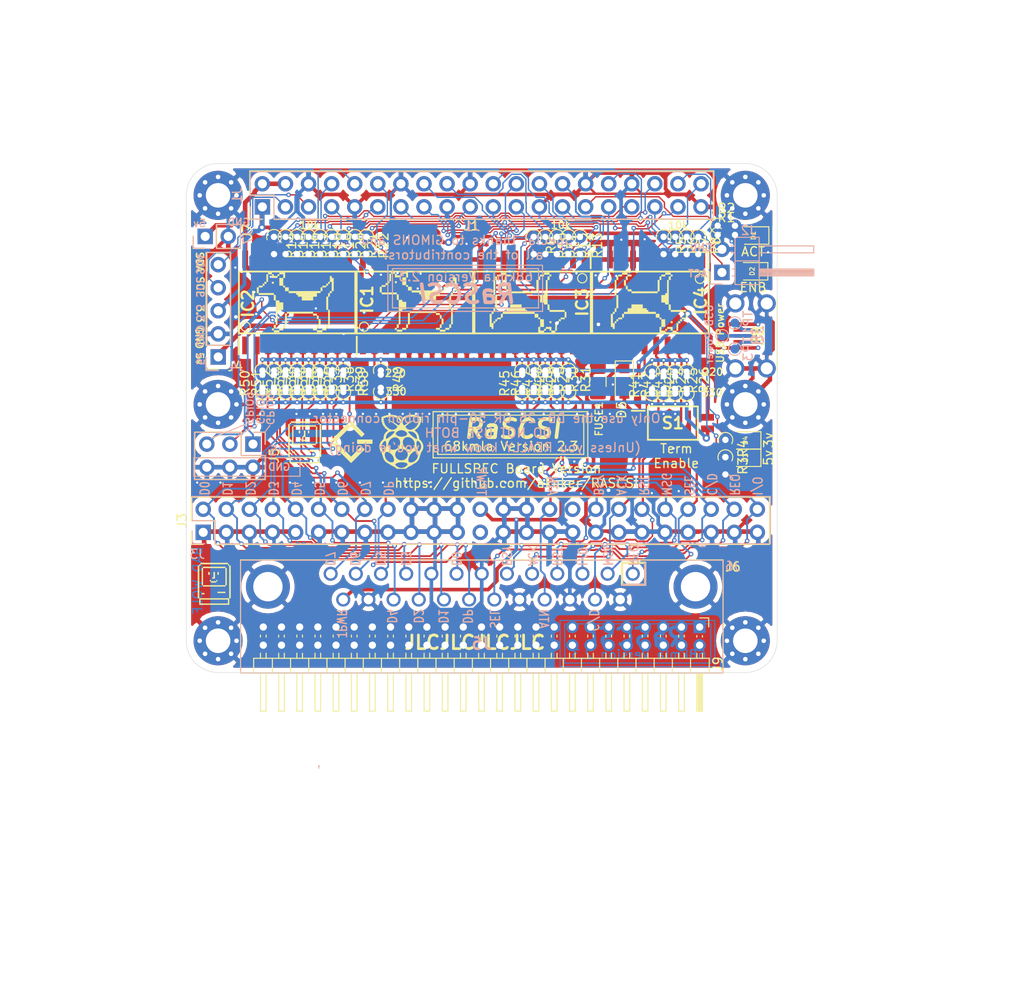
<source format=kicad_pcb>
(kicad_pcb (version 20171130) (host pcbnew "(5.1.7-7-g831c51c875)-1")
  (layers (0 Top signal) (31 Bottom signal) (34 B.Paste user hide) (35 F.Paste user hide) (36 B.SilkS user hide) (37 F.SilkS user) (38 B.Mask user hide) (39 F.Mask user hide) (44 Edge.Cuts user))
  (net 0 "")
  (net 1 GND)
  (net 2 +3V3)
  (net 3 +5V)
  (net 4 C-REQ)
  (net 5 C-MSG)
  (net 6 C-BSY)
  (net 7 C-SEL)
  (net 8 C-RST)
  (net 9 C-ACK)
  (net 10 C-ATN)
  (net 11 C-DP)
  (net 12 C-D0)
  (net 13 C-D1)
  (net 14 C-D2)
  (net 15 C-D3)
  (net 16 C-D4)
  (net 17 C-D5)
  (net 18 C-D6)
  (net 19 C-D7)
  (net 20 C-I_O)
  (net 21 C-C_D)
  (net 22 TERMPOW)
  (net 23 PI-D7)
  (net 24 PI-D6)
  (net 25 PI-D5)
  (net 26 PI-D4)
  (net 27 PI-D3)
  (net 28 PI-D2)
  (net 29 PI-D1)
  (net 30 PI-D0)
  (net 31 PI-DP)
  (net 32 PI-BSY)
  (net 33 PI-MSG)
  (net 34 PI-C_D)
  (net 35 PI-REQ)
  (net 36 PI-I_O)
  (net 37 PI-ATN)
  (net 38 PI-ACK)
  (net 39 PI-RST)
  (net 40 PI-SEL)
  (net 41 "Net-(D2-Pad2)")
  (net 42 "Net-(D3-Pad2)")
  (net 43 "Net-(D4-Pad2)")
  (net 44 DBG_LED)
  (net 45 PI_SCL)
  (net 46 PI_SDA)
  (net 47 PI-ACT)
  (net 48 /TERM_GND)
  (net 49 /TERM_5v)
  (net 50 PI-IND)
  (net 51 PI-TAD)
  (net 52 PI-DTD)
  (net 53 "Net-(D5-Pad1)")
  (net 54 PI_GPIO1)
  (net 55 PI_GPIO0)
  (net 56 PI_GPIO9)
  (net 57 EXT-ACT-LED)
  (net 58 USB_Pin_4)
  (net 59 USB_Pin_3)
  (net 60 USB_Pin_2)
  (module Connector_PinHeader_2.00mm:PinHeader_2x25_P2.00mm_Horizontal (layer Top) (at 230.972 93.488 270)
    (fp_text reference J9 (at 4.1 -2 90) (layer F.SilkS))
    (fp_text value Conn_02x25_Odd_Even)
    (pad 50 thru_hole oval (at 2 48 270) (size 1.35 1.35) (drill 0.8) (layers *.Cu *.Mask) (net 3 +5V))
    (pad 49 thru_hole oval (at 0 48 270) (size 1.35 1.35) (drill 0.8) (layers *.Cu *.Mask) (net 3 +5V))
    (pad 48 thru_hole oval (at 2 46 270) (size 1.35 1.35) (drill 0.8) (layers *.Cu *.Mask) (net 1 GND))
    (pad 47 thru_hole oval (at 0 46 270) (size 1.35 1.35) (drill 0.8) (layers *.Cu *.Mask) (net 1 GND))
    (pad 46 thru_hole oval (at 2 44 270) (size 1.35 1.35) (drill 0.8) (layers *.Cu *.Mask) (net 4 C-REQ))
    (pad 45 thru_hole oval (at 0 44 270) (size 1.35 1.35) (drill 0.8) (layers *.Cu *.Mask) (net 1 GND))
    (pad 44 thru_hole oval (at 2 42 270) (size 1.35 1.35) (drill 0.8) (layers *.Cu *.Mask) (net 21 C-C_D))
    (pad 43 thru_hole oval (at 0 42 270) (size 1.35 1.35) (drill 0.8) (layers *.Cu *.Mask) (net 20 C-I_O))
    (pad 42 thru_hole oval (at 2 40 270) (size 1.35 1.35) (drill 0.8) (layers *.Cu *.Mask) (net 7 C-SEL))
    (pad 41 thru_hole oval (at 0 40 270) (size 1.35 1.35) (drill 0.8) (layers *.Cu *.Mask) (net 1 GND))
    (pad 40 thru_hole oval (at 2 38 270) (size 1.35 1.35) (drill 0.8) (layers *.Cu *.Mask) (net 5 C-MSG))
    (pad 39 thru_hole oval (at 0 38 270) (size 1.35 1.35) (drill 0.8) (layers *.Cu *.Mask) (net 8 C-RST))
    (pad 38 thru_hole oval (at 2 36 270) (size 1.35 1.35) (drill 0.8) (layers *.Cu *.Mask) (net 9 C-ACK))
    (pad 37 thru_hole oval (at 0 36 270) (size 1.35 1.35) (drill 0.8) (layers *.Cu *.Mask) (net 1 GND))
    (pad 36 thru_hole oval (at 2 34 270) (size 1.35 1.35) (drill 0.8) (layers *.Cu *.Mask) (net 6 C-BSY))
    (pad 35 thru_hole oval (at 0 34 270) (size 1.35 1.35) (drill 0.8) (layers *.Cu *.Mask) (net 10 C-ATN))
    (pad 34 thru_hole oval (at 2 32 270) (size 1.35 1.35) (drill 0.8) (layers *.Cu *.Mask) (net 22 TERMPOW))
    (pad 33 thru_hole oval (at 0 32 270) (size 1.35 1.35) (drill 0.8) (layers *.Cu *.Mask) (net 1 GND))
    (pad 32 thru_hole oval (at 2 30 270) (size 1.35 1.35) (drill 0.8) (layers *.Cu *.Mask) (net 11 C-DP))
    (pad 31 thru_hole oval (at 0 30 270) (size 1.35 1.35) (drill 0.8) (layers *.Cu *.Mask) (net 1 GND))
    (pad 30 thru_hole oval (at 2 28 270) (size 1.35 1.35) (drill 0.8) (layers *.Cu *.Mask) (net 19 C-D7))
    (pad 29 thru_hole oval (at 0 28 270) (size 1.35 1.35) (drill 0.8) (layers *.Cu *.Mask) (net 1 GND))
    (pad 28 thru_hole oval (at 2 26 270) (size 1.35 1.35) (drill 0.8) (layers *.Cu *.Mask) (net 18 C-D6))
    (pad 27 thru_hole oval (at 0 26 270) (size 1.35 1.35) (drill 0.8) (layers *.Cu *.Mask))
    (pad 26 thru_hole oval (at 2 24 270) (size 1.35 1.35) (drill 0.8) (layers *.Cu *.Mask) (net 17 C-D5))
    (pad 25 thru_hole oval (at 0 24 270) (size 1.35 1.35) (drill 0.8) (layers *.Cu *.Mask) (net 1 GND))
    (pad 24 thru_hole oval (at 2 22 270) (size 1.35 1.35) (drill 0.8) (layers *.Cu *.Mask) (net 16 C-D4))
    (pad 23 thru_hole oval (at 0 22 270) (size 1.35 1.35) (drill 0.8) (layers *.Cu *.Mask) (net 1 GND))
    (pad 22 thru_hole oval (at 2 20 270) (size 1.35 1.35) (drill 0.8) (layers *.Cu *.Mask) (net 15 C-D3))
    (pad 21 thru_hole oval (at 0 20 270) (size 1.35 1.35) (drill 0.8) (layers *.Cu *.Mask) (net 1 GND))
    (pad 20 thru_hole oval (at 2 18 270) (size 1.35 1.35) (drill 0.8) (layers *.Cu *.Mask) (net 14 C-D2))
    (pad 19 thru_hole oval (at 0 18 270) (size 1.35 1.35) (drill 0.8) (layers *.Cu *.Mask) (net 1 GND))
    (pad 18 thru_hole oval (at 2 16 270) (size 1.35 1.35) (drill 0.8) (layers *.Cu *.Mask) (net 13 C-D1))
    (pad 17 thru_hole oval (at 0 16 270) (size 1.35 1.35) (drill 0.8) (layers *.Cu *.Mask) (net 1 GND))
    (pad 16 thru_hole oval (at 2 14 270) (size 1.35 1.35) (drill 0.8) (layers *.Cu *.Mask) (net 12 C-D0))
    (pad 15 thru_hole oval (at 0 14 270) (size 1.35 1.35) (drill 0.8) (layers *.Cu *.Mask) (net 1 GND))
    (pad 14 thru_hole oval (at 2 12 270) (size 1.35 1.35) (drill 0.8) (layers *.Cu *.Mask) (net 1 GND))
    (pad 13 thru_hole oval (at 0 12 270) (size 1.35 1.35) (drill 0.8) (layers *.Cu *.Mask) (net 1 GND))
    (pad 12 thru_hole oval (at 2 10 270) (size 1.35 1.35) (drill 0.8) (layers *.Cu *.Mask) (net 3 +5V))
    (pad 11 thru_hole oval (at 0 10 270) (size 1.35 1.35) (drill 0.8) (layers *.Cu *.Mask) (net 3 +5V))
    (pad 10 thru_hole oval (at 2 8 270) (size 1.35 1.35) (drill 0.8) (layers *.Cu *.Mask))
    (pad 9 thru_hole oval (at 0 8 270) (size 1.35 1.35) (drill 0.8) (layers *.Cu *.Mask))
    (pad 8 thru_hole oval (at 2 6 270) (size 1.35 1.35) (drill 0.8) (layers *.Cu *.Mask))
    (pad 7 thru_hole oval (at 0 6 270) (size 1.35 1.35) (drill 0.8) (layers *.Cu *.Mask))
    (pad 6 thru_hole oval (at 2 4 270) (size 1.35 1.35) (drill 0.8) (layers *.Cu *.Mask))
    (pad 5 thru_hole oval (at 0 4 270) (size 1.35 1.35) (drill 0.8) (layers *.Cu *.Mask))
    (pad 4 thru_hole oval (at 2 2 270) (size 1.35 1.35) (drill 0.8) (layers *.Cu *.Mask))
    (pad 3 thru_hole oval (at 0 2 270) (size 1.35 1.35) (drill 0.8) (layers *.Cu *.Mask))
    (pad 2 thru_hole oval (at 2 0 270) (size 1.35 1.35) (drill 0.8) (layers *.Cu *.Mask))
    (pad 1 thru_hole rect (at 0 0 270) (size 1.35 1.35) (drill 0.8) (layers *.Cu *.Mask))
  )
  (module Resistor_THT:R_Axial_DIN0204_L3.6mm_D1.6mm_P1.90mm_Vertical (layer Top) (at 195.8975 67.6275 90)
    (fp_text reference R58 (at 0.95 -1.92 90) (layer F.SilkS))
    (fp_text value 330)
    (pad 2 thru_hole oval (at 1.9 0 90) (size 1.4 1.4) (drill 0.7) (layers *.Cu *.Mask) (net 11 C-DP))
    (pad 1 thru_hole circle (at 0 0 90) (size 1.4 1.4) (drill 0.7) (layers *.Cu *.Mask) (net 48 /TERM_GND))
  )
  (module Resistor_THT:R_Axial_DIN0204_L3.6mm_D1.6mm_P1.90mm_Vertical (layer Top) (at 191.77 67.6275 90)
    (fp_text reference R57 (at 0.95 -1.92 90) (layer F.SilkS))
    (fp_text value 330)
    (pad 2 thru_hole oval (at 1.9 0 90) (size 1.4 1.4) (drill 0.7) (layers *.Cu *.Mask) (net 12 C-D0))
    (pad 1 thru_hole circle (at 0 0 90) (size 1.4 1.4) (drill 0.7) (layers *.Cu *.Mask) (net 48 /TERM_GND))
  )
  (module Resistor_THT:R_Axial_DIN0204_L3.6mm_D1.6mm_P1.90mm_Vertical (layer Top) (at 190.5 67.6275 90)
    (fp_text reference R56 (at 0.95 -1.92 90) (layer F.SilkS))
    (fp_text value 330)
    (pad 2 thru_hole oval (at 1.9 0 90) (size 1.4 1.4) (drill 0.7) (layers *.Cu *.Mask) (net 13 C-D1))
    (pad 1 thru_hole circle (at 0 0 90) (size 1.4 1.4) (drill 0.7) (layers *.Cu *.Mask) (net 48 /TERM_GND))
  )
  (module Resistor_THT:R_Axial_DIN0204_L3.6mm_D1.6mm_P1.90mm_Vertical (layer Top) (at 189.23 67.6275 90)
    (fp_text reference R55 (at 0.95 -1.92 90) (layer F.SilkS))
    (fp_text value 330)
    (pad 2 thru_hole oval (at 1.9 0 90) (size 1.4 1.4) (drill 0.7) (layers *.Cu *.Mask) (net 14 C-D2))
    (pad 1 thru_hole circle (at 0 0 90) (size 1.4 1.4) (drill 0.7) (layers *.Cu *.Mask) (net 48 /TERM_GND))
  )
  (module Resistor_THT:R_Axial_DIN0204_L3.6mm_D1.6mm_P1.90mm_Vertical (layer Top) (at 187.96 67.6275 90)
    (fp_text reference R54 (at 0.95 -1.92 90) (layer F.SilkS))
    (fp_text value 330)
    (pad 2 thru_hole oval (at 1.9 0 90) (size 1.4 1.4) (drill 0.7) (layers *.Cu *.Mask) (net 15 C-D3))
    (pad 1 thru_hole circle (at 0 0 90) (size 1.4 1.4) (drill 0.7) (layers *.Cu *.Mask) (net 48 /TERM_GND))
  )
  (module Resistor_THT:R_Axial_DIN0204_L3.6mm_D1.6mm_P1.90mm_Vertical (layer Top) (at 186.69 67.6275 90)
    (fp_text reference R53 (at 0.95 -1.92 90) (layer F.SilkS))
    (fp_text value 330)
    (pad 2 thru_hole oval (at 1.9 0 90) (size 1.4 1.4) (drill 0.7) (layers *.Cu *.Mask) (net 16 C-D4))
    (pad 1 thru_hole circle (at 0 0 90) (size 1.4 1.4) (drill 0.7) (layers *.Cu *.Mask) (net 48 /TERM_GND))
  )
  (module Resistor_THT:R_Axial_DIN0204_L3.6mm_D1.6mm_P1.90mm_Vertical (layer Top) (at 185.42 67.6275 90)
    (fp_text reference R52 (at 0.95 -1.92 90) (layer F.SilkS))
    (fp_text value 330)
    (pad 2 thru_hole oval (at 1.9 0 90) (size 1.4 1.4) (drill 0.7) (layers *.Cu *.Mask) (net 17 C-D5))
    (pad 1 thru_hole circle (at 0 0 90) (size 1.4 1.4) (drill 0.7) (layers *.Cu *.Mask) (net 48 /TERM_GND))
  )
  (module Resistor_THT:R_Axial_DIN0204_L3.6mm_D1.6mm_P1.90mm_Vertical (layer Top) (at 184.15 67.6275 90)
    (fp_text reference R51 (at 0.95 -1.92 90) (layer F.SilkS))
    (fp_text value 330)
    (pad 2 thru_hole oval (at 1.9 0 90) (size 1.4 1.4) (drill 0.7) (layers *.Cu *.Mask) (net 18 C-D6))
    (pad 1 thru_hole circle (at 0 0 90) (size 1.4 1.4) (drill 0.7) (layers *.Cu *.Mask) (net 48 /TERM_GND))
  )
  (module Resistor_THT:R_Axial_DIN0204_L3.6mm_D1.6mm_P1.90mm_Vertical (layer Top) (at 182.88 67.6275 90)
    (fp_text reference R50 (at 0.95 -1.92 90) (layer F.SilkS))
    (fp_text value 330)
    (pad 2 thru_hole oval (at 1.9 0 90) (size 1.4 1.4) (drill 0.7) (layers *.Cu *.Mask) (net 19 C-D7))
    (pad 1 thru_hole circle (at 0 0 90) (size 1.4 1.4) (drill 0.7) (layers *.Cu *.Mask) (net 48 /TERM_GND))
  )
  (module Resistor_THT:R_Axial_DIN0204_L3.6mm_D1.6mm_P1.90mm_Vertical (layer Top) (at 216.535 67.6275 90)
    (fp_text reference R49 (at 0.95 -1.92 90) (layer F.SilkS))
    (fp_text value 330)
    (pad 2 thru_hole oval (at 1.9 0 90) (size 1.4 1.4) (drill 0.7) (layers *.Cu *.Mask) (net 20 C-I_O))
    (pad 1 thru_hole circle (at 0 0 90) (size 1.4 1.4) (drill 0.7) (layers *.Cu *.Mask) (net 48 /TERM_GND))
  )
  (module Resistor_THT:R_Axial_DIN0204_L3.6mm_D1.6mm_P1.90mm_Vertical (layer Top) (at 215.265 67.6275 90)
    (fp_text reference R48 (at 0.95 -1.92 90) (layer F.SilkS))
    (fp_text value 330)
    (pad 2 thru_hole oval (at 1.9 0 90) (size 1.4 1.4) (drill 0.7) (layers *.Cu *.Mask) (net 4 C-REQ))
    (pad 1 thru_hole circle (at 0 0 90) (size 1.4 1.4) (drill 0.7) (layers *.Cu *.Mask) (net 48 /TERM_GND))
  )
  (module Resistor_THT:R_Axial_DIN0204_L3.6mm_D1.6mm_P1.90mm_Vertical (layer Top) (at 213.995 67.6275 90)
    (fp_text reference R47 (at 0.95 -1.92 90) (layer F.SilkS))
    (fp_text value 330)
    (pad 2 thru_hole oval (at 1.9 0 90) (size 1.4 1.4) (drill 0.7) (layers *.Cu *.Mask) (net 21 C-C_D))
    (pad 1 thru_hole circle (at 0 0 90) (size 1.4 1.4) (drill 0.7) (layers *.Cu *.Mask) (net 48 /TERM_GND))
  )
  (module Resistor_THT:R_Axial_DIN0204_L3.6mm_D1.6mm_P1.90mm_Vertical (layer Top) (at 212.725 67.6275 90)
    (fp_text reference R46 (at 0.95 -1.92 90) (layer F.SilkS))
    (fp_text value 330)
    (pad 2 thru_hole oval (at 1.9 0 90) (size 1.4 1.4) (drill 0.7) (layers *.Cu *.Mask) (net 5 C-MSG))
    (pad 1 thru_hole circle (at 0 0 90) (size 1.4 1.4) (drill 0.7) (layers *.Cu *.Mask) (net 48 /TERM_GND))
  )
  (module Resistor_THT:R_Axial_DIN0204_L3.6mm_D1.6mm_P1.90mm_Vertical (layer Top) (at 211.455 67.6275 90)
    (fp_text reference R45 (at 0.95 -1.92 90) (layer F.SilkS))
    (fp_text value 330)
    (pad 2 thru_hole oval (at 1.9 0 90) (size 1.4 1.4) (drill 0.7) (layers *.Cu *.Mask) (net 6 C-BSY))
    (pad 1 thru_hole circle (at 0 0 90) (size 1.4 1.4) (drill 0.7) (layers *.Cu *.Mask) (net 48 /TERM_GND))
  )
  (module Resistor_THT:R_Axial_DIN0204_L3.6mm_D1.6mm_P1.90mm_Vertical (layer Top) (at 229.5525 67.802501 90)
    (fp_text reference R44 (at 0.95 -1.92 90) (layer F.SilkS))
    (fp_text value 330)
    (pad 2 thru_hole oval (at 1.9 0 90) (size 1.4 1.4) (drill 0.7) (layers *.Cu *.Mask) (net 7 C-SEL))
    (pad 1 thru_hole circle (at 0 0 90) (size 1.4 1.4) (drill 0.7) (layers *.Cu *.Mask) (net 48 /TERM_GND))
  )
  (module Resistor_THT:R_Axial_DIN0204_L3.6mm_D1.6mm_P1.90mm_Vertical (layer Top) (at 228.2825 67.802501 90)
    (fp_text reference R43 (at 0.95 -1.92 90) (layer F.SilkS))
    (fp_text value 330)
    (pad 2 thru_hole oval (at 1.9 0 90) (size 1.4 1.4) (drill 0.7) (layers *.Cu *.Mask) (net 8 C-RST))
    (pad 1 thru_hole circle (at 0 0 90) (size 1.4 1.4) (drill 0.7) (layers *.Cu *.Mask) (net 48 /TERM_GND))
  )
  (module Resistor_THT:R_Axial_DIN0204_L3.6mm_D1.6mm_P1.90mm_Vertical (layer Top) (at 227.0125 67.802501 90)
    (fp_text reference R42 (at 0.95 -1.92 90) (layer F.SilkS))
    (fp_text value 330)
    (pad 2 thru_hole oval (at 1.9 0 90) (size 1.4 1.4) (drill 0.7) (layers *.Cu *.Mask) (net 9 C-ACK))
    (pad 1 thru_hole circle (at 0 0 90) (size 1.4 1.4) (drill 0.7) (layers *.Cu *.Mask) (net 48 /TERM_GND))
  )
  (module Resistor_THT:R_Axial_DIN0204_L3.6mm_D1.6mm_P1.90mm_Vertical (layer Top) (at 225.7425 67.802501 90)
    (fp_text reference R41 (at 0.95 -1.92 90) (layer F.SilkS))
    (fp_text value 330)
    (pad 2 thru_hole oval (at 1.9 0 90) (size 1.4 1.4) (drill 0.7) (layers *.Cu *.Mask) (net 10 C-ATN))
    (pad 1 thru_hole circle (at 0 0 90) (size 1.4 1.4) (drill 0.7) (layers *.Cu *.Mask) (net 48 /TERM_GND))
  )
  (module Resistor_THT:R_Axial_DIN0204_L3.6mm_D1.6mm_P1.90mm_Vertical (layer Top) (at 195.8975 65.278 270)
    (fp_text reference R40 (at 0.95 -1.92 90) (layer F.SilkS))
    (fp_text value 220)
    (pad 2 thru_hole oval (at 1.9 0 270) (size 1.4 1.4) (drill 0.7) (layers *.Cu *.Mask) (net 11 C-DP))
    (pad 1 thru_hole circle (at 0 0 270) (size 1.4 1.4) (drill 0.7) (layers *.Cu *.Mask) (net 49 /TERM_5v))
  )
  (module Resistor_THT:R_Axial_DIN0204_L3.6mm_D1.6mm_P1.90mm_Vertical (layer Top) (at 191.77 65.278 270)
    (fp_text reference R39 (at 0.95 -1.92 90) (layer F.SilkS))
    (fp_text value 220)
    (pad 2 thru_hole oval (at 1.9 0 270) (size 1.4 1.4) (drill 0.7) (layers *.Cu *.Mask) (net 12 C-D0))
    (pad 1 thru_hole circle (at 0 0 270) (size 1.4 1.4) (drill 0.7) (layers *.Cu *.Mask) (net 49 /TERM_5v))
  )
  (module Resistor_THT:R_Axial_DIN0204_L3.6mm_D1.6mm_P1.90mm_Vertical (layer Top) (at 190.5 65.278 270)
    (fp_text reference R38 (at 0.95 -1.92 90) (layer F.SilkS))
    (fp_text value 220)
    (pad 2 thru_hole oval (at 1.9 0 270) (size 1.4 1.4) (drill 0.7) (layers *.Cu *.Mask) (net 13 C-D1))
    (pad 1 thru_hole circle (at 0 0 270) (size 1.4 1.4) (drill 0.7) (layers *.Cu *.Mask) (net 49 /TERM_5v))
  )
  (module Resistor_THT:R_Axial_DIN0204_L3.6mm_D1.6mm_P1.90mm_Vertical (layer Top) (at 189.1665 65.278 270)
    (fp_text reference R37 (at 0.95 -1.92 90) (layer F.SilkS))
    (fp_text value 220)
    (pad 2 thru_hole oval (at 1.9 0 270) (size 1.4 1.4) (drill 0.7) (layers *.Cu *.Mask) (net 14 C-D2))
    (pad 1 thru_hole circle (at 0 0 270) (size 1.4 1.4) (drill 0.7) (layers *.Cu *.Mask) (net 49 /TERM_5v))
  )
  (module Resistor_THT:R_Axial_DIN0204_L3.6mm_D1.6mm_P1.90mm_Vertical (layer Top) (at 187.96 65.278 270)
    (fp_text reference R36 (at 0.95 -1.92 90) (layer F.SilkS))
    (fp_text value 220)
    (pad 2 thru_hole oval (at 1.9 0 270) (size 1.4 1.4) (drill 0.7) (layers *.Cu *.Mask) (net 15 C-D3))
    (pad 1 thru_hole circle (at 0 0 270) (size 1.4 1.4) (drill 0.7) (layers *.Cu *.Mask) (net 49 /TERM_5v))
  )
  (module Resistor_THT:R_Axial_DIN0204_L3.6mm_D1.6mm_P1.90mm_Vertical (layer Top) (at 186.69 65.278 270)
    (fp_text reference R35 (at 0.95 -1.92 90) (layer F.SilkS))
    (fp_text value 220)
    (pad 2 thru_hole oval (at 1.9 0 270) (size 1.4 1.4) (drill 0.7) (layers *.Cu *.Mask) (net 16 C-D4))
    (pad 1 thru_hole circle (at 0 0 270) (size 1.4 1.4) (drill 0.7) (layers *.Cu *.Mask) (net 49 /TERM_5v))
  )
  (module Resistor_THT:R_Axial_DIN0204_L3.6mm_D1.6mm_P1.90mm_Vertical (layer Top) (at 185.42 65.278 270)
    (fp_text reference R34 (at 0.95 -1.92 90) (layer F.SilkS))
    (fp_text value 220)
    (pad 2 thru_hole oval (at 1.9 0 270) (size 1.4 1.4) (drill 0.7) (layers *.Cu *.Mask) (net 17 C-D5))
    (pad 1 thru_hole circle (at 0 0 270) (size 1.4 1.4) (drill 0.7) (layers *.Cu *.Mask) (net 49 /TERM_5v))
  )
  (module Resistor_THT:R_Axial_DIN0204_L3.6mm_D1.6mm_P1.90mm_Vertical (layer Top) (at 184.15 65.278 270)
    (fp_text reference R33 (at 0.95 -1.92 90) (layer F.SilkS))
    (fp_text value 220)
    (pad 2 thru_hole oval (at 1.9 0 270) (size 1.4 1.4) (drill 0.7) (layers *.Cu *.Mask) (net 18 C-D6))
    (pad 1 thru_hole circle (at 0 0 270) (size 1.4 1.4) (drill 0.7) (layers *.Cu *.Mask) (net 49 /TERM_5v))
  )
  (module Resistor_THT:R_Axial_DIN0204_L3.6mm_D1.6mm_P1.90mm_Vertical (layer Top) (at 182.88 65.278 270)
    (fp_text reference R32 (at 0.95 -1.92 90) (layer F.SilkS))
    (fp_text value 220)
    (pad 2 thru_hole oval (at 1.9 0 270) (size 1.4 1.4) (drill 0.7) (layers *.Cu *.Mask) (net 19 C-D7))
    (pad 1 thru_hole circle (at 0 0 270) (size 1.4 1.4) (drill 0.7) (layers *.Cu *.Mask) (net 49 /TERM_5v))
  )
  (module Resistor_THT:R_Axial_DIN0204_L3.6mm_D1.6mm_P1.90mm_Vertical (layer Top) (at 216.535 65.278 270)
    (fp_text reference R31 (at 0.95 -1.92 90) (layer F.SilkS))
    (fp_text value 220)
    (pad 2 thru_hole oval (at 1.9 0 270) (size 1.4 1.4) (drill 0.7) (layers *.Cu *.Mask) (net 20 C-I_O))
    (pad 1 thru_hole circle (at 0 0 270) (size 1.4 1.4) (drill 0.7) (layers *.Cu *.Mask) (net 49 /TERM_5v))
  )
  (module Resistor_THT:R_Axial_DIN0204_L3.6mm_D1.6mm_P1.90mm_Vertical (layer Top) (at 215.2015 65.278 270)
    (fp_text reference R30 (at 0.95 -1.92 90) (layer F.SilkS))
    (fp_text value 220)
    (pad 2 thru_hole oval (at 1.9 0 270) (size 1.4 1.4) (drill 0.7) (layers *.Cu *.Mask) (net 4 C-REQ))
    (pad 1 thru_hole circle (at 0 0 270) (size 1.4 1.4) (drill 0.7) (layers *.Cu *.Mask) (net 49 /TERM_5v))
  )
  (module Resistor_THT:R_Axial_DIN0204_L3.6mm_D1.6mm_P1.90mm_Vertical (layer Top) (at 213.995 65.278 270)
    (fp_text reference R29 (at 0.95 -1.92 90) (layer F.SilkS))
    (fp_text value 220)
    (pad 2 thru_hole oval (at 1.9 0 270) (size 1.4 1.4) (drill 0.7) (layers *.Cu *.Mask) (net 21 C-C_D))
    (pad 1 thru_hole circle (at 0 0 270) (size 1.4 1.4) (drill 0.7) (layers *.Cu *.Mask) (net 49 /TERM_5v))
  )
  (module Resistor_THT:R_Axial_DIN0204_L3.6mm_D1.6mm_P1.90mm_Vertical (layer Top) (at 212.725 65.278 270)
    (fp_text reference R28 (at 0.95 -1.92 90) (layer F.SilkS))
    (fp_text value 220)
    (pad 2 thru_hole oval (at 1.9 0 270) (size 1.4 1.4) (drill 0.7) (layers *.Cu *.Mask) (net 5 C-MSG))
    (pad 1 thru_hole circle (at 0 0 270) (size 1.4 1.4) (drill 0.7) (layers *.Cu *.Mask) (net 49 /TERM_5v))
  )
  (module Resistor_THT:R_Axial_DIN0204_L3.6mm_D1.6mm_P1.90mm_Vertical (layer Top) (at 211.455 65.278 270)
    (fp_text reference R27 (at 0.95 -1.92 90) (layer F.SilkS))
    (fp_text value 220)
    (pad 2 thru_hole oval (at 1.9 0 270) (size 1.4 1.4) (drill 0.7) (layers *.Cu *.Mask) (net 6 C-BSY))
    (pad 1 thru_hole circle (at 0 0 270) (size 1.4 1.4) (drill 0.7) (layers *.Cu *.Mask) (net 49 /TERM_5v))
  )
  (module Resistor_THT:R_Axial_DIN0204_L3.6mm_D1.6mm_P1.90mm_Vertical (layer Top) (at 229.5525 65.405 270)
    (fp_text reference R26 (at 0.95 -1.92 90) (layer F.SilkS))
    (fp_text value 220)
    (pad 2 thru_hole oval (at 1.9 0 270) (size 1.4 1.4) (drill 0.7) (layers *.Cu *.Mask) (net 7 C-SEL))
    (pad 1 thru_hole circle (at 0 0 270) (size 1.4 1.4) (drill 0.7) (layers *.Cu *.Mask) (net 49 /TERM_5v))
  )
  (module Resistor_THT:R_Axial_DIN0204_L3.6mm_D1.6mm_P1.90mm_Vertical (layer Top) (at 228.2825 65.405 270)
    (fp_text reference R25 (at 0.95 -1.92 90) (layer F.SilkS))
    (fp_text value 220)
    (pad 2 thru_hole oval (at 1.9 0 270) (size 1.4 1.4) (drill 0.7) (layers *.Cu *.Mask) (net 8 C-RST))
    (pad 1 thru_hole circle (at 0 0 270) (size 1.4 1.4) (drill 0.7) (layers *.Cu *.Mask) (net 49 /TERM_5v))
  )
  (module Resistor_THT:R_Axial_DIN0204_L3.6mm_D1.6mm_P1.90mm_Vertical (layer Top) (at 227.0125 65.405 270)
    (fp_text reference R24 (at 0.95 -1.92 90) (layer F.SilkS))
    (fp_text value 220)
    (pad 2 thru_hole oval (at 1.9 0 270) (size 1.4 1.4) (drill 0.7) (layers *.Cu *.Mask) (net 9 C-ACK))
    (pad 1 thru_hole circle (at 0 0 270) (size 1.4 1.4) (drill 0.7) (layers *.Cu *.Mask) (net 49 /TERM_5v))
  )
  (module Resistor_THT:R_Axial_DIN0204_L3.6mm_D1.6mm_P1.90mm_Vertical (layer Top) (at 225.7425 65.405 270)
    (fp_text reference R23 (at 0.95 -1.92 90) (layer F.SilkS))
    (fp_text value 220)
    (pad 2 thru_hole oval (at 1.9 0 270) (size 1.4 1.4) (drill 0.7) (layers *.Cu *.Mask) (net 10 C-ATN))
    (pad 1 thru_hole circle (at 0 0 270) (size 1.4 1.4) (drill 0.7) (layers *.Cu *.Mask) (net 49 /TERM_5v))
  )
  (module Resistor_THT:R_Axial_DIN0204_L3.6mm_D1.6mm_P1.90mm_Vertical (layer Top) (at 194.31 50.569 270)
    (fp_text reference R22 (at 0.95 -1.92 90) (layer F.SilkS))
    (fp_text value 10k)
    (pad 2 thru_hole oval (at 1.9 0 270) (size 1.4 1.4) (drill 0.7) (layers *.Cu *.Mask) (net 31 PI-DP))
    (pad 1 thru_hole circle (at 0 0 270) (size 1.4 1.4) (drill 0.7) (layers *.Cu *.Mask) (net 2 +3V3))
  )
  (module Resistor_THT:R_Axial_DIN0204_L3.6mm_D1.6mm_P1.90mm_Vertical (layer Top) (at 193.04 50.569 270)
    (fp_text reference R21 (at 0.95 -1.92 90) (layer F.SilkS))
    (fp_text value 10k)
    (pad 2 thru_hole oval (at 1.9 0 270) (size 1.4 1.4) (drill 0.7) (layers *.Cu *.Mask) (net 30 PI-D0))
    (pad 1 thru_hole circle (at 0 0 270) (size 1.4 1.4) (drill 0.7) (layers *.Cu *.Mask) (net 2 +3V3))
  )
  (module Resistor_THT:R_Axial_DIN0204_L3.6mm_D1.6mm_P1.90mm_Vertical (layer Top) (at 191.77 50.569 270)
    (fp_text reference R20 (at 0.95 -1.92 90) (layer F.SilkS))
    (fp_text value 10k)
    (pad 2 thru_hole oval (at 1.9 0 270) (size 1.4 1.4) (drill 0.7) (layers *.Cu *.Mask) (net 29 PI-D1))
    (pad 1 thru_hole circle (at 0 0 270) (size 1.4 1.4) (drill 0.7) (layers *.Cu *.Mask) (net 2 +3V3))
  )
  (module Resistor_THT:R_Axial_DIN0204_L3.6mm_D1.6mm_P1.90mm_Vertical (layer Top) (at 190.5 50.569 270)
    (fp_text reference R19 (at 0.95 -1.92 90) (layer F.SilkS))
    (fp_text value 10k)
    (pad 2 thru_hole oval (at 1.9 0 270) (size 1.4 1.4) (drill 0.7) (layers *.Cu *.Mask) (net 28 PI-D2))
    (pad 1 thru_hole circle (at 0 0 270) (size 1.4 1.4) (drill 0.7) (layers *.Cu *.Mask) (net 2 +3V3))
  )
  (module Resistor_THT:R_Axial_DIN0204_L3.6mm_D1.6mm_P1.90mm_Vertical (layer Top) (at 189.23 50.569 270)
    (fp_text reference R18 (at 0.95 -1.92 90) (layer F.SilkS))
    (fp_text value 10k)
    (pad 2 thru_hole oval (at 1.9 0 270) (size 1.4 1.4) (drill 0.7) (layers *.Cu *.Mask) (net 27 PI-D3))
    (pad 1 thru_hole circle (at 0 0 270) (size 1.4 1.4) (drill 0.7) (layers *.Cu *.Mask) (net 2 +3V3))
  )
  (module Resistor_THT:R_Axial_DIN0204_L3.6mm_D1.6mm_P1.90mm_Vertical (layer Top) (at 187.96 50.569 270)
    (fp_text reference R17 (at 0.95 -1.92 90) (layer F.SilkS))
    (fp_text value 10k)
    (pad 2 thru_hole oval (at 1.9 0 270) (size 1.4 1.4) (drill 0.7) (layers *.Cu *.Mask) (net 26 PI-D4))
    (pad 1 thru_hole circle (at 0 0 270) (size 1.4 1.4) (drill 0.7) (layers *.Cu *.Mask) (net 2 +3V3))
  )
  (module Resistor_THT:R_Axial_DIN0204_L3.6mm_D1.6mm_P1.90mm_Vertical (layer Top) (at 186.69 50.569 270)
    (fp_text reference R16 (at 0.95 -1.92 90) (layer F.SilkS))
    (fp_text value 10k)
    (pad 2 thru_hole oval (at 1.9 0 270) (size 1.4 1.4) (drill 0.7) (layers *.Cu *.Mask) (net 25 PI-D5))
    (pad 1 thru_hole circle (at 0 0 270) (size 1.4 1.4) (drill 0.7) (layers *.Cu *.Mask) (net 2 +3V3))
  )
  (module Resistor_THT:R_Axial_DIN0204_L3.6mm_D1.6mm_P1.90mm_Vertical (layer Top) (at 185.42 50.569 270)
    (fp_text reference R15 (at 0.95 -1.92 90) (layer F.SilkS))
    (fp_text value 10k)
    (pad 2 thru_hole oval (at 1.9 0 270) (size 1.4 1.4) (drill 0.7) (layers *.Cu *.Mask) (net 24 PI-D6))
    (pad 1 thru_hole circle (at 0 0 270) (size 1.4 1.4) (drill 0.7) (layers *.Cu *.Mask) (net 2 +3V3))
  )
  (module Resistor_THT:R_Axial_DIN0204_L3.6mm_D1.6mm_P1.90mm_Vertical (layer Top) (at 184.15 50.569 270)
    (fp_text reference R14 (at 0.95 -1.92 90) (layer F.SilkS))
    (fp_text value 10k)
    (pad 2 thru_hole oval (at 1.9 0 270) (size 1.4 1.4) (drill 0.7) (layers *.Cu *.Mask) (net 23 PI-D7))
    (pad 1 thru_hole circle (at 0 0 270) (size 1.4 1.4) (drill 0.7) (layers *.Cu *.Mask) (net 2 +3V3))
  )
  (module Resistor_THT:R_Axial_DIN0204_L3.6mm_D1.6mm_P1.90mm_Vertical (layer Top) (at 217.805 50.569 270)
    (fp_text reference R13 (at 0.95 -1.92 90) (layer F.SilkS))
    (fp_text value 10k)
    (pad 2 thru_hole oval (at 1.9 0 270) (size 1.4 1.4) (drill 0.7) (layers *.Cu *.Mask) (net 36 PI-I_O))
    (pad 1 thru_hole circle (at 0 0 270) (size 1.4 1.4) (drill 0.7) (layers *.Cu *.Mask) (net 2 +3V3))
  )
  (module Resistor_THT:R_Axial_DIN0204_L3.6mm_D1.6mm_P1.90mm_Vertical (layer Top) (at 216.535 50.569 270)
    (fp_text reference R12 (at 0.95 -1.92 90) (layer F.SilkS))
    (fp_text value 10k)
    (pad 2 thru_hole oval (at 1.9 0 270) (size 1.4 1.4) (drill 0.7) (layers *.Cu *.Mask) (net 35 PI-REQ))
    (pad 1 thru_hole circle (at 0 0 270) (size 1.4 1.4) (drill 0.7) (layers *.Cu *.Mask) (net 2 +3V3))
  )
  (module Resistor_THT:R_Axial_DIN0204_L3.6mm_D1.6mm_P1.90mm_Vertical (layer Top) (at 215.265 50.569 270)
    (fp_text reference R11 (at 0.95 -1.92 90) (layer F.SilkS))
    (fp_text value 10k)
    (pad 2 thru_hole oval (at 1.9 0 270) (size 1.4 1.4) (drill 0.7) (layers *.Cu *.Mask) (net 34 PI-C_D))
    (pad 1 thru_hole circle (at 0 0 270) (size 1.4 1.4) (drill 0.7) (layers *.Cu *.Mask) (net 2 +3V3))
  )
  (module Resistor_THT:R_Axial_DIN0204_L3.6mm_D1.6mm_P1.90mm_Vertical (layer Top) (at 213.995 50.569 270)
    (fp_text reference R10 (at 0.95 -1.92 90) (layer F.SilkS))
    (fp_text value 10k)
    (pad 2 thru_hole oval (at 1.9 0 270) (size 1.4 1.4) (drill 0.7) (layers *.Cu *.Mask) (net 33 PI-MSG))
    (pad 1 thru_hole circle (at 0 0 270) (size 1.4 1.4) (drill 0.7) (layers *.Cu *.Mask) (net 2 +3V3))
  )
  (module Resistor_THT:R_Axial_DIN0204_L3.6mm_D1.6mm_P1.90mm_Vertical (layer Top) (at 212.725 50.569 270)
    (fp_text reference R9 (at 0.95 -1.92 90) (layer F.SilkS))
    (fp_text value 10k)
    (pad 2 thru_hole oval (at 1.9 0 270) (size 1.4 1.4) (drill 0.7) (layers *.Cu *.Mask) (net 32 PI-BSY))
    (pad 1 thru_hole circle (at 0 0 270) (size 1.4 1.4) (drill 0.7) (layers *.Cu *.Mask) (net 2 +3V3))
  )
  (module Resistor_THT:R_Axial_DIN0204_L3.6mm_D1.6mm_P1.90mm_Vertical (layer Top) (at 230.8225 50.569 270)
    (fp_text reference R8 (at 0.95 -1.92 90) (layer F.SilkS))
    (fp_text value 10k)
    (pad 2 thru_hole oval (at 1.9 0 270) (size 1.4 1.4) (drill 0.7) (layers *.Cu *.Mask) (net 40 PI-SEL))
    (pad 1 thru_hole circle (at 0 0 270) (size 1.4 1.4) (drill 0.7) (layers *.Cu *.Mask) (net 2 +3V3))
  )
  (module Resistor_THT:R_Axial_DIN0204_L3.6mm_D1.6mm_P1.90mm_Vertical (layer Top) (at 229.5525 50.569 270)
    (fp_text reference R7 (at 0.95 -1.92 90) (layer F.SilkS))
    (fp_text value 10k)
    (pad 2 thru_hole oval (at 1.9 0 270) (size 1.4 1.4) (drill 0.7) (layers *.Cu *.Mask) (net 39 PI-RST))
    (pad 1 thru_hole circle (at 0 0 270) (size 1.4 1.4) (drill 0.7) (layers *.Cu *.Mask) (net 2 +3V3))
  )
  (module Resistor_THT:R_Axial_DIN0204_L3.6mm_D1.6mm_P1.90mm_Vertical (layer Top) (at 228.2825 50.569 270)
    (fp_text reference R6 (at 0.95 -1.92 90) (layer F.SilkS))
    (fp_text value 10k)
    (pad 2 thru_hole oval (at 1.9 0 270) (size 1.4 1.4) (drill 0.7) (layers *.Cu *.Mask) (net 38 PI-ACK))
    (pad 1 thru_hole circle (at 0 0 270) (size 1.4 1.4) (drill 0.7) (layers *.Cu *.Mask) (net 2 +3V3))
  )
  (module Resistor_THT:R_Axial_DIN0204_L3.6mm_D1.6mm_P1.90mm_Vertical (layer Top) (at 227.0125 50.569 270)
    (fp_text reference R5 (at 0.95 -1.92 90) (layer F.SilkS))
    (fp_text value 10k)
    (pad 2 thru_hole oval (at 1.9 0 270) (size 1.4 1.4) (drill 0.7) (layers *.Cu *.Mask) (net 37 PI-ATN))
    (pad 1 thru_hole circle (at 0 0 270) (size 1.4 1.4) (drill 0.7) (layers *.Cu *.Mask) (net 2 +3V3))
  )
  (module Resistor_THT:R_Axial_DIN0204_L3.6mm_D1.6mm_P1.90mm_Vertical (layer Top) (at 233.807 72.898 270)
    (fp_text reference R4 (at 0.95 -1.92 90) (layer F.SilkS))
    (fp_text value 2k)
    (pad 2 thru_hole oval (at 1.9 0 270) (size 1.4 1.4) (drill 0.7) (layers *.Cu *.Mask) (net 43 "Net-(D4-Pad2)"))
    (pad 1 thru_hole circle (at 0 0 270) (size 1.4 1.4) (drill 0.7) (layers *.Cu *.Mask) (net 2 +3V3))
  )
  (module Resistor_THT:R_Axial_DIN0204_L3.6mm_D1.6mm_P1.90mm_Vertical (layer Top) (at 233.807 74.803 270)
    (fp_text reference R3 (at 0.95 -1.92 90) (layer F.SilkS))
    (fp_text value 5.1k)
    (pad 2 thru_hole oval (at 1.9 0 270) (size 1.4 1.4) (drill 0.7) (layers *.Cu *.Mask) (net 42 "Net-(D3-Pad2)"))
    (pad 1 thru_hole circle (at 0 0 270) (size 1.4 1.4) (drill 0.7) (layers *.Cu *.Mask) (net 3 +5V))
  )
  (module Resistor_THT:R_Axial_DIN0204_L3.6mm_D1.6mm_P1.90mm_Vertical (layer Top) (at 232.9585 49.3395)
    (fp_text reference R2 (at 0.95 -1.92) (layer F.SilkS))
    (fp_text value 2k)
    (pad 2 thru_hole oval (at 1.9 0) (size 1.4 1.4) (drill 0.7) (layers *.Cu *.Mask) (net 41 "Net-(D2-Pad2)"))
    (pad 1 thru_hole circle (at 0 0) (size 1.4 1.4) (drill 0.7) (layers *.Cu *.Mask) (net 44 DBG_LED))
  )
  (module Resistor_THT:R_Axial_DIN0204_L3.6mm_D1.6mm_P1.90mm_Vertical (layer Top) (at 232.9585 50.3555)
    (fp_text reference R1 (at 0.95 -1.92) (layer F.SilkS))
    (fp_text value 2k)
    (pad 2 thru_hole oval (at 1.9 0) (size 1.4 1.4) (drill 0.7) (layers *.Cu *.Mask) (net 57 EXT-ACT-LED))
    (pad 1 thru_hole circle (at 0 0) (size 1.4 1.4) (drill 0.7) (layers *.Cu *.Mask) (net 47 PI-ACT))
  )
  (module Connector_PinHeader_2.54mm:PinHeader_2x25_P2.54mm_Vertical (layer Top) (at 176.362 83.074 90)
    (fp_text reference J3 (at 1.27 -2.33 90) (layer F.SilkS))
    (fp_text value Conn_02x25_Odd_Even)
    (pad 50 thru_hole oval (at 2.54 60.96 90) (size 1.7 1.7) (drill 1) (layers *.Cu *.Mask) (net 20 C-I_O))
    (pad 49 thru_hole oval (at 0 60.96 90) (size 1.7 1.7) (drill 1) (layers *.Cu *.Mask) (net 1 GND))
    (pad 48 thru_hole oval (at 2.54 58.42 90) (size 1.7 1.7) (drill 1) (layers *.Cu *.Mask) (net 4 C-REQ))
    (pad 47 thru_hole oval (at 0 58.42 90) (size 1.7 1.7) (drill 1) (layers *.Cu *.Mask) (net 1 GND))
    (pad 46 thru_hole oval (at 2.54 55.88 90) (size 1.7 1.7) (drill 1) (layers *.Cu *.Mask) (net 21 C-C_D))
    (pad 45 thru_hole oval (at 0 55.88 90) (size 1.7 1.7) (drill 1) (layers *.Cu *.Mask) (net 1 GND))
    (pad 44 thru_hole oval (at 2.54 53.34 90) (size 1.7 1.7) (drill 1) (layers *.Cu *.Mask) (net 7 C-SEL))
    (pad 43 thru_hole oval (at 0 53.34 90) (size 1.7 1.7) (drill 1) (layers *.Cu *.Mask) (net 1 GND))
    (pad 42 thru_hole oval (at 2.54 50.8 90) (size 1.7 1.7) (drill 1) (layers *.Cu *.Mask) (net 5 C-MSG))
    (pad 41 thru_hole oval (at 0 50.8 90) (size 1.7 1.7) (drill 1) (layers *.Cu *.Mask) (net 1 GND))
    (pad 40 thru_hole oval (at 2.54 48.26 90) (size 1.7 1.7) (drill 1) (layers *.Cu *.Mask) (net 8 C-RST))
    (pad 39 thru_hole oval (at 0 48.26 90) (size 1.7 1.7) (drill 1) (layers *.Cu *.Mask) (net 1 GND))
    (pad 38 thru_hole oval (at 2.54 45.72 90) (size 1.7 1.7) (drill 1) (layers *.Cu *.Mask) (net 9 C-ACK))
    (pad 37 thru_hole oval (at 0 45.72 90) (size 1.7 1.7) (drill 1) (layers *.Cu *.Mask) (net 1 GND))
    (pad 36 thru_hole oval (at 2.54 43.18 90) (size 1.7 1.7) (drill 1) (layers *.Cu *.Mask) (net 6 C-BSY))
    (pad 35 thru_hole oval (at 0 43.18 90) (size 1.7 1.7) (drill 1) (layers *.Cu *.Mask) (net 1 GND))
    (pad 34 thru_hole oval (at 2.54 40.64 90) (size 1.7 1.7) (drill 1) (layers *.Cu *.Mask))
    (pad 33 thru_hole oval (at 0 40.64 90) (size 1.7 1.7) (drill 1) (layers *.Cu *.Mask) (net 1 GND))
    (pad 32 thru_hole oval (at 2.54 38.1 90) (size 1.7 1.7) (drill 1) (layers *.Cu *.Mask) (net 10 C-ATN))
    (pad 31 thru_hole oval (at 0 38.1 90) (size 1.7 1.7) (drill 1) (layers *.Cu *.Mask) (net 1 GND))
    (pad 30 thru_hole oval (at 2.54 35.56 90) (size 1.7 1.7) (drill 1) (layers *.Cu *.Mask) (net 1 GND))
    (pad 29 thru_hole oval (at 0 35.56 90) (size 1.7 1.7) (drill 1) (layers *.Cu *.Mask) (net 1 GND))
    (pad 28 thru_hole oval (at 2.54 33.02 90) (size 1.7 1.7) (drill 1) (layers *.Cu *.Mask) (net 1 GND))
    (pad 27 thru_hole oval (at 0 33.02 90) (size 1.7 1.7) (drill 1) (layers *.Cu *.Mask) (net 1 GND))
    (pad 26 thru_hole oval (at 2.54 30.48 90) (size 1.7 1.7) (drill 1) (layers *.Cu *.Mask) (net 22 TERMPOW))
    (pad 25 thru_hole oval (at 0 30.48 90) (size 1.7 1.7) (drill 1) (layers *.Cu *.Mask))
    (pad 24 thru_hole oval (at 2.54 27.94 90) (size 1.7 1.7) (drill 1) (layers *.Cu *.Mask) (net 1 GND))
    (pad 23 thru_hole oval (at 0 27.94 90) (size 1.7 1.7) (drill 1) (layers *.Cu *.Mask) (net 1 GND))
    (pad 22 thru_hole oval (at 2.54 25.4 90) (size 1.7 1.7) (drill 1) (layers *.Cu *.Mask) (net 1 GND))
    (pad 21 thru_hole oval (at 0 25.4 90) (size 1.7 1.7) (drill 1) (layers *.Cu *.Mask) (net 1 GND))
    (pad 20 thru_hole oval (at 2.54 22.86 90) (size 1.7 1.7) (drill 1) (layers *.Cu *.Mask) (net 1 GND))
    (pad 19 thru_hole oval (at 0 22.86 90) (size 1.7 1.7) (drill 1) (layers *.Cu *.Mask) (net 1 GND))
    (pad 18 thru_hole oval (at 2.54 20.32 90) (size 1.7 1.7) (drill 1) (layers *.Cu *.Mask) (net 11 C-DP))
    (pad 17 thru_hole oval (at 0 20.32 90) (size 1.7 1.7) (drill 1) (layers *.Cu *.Mask) (net 1 GND))
    (pad 16 thru_hole oval (at 2.54 17.78 90) (size 1.7 1.7) (drill 1) (layers *.Cu *.Mask) (net 19 C-D7))
    (pad 15 thru_hole oval (at 0 17.78 90) (size 1.7 1.7) (drill 1) (layers *.Cu *.Mask) (net 1 GND))
    (pad 14 thru_hole oval (at 2.54 15.24 90) (size 1.7 1.7) (drill 1) (layers *.Cu *.Mask) (net 18 C-D6))
    (pad 13 thru_hole oval (at 0 15.24 90) (size 1.7 1.7) (drill 1) (layers *.Cu *.Mask) (net 1 GND))
    (pad 12 thru_hole oval (at 2.54 12.7 90) (size 1.7 1.7) (drill 1) (layers *.Cu *.Mask) (net 17 C-D5))
    (pad 11 thru_hole oval (at 0 12.7 90) (size 1.7 1.7) (drill 1) (layers *.Cu *.Mask) (net 1 GND))
    (pad 10 thru_hole oval (at 2.54 10.16 90) (size 1.7 1.7) (drill 1) (layers *.Cu *.Mask) (net 16 C-D4))
    (pad 9 thru_hole oval (at 0 10.16 90) (size 1.7 1.7) (drill 1) (layers *.Cu *.Mask) (net 1 GND))
    (pad 8 thru_hole oval (at 2.54 7.62 90) (size 1.7 1.7) (drill 1) (layers *.Cu *.Mask) (net 15 C-D3))
    (pad 7 thru_hole oval (at 0 7.62 90) (size 1.7 1.7) (drill 1) (layers *.Cu *.Mask) (net 1 GND))
    (pad 6 thru_hole oval (at 2.54 5.08 90) (size 1.7 1.7) (drill 1) (layers *.Cu *.Mask) (net 14 C-D2))
    (pad 5 thru_hole oval (at 0 5.08 90) (size 1.7 1.7) (drill 1) (layers *.Cu *.Mask) (net 1 GND))
    (pad 4 thru_hole oval (at 2.54 2.54 90) (size 1.7 1.7) (drill 1) (layers *.Cu *.Mask) (net 13 C-D1))
    (pad 3 thru_hole oval (at 0 2.54 90) (size 1.7 1.7) (drill 1) (layers *.Cu *.Mask) (net 1 GND))
    (pad 2 thru_hole oval (at 2.54 0 90) (size 1.7 1.7) (drill 1) (layers *.Cu *.Mask) (net 12 C-D0))
    (pad 1 thru_hole rect (at 0 0 90) (size 1.7 1.7) (drill 1) (layers *.Cu *.Mask) (net 1 GND))
  )
  (module SamacSys_Parts:SOIC127P1030X265-20N (layer Top) (at 212.598 57.785 270)
    (fp_text reference IC3 (at -0.015 -5.462 90) (layer F.SilkS) (effects (font (size 1.27 1.27) (thickness 0.254))))
    (fp_text value SN74LS641-1DW hide)
    (pad 20 smd rect (at 4.725 -5.715) (size 0.65 1.95) (layers Top F.Paste F.Mask) (net 3 +5V))
    (pad 19 smd rect (at 4.725 -4.445) (size 0.65 1.95) (layers Top F.Paste F.Mask) (net 1 GND))
    (pad 18 smd rect (at 4.725 -3.175) (size 0.65 1.95) (layers Top F.Paste F.Mask) (net 20 C-I_O))
    (pad 17 smd rect (at 4.725 -1.905) (size 0.65 1.95) (layers Top F.Paste F.Mask) (net 4 C-REQ))
    (pad 16 smd rect (at 4.725 -0.635) (size 0.65 1.95) (layers Top F.Paste F.Mask) (net 21 C-C_D))
    (pad 15 smd rect (at 4.725 0.635) (size 0.65 1.95) (layers Top F.Paste F.Mask) (net 5 C-MSG))
    (pad 14 smd rect (at 4.725 1.905) (size 0.65 1.95) (layers Top F.Paste F.Mask) (net 6 C-BSY))
    (pad 13 smd rect (at 4.725 3.175) (size 0.65 1.95) (layers Top F.Paste F.Mask) (net 1 GND))
    (pad 12 smd rect (at 4.725 4.445) (size 0.65 1.95) (layers Top F.Paste F.Mask) (net 1 GND))
    (pad 11 smd rect (at 4.725 5.715) (size 0.65 1.95) (layers Top F.Paste F.Mask) (net 1 GND))
    (pad 10 smd rect (at -4.725 5.715) (size 0.65 1.95) (layers Top F.Paste F.Mask) (net 1 GND))
    (pad 9 smd rect (at -4.725 4.445) (size 0.65 1.95) (layers Top F.Paste F.Mask) (net 1 GND))
    (pad 8 smd rect (at -4.725 3.175) (size 0.65 1.95) (layers Top F.Paste F.Mask) (net 1 GND))
    (pad 7 smd rect (at -4.725 1.905) (size 0.65 1.95) (layers Top F.Paste F.Mask) (net 1 GND))
    (pad 6 smd rect (at -4.725 0.635) (size 0.65 1.95) (layers Top F.Paste F.Mask) (net 32 PI-BSY))
    (pad 5 smd rect (at -4.725 -0.635) (size 0.65 1.95) (layers Top F.Paste F.Mask) (net 33 PI-MSG))
    (pad 4 smd rect (at -4.725 -1.905) (size 0.65 1.95) (layers Top F.Paste F.Mask) (net 34 PI-C_D))
    (pad 3 smd rect (at -4.725 -3.175) (size 0.65 1.95) (layers Top F.Paste F.Mask) (net 35 PI-REQ))
    (pad 2 smd rect (at -4.725 -4.445) (size 0.65 1.95) (layers Top F.Paste F.Mask) (net 36 PI-I_O))
    (pad 1 smd rect (at -4.725 -5.715) (size 0.65 1.95) (layers Top F.Paste F.Mask) (net 51 PI-TAD))
  )
  (module TestPoint:TestPoint_Pad_D1.0mm (layer Bottom) (at 234.85 60.05 90)
    (fp_text reference TP1 (at 0 1.448 -90) (layer B.SilkS) (effects (justify mirror)))
    (fp_text value TestPoint)
    (pad 1 smd circle (at 0 0 90) (size 1 1) (layers Bottom B.Mask) (net 58 USB_Pin_4))
  )
  (module TestPoint:TestPoint_Pad_D1.0mm (layer Bottom) (at 233.46 61.46 90)
    (fp_text reference TP2 hide)
    (fp_text value TestPoint hide)
    (pad 1 smd circle (at 0 0 90) (size 1 1) (layers Bottom B.Mask) (net 59 USB_Pin_3))
  )
  (module TestPoint:TestPoint_Pad_D1.0mm (layer Bottom) (at 234.85 62.91 90)
    (fp_text reference TP3 (at 0 1.448 -90) (layer B.SilkS) (effects (justify mirror)))
    (fp_text value TestPoint)
    (pad 1 smd circle (at 0 0 90) (size 1 1) (layers Bottom B.Mask) (net 60 USB_Pin_2))
  )
  (module SamacSys_Parts:U254051N4BH806 (layer Top) (at 237.39 61.46 90)
    (fp_text reference J8 (at 0 0 90) (layer F.SilkS) (effects (font (size 1.27 1.27) (thickness 0.254))))
    (fp_text value USB_B_Micro hide)
    (pad MH6 np_thru_hole circle (at 2 -1.165 90) (size 0.65 0) (drill 0.65) (layers *.Cu *.Mask))
    (pad MH5 np_thru_hole circle (at -2 -1.165 90) (size 0.65 0) (drill 0.65) (layers *.Cu *.Mask))
    (pad MH4 thru_hole circle (at -3.575 -2.485 90) (size 2 2) (drill 1.3285) (layers *.Cu *.Mask) (net 1 GND))
    (pad MH3 thru_hole circle (at 3.575 -2.485 90) (size 2 2) (drill 1.3285) (layers *.Cu *.Mask) (net 1 GND))
    (pad MH2 thru_hole circle (at 3.575 0.965 90) (size 2 2) (drill 1.3285) (layers *.Cu *.Mask) (net 1 GND))
    (pad MH1 thru_hole circle (at -3.575 0.965 90) (size 2 2) (drill 1.3285) (layers *.Cu *.Mask) (net 1 GND))
    (pad 5 smd rect (at 1.3 -1.985 90) (size 0.4 1.4) (layers Top F.Paste F.Mask) (net 1 GND))
    (pad 4 smd rect (at 0.65 -1.985 90) (size 0.4 1.4) (layers Top F.Paste F.Mask) (net 58 USB_Pin_4))
    (pad 3 smd rect (at 0 -1.985 90) (size 0.4 1.4) (layers Top F.Paste F.Mask) (net 59 USB_Pin_3))
    (pad 2 smd rect (at -0.65 -1.985 90) (size 0.4 1.4) (layers Top F.Paste F.Mask) (net 60 USB_Pin_2))
    (pad 1 smd rect (at -1.3 -1.985 90) (size 0.4 1.4) (layers Top F.Paste F.Mask) (net 3 +5V))
  )
  (module SamacSys_Parts:scsi_logo (layer Top) (at 192.49 73.1)
    (fp_text reference X8 hide)
    (fp_text value Pi hide)
  )
  (module SamacSys_Parts:dogcow (layer Top) (at 200.025 57.7215)
    (fp_text reference X6 hide)
    (fp_text value Dogcow hide)
  )
  (module SamacSys_Parts:dogcow (layer Top) (at 225.425 57.785 180)
    (fp_text reference X4 hide)
    (fp_text value Dogcow hide)
  )
  (module SamacSys_Parts:L717SDB25PA4CH4F (layer Bottom) (at 223.6216 87.63 180)
    (fp_text reference J6 (at 16.62 -7.67) (layer B.SilkS) (effects (font (size 1.27 1.27) (thickness 0.254)) (justify mirror)))
    (fp_text value "CONNFLY DB-25" hide)
    (pad MH2 thru_hole circle (at 40.14 -1.42 180) (size 4.845 4.845) (drill 3.23) (layers *.Cu *.Mask) (net 1 GND))
    (pad MH1 thru_hole circle (at -6.9 -1.42 180) (size 4.845 4.845) (drill 3.23) (layers *.Cu *.Mask) (net 1 GND))
    (pad 25 thru_hole circle (at 31.855 -2.84 180) (size 1.545 1.545) (drill 1.03) (layers *.Cu *.Mask) (net 22 TERMPOW))
    (pad 24 thru_hole circle (at 29.085 -2.84 180) (size 1.545 1.545) (drill 1.03) (layers *.Cu *.Mask) (net 1 GND))
    (pad 23 thru_hole circle (at 26.315 -2.84 180) (size 1.545 1.545) (drill 1.03) (layers *.Cu *.Mask) (net 16 C-D4))
    (pad 22 thru_hole circle (at 23.545 -2.84 180) (size 1.545 1.545) (drill 1.03) (layers *.Cu *.Mask) (net 14 C-D2))
    (pad 21 thru_hole circle (at 20.775 -2.84 180) (size 1.545 1.545) (drill 1.03) (layers *.Cu *.Mask) (net 13 C-D1))
    (pad 20 thru_hole circle (at 18.005 -2.84 180) (size 1.545 1.545) (drill 1.03) (layers *.Cu *.Mask) (net 11 C-DP))
    (pad 19 thru_hole circle (at 15.235 -2.84 180) (size 1.545 1.545) (drill 1.03) (layers *.Cu *.Mask) (net 7 C-SEL))
    (pad 18 thru_hole circle (at 12.465 -2.84 180) (size 1.545 1.545) (drill 1.03) (layers *.Cu *.Mask) (net 1 GND))
    (pad 17 thru_hole circle (at 9.695 -2.84 180) (size 1.545 1.545) (drill 1.03) (layers *.Cu *.Mask) (net 10 C-ATN))
    (pad 16 thru_hole circle (at 6.925 -2.84 180) (size 1.545 1.545) (drill 1.03) (layers *.Cu *.Mask) (net 1 GND))
    (pad 15 thru_hole circle (at 4.155 -2.84 180) (size 1.545 1.545) (drill 1.03) (layers *.Cu *.Mask) (net 21 C-C_D))
    (pad 14 thru_hole circle (at 1.385 -2.84 180) (size 1.545 1.545) (drill 1.03) (layers *.Cu *.Mask) (net 1 GND))
    (pad 13 thru_hole circle (at 33.24 0 180) (size 1.545 1.545) (drill 1.03) (layers *.Cu *.Mask) (net 19 C-D7))
    (pad 12 thru_hole circle (at 30.47 0 180) (size 1.545 1.545) (drill 1.03) (layers *.Cu *.Mask) (net 18 C-D6))
    (pad 11 thru_hole circle (at 27.7 0 180) (size 1.545 1.545) (drill 1.03) (layers *.Cu *.Mask) (net 17 C-D5))
    (pad 10 thru_hole circle (at 24.93 0 180) (size 1.545 1.545) (drill 1.03) (layers *.Cu *.Mask) (net 15 C-D3))
    (pad 9 thru_hole circle (at 22.16 0 180) (size 1.545 1.545) (drill 1.03) (layers *.Cu *.Mask) (net 1 GND))
    (pad 8 thru_hole circle (at 19.39 0 180) (size 1.545 1.545) (drill 1.03) (layers *.Cu *.Mask) (net 12 C-D0))
    (pad 7 thru_hole circle (at 16.62 0 180) (size 1.545 1.545) (drill 1.03) (layers *.Cu *.Mask) (net 1 GND))
    (pad 6 thru_hole circle (at 13.85 0 180) (size 1.545 1.545) (drill 1.03) (layers *.Cu *.Mask) (net 6 C-BSY))
    (pad 5 thru_hole circle (at 11.08 0 180) (size 1.545 1.545) (drill 1.03) (layers *.Cu *.Mask) (net 9 C-ACK))
    (pad 4 thru_hole circle (at 8.31 0 180) (size 1.545 1.545) (drill 1.03) (layers *.Cu *.Mask) (net 8 C-RST))
    (pad 3 thru_hole circle (at 5.54 0 180) (size 1.545 1.545) (drill 1.03) (layers *.Cu *.Mask) (net 20 C-I_O))
    (pad 2 thru_hole circle (at 2.77 0 180) (size 1.545 1.545) (drill 1.03) (layers *.Cu *.Mask) (net 5 C-MSG))
    (pad 1 thru_hole circle (at 0 0 180) (size 1.545 1.545) (drill 1.03) (layers *.Cu *.Mask) (net 4 C-REQ))
  )
  (module SamacSys_Parts:SOIC127P1030X265-20N (layer Top) (at 225.552 57.785 270)
    (fp_text reference IC4 (at -0.185 -5.548 90) (layer F.SilkS) (effects (font (size 1.27 1.27) (thickness 0.254))))
    (fp_text value SN74LS641-1DW hide)
    (pad 20 smd rect (at 4.725 -5.715) (size 0.65 1.95) (layers Top F.Paste F.Mask) (net 3 +5V))
    (pad 19 smd rect (at 4.725 -4.445) (size 0.65 1.95) (layers Top F.Paste F.Mask) (net 1 GND))
    (pad 18 smd rect (at 4.725 -3.175) (size 0.65 1.95) (layers Top F.Paste F.Mask) (net 7 C-SEL))
    (pad 17 smd rect (at 4.725 -1.905) (size 0.65 1.95) (layers Top F.Paste F.Mask) (net 8 C-RST))
    (pad 16 smd rect (at 4.725 -0.635) (size 0.65 1.95) (layers Top F.Paste F.Mask) (net 9 C-ACK))
    (pad 15 smd rect (at 4.725 0.635) (size 0.65 1.95) (layers Top F.Paste F.Mask) (net 10 C-ATN))
    (pad 14 smd rect (at 4.725 1.905) (size 0.65 1.95) (layers Top F.Paste F.Mask) (net 1 GND))
    (pad 13 smd rect (at 4.725 3.175) (size 0.65 1.95) (layers Top F.Paste F.Mask) (net 1 GND))
    (pad 12 smd rect (at 4.725 4.445) (size 0.65 1.95) (layers Top F.Paste F.Mask) (net 1 GND))
    (pad 11 smd rect (at 4.725 5.715) (size 0.65 1.95) (layers Top F.Paste F.Mask) (net 1 GND))
    (pad 10 smd rect (at -4.725 5.715) (size 0.65 1.95) (layers Top F.Paste F.Mask) (net 1 GND))
    (pad 9 smd rect (at -4.725 4.445) (size 0.65 1.95) (layers Top F.Paste F.Mask) (net 1 GND))
    (pad 8 smd rect (at -4.725 3.175) (size 0.65 1.95) (layers Top F.Paste F.Mask) (net 1 GND))
    (pad 7 smd rect (at -4.725 1.905) (size 0.65 1.95) (layers Top F.Paste F.Mask) (net 1 GND))
    (pad 6 smd rect (at -4.725 0.635) (size 0.65 1.95) (layers Top F.Paste F.Mask) (net 1 GND))
    (pad 5 smd rect (at -4.725 -0.635) (size 0.65 1.95) (layers Top F.Paste F.Mask) (net 37 PI-ATN))
    (pad 4 smd rect (at -4.725 -1.905) (size 0.65 1.95) (layers Top F.Paste F.Mask) (net 38 PI-ACK))
    (pad 3 smd rect (at -4.725 -3.175) (size 0.65 1.95) (layers Top F.Paste F.Mask) (net 39 PI-RST))
    (pad 2 smd rect (at -4.725 -4.445) (size 0.65 1.95) (layers Top F.Paste F.Mask) (net 40 PI-SEL))
    (pad 1 smd rect (at -4.725 -5.715) (size 0.65 1.95) (layers Top F.Paste F.Mask) (net 50 PI-IND))
  )
  (module SamacSys_Parts:SOIC127P1030X265-20N (layer Top) (at 186.69 57.785 90)
    (fp_text reference IC2 (at -0.115 -5.41 90) (layer F.SilkS) (effects (font (size 1.27 1.27) (thickness 0.254))))
    (fp_text value SN74LS641-1DW hide)
    (pad 20 smd rect (at 4.725 -5.715 180) (size 0.65 1.95) (layers Top F.Paste F.Mask) (net 3 +5V))
    (pad 19 smd rect (at 4.725 -4.445 180) (size 0.65 1.95) (layers Top F.Paste F.Mask) (net 1 GND))
    (pad 18 smd rect (at 4.725 -3.175 180) (size 0.65 1.95) (layers Top F.Paste F.Mask) (net 23 PI-D7))
    (pad 17 smd rect (at 4.725 -1.905 180) (size 0.65 1.95) (layers Top F.Paste F.Mask) (net 24 PI-D6))
    (pad 16 smd rect (at 4.725 -0.635 180) (size 0.65 1.95) (layers Top F.Paste F.Mask) (net 25 PI-D5))
    (pad 15 smd rect (at 4.725 0.635 180) (size 0.65 1.95) (layers Top F.Paste F.Mask) (net 26 PI-D4))
    (pad 14 smd rect (at 4.725 1.905 180) (size 0.65 1.95) (layers Top F.Paste F.Mask) (net 27 PI-D3))
    (pad 13 smd rect (at 4.725 3.175 180) (size 0.65 1.95) (layers Top F.Paste F.Mask) (net 28 PI-D2))
    (pad 12 smd rect (at 4.725 4.445 180) (size 0.65 1.95) (layers Top F.Paste F.Mask) (net 29 PI-D1))
    (pad 11 smd rect (at 4.725 5.715 180) (size 0.65 1.95) (layers Top F.Paste F.Mask) (net 30 PI-D0))
    (pad 10 smd rect (at -4.725 5.715 180) (size 0.65 1.95) (layers Top F.Paste F.Mask) (net 1 GND))
    (pad 9 smd rect (at -4.725 4.445 180) (size 0.65 1.95) (layers Top F.Paste F.Mask) (net 12 C-D0))
    (pad 8 smd rect (at -4.725 3.175 180) (size 0.65 1.95) (layers Top F.Paste F.Mask) (net 13 C-D1))
    (pad 7 smd rect (at -4.725 1.905 180) (size 0.65 1.95) (layers Top F.Paste F.Mask) (net 14 C-D2))
    (pad 6 smd rect (at -4.725 0.635 180) (size 0.65 1.95) (layers Top F.Paste F.Mask) (net 15 C-D3))
    (pad 5 smd rect (at -4.725 -0.635 180) (size 0.65 1.95) (layers Top F.Paste F.Mask) (net 16 C-D4))
    (pad 4 smd rect (at -4.725 -1.905 180) (size 0.65 1.95) (layers Top F.Paste F.Mask) (net 17 C-D5))
    (pad 3 smd rect (at -4.725 -3.175 180) (size 0.65 1.95) (layers Top F.Paste F.Mask) (net 18 C-D6))
    (pad 2 smd rect (at -4.725 -4.445 180) (size 0.65 1.95) (layers Top F.Paste F.Mask) (net 19 C-D7))
    (pad 1 smd rect (at -4.725 -5.715 180) (size 0.65 1.95) (layers Top F.Paste F.Mask) (net 52 PI-DTD))
  )
  (module SamacSys_Parts:SOIC127P1030X265-20N (layer Top) (at 199.644 57.785 90)
    (fp_text reference IC1 (at 0.335 -5.254 90) (layer F.SilkS) (effects (font (size 1.27 1.27) (thickness 0.254))))
    (fp_text value SN74LS641-1DW hide)
    (pad 20 smd rect (at 4.725 -5.715 180) (size 0.65 1.95) (layers Top F.Paste F.Mask) (net 3 +5V))
    (pad 19 smd rect (at 4.725 -4.445 180) (size 0.65 1.95) (layers Top F.Paste F.Mask) (net 1 GND))
    (pad 18 smd rect (at 4.725 -3.175 180) (size 0.65 1.95) (layers Top F.Paste F.Mask) (net 31 PI-DP))
    (pad 17 smd rect (at 4.725 -1.905 180) (size 0.65 1.95) (layers Top F.Paste F.Mask) (net 1 GND))
    (pad 16 smd rect (at 4.725 -0.635 180) (size 0.65 1.95) (layers Top F.Paste F.Mask) (net 1 GND))
    (pad 15 smd rect (at 4.725 0.635 180) (size 0.65 1.95) (layers Top F.Paste F.Mask) (net 1 GND))
    (pad 14 smd rect (at 4.725 1.905 180) (size 0.65 1.95) (layers Top F.Paste F.Mask) (net 1 GND))
    (pad 13 smd rect (at 4.725 3.175 180) (size 0.65 1.95) (layers Top F.Paste F.Mask) (net 1 GND))
    (pad 12 smd rect (at 4.725 4.445 180) (size 0.65 1.95) (layers Top F.Paste F.Mask) (net 1 GND))
    (pad 11 smd rect (at 4.725 5.715 180) (size 0.65 1.95) (layers Top F.Paste F.Mask) (net 1 GND))
    (pad 10 smd rect (at -4.725 5.715 180) (size 0.65 1.95) (layers Top F.Paste F.Mask) (net 1 GND))
    (pad 9 smd rect (at -4.725 4.445 180) (size 0.65 1.95) (layers Top F.Paste F.Mask) (net 1 GND))
    (pad 8 smd rect (at -4.725 3.175 180) (size 0.65 1.95) (layers Top F.Paste F.Mask) (net 1 GND))
    (pad 7 smd rect (at -4.725 1.905 180) (size 0.65 1.95) (layers Top F.Paste F.Mask) (net 1 GND))
    (pad 6 smd rect (at -4.725 0.635 180) (size 0.65 1.95) (layers Top F.Paste F.Mask) (net 1 GND))
    (pad 5 smd rect (at -4.725 -0.635 180) (size 0.65 1.95) (layers Top F.Paste F.Mask) (net 1 GND))
    (pad 4 smd rect (at -4.725 -1.905 180) (size 0.65 1.95) (layers Top F.Paste F.Mask) (net 1 GND))
    (pad 3 smd rect (at -4.725 -3.175 180) (size 0.65 1.95) (layers Top F.Paste F.Mask) (net 1 GND))
    (pad 2 smd rect (at -4.725 -4.445 180) (size 0.65 1.95) (layers Top F.Paste F.Mask) (net 11 C-DP))
    (pad 1 smd rect (at -4.725 -5.715 180) (size 0.65 1.95) (layers Top F.Paste F.Mask) (net 52 PI-DTD))
  )
  (module Diode_SMD:D_SOD-123F (layer Top) (at 222.6945 66.42 270)
    (fp_text reference D5 (at 3.176 0.3175 270) (layer F.SilkS))
    (fp_text value SM4007PL)
    (pad 2 smd rect (at 1.4 0 270) (size 1.1 1.1) (layers Top F.Paste F.Mask) (net 3 +5V))
    (pad 1 smd rect (at -1.4 0 270) (size 1.1 1.1) (layers Top F.Paste F.Mask) (net 53 "Net-(D5-Pad1)"))
  )
  (module SamacSys_Parts:mac_happy_small (layer Top) (at 177.6095 88.7095)
    (fp_text reference X1 hide)
    (fp_text value Mac hide)
  )
  (module Connector_PinHeader_2.54mm:PinHeader_1x02_P2.54mm_Horizontal (layer Bottom) (at 233.426 54.483)
    (fp_text reference J2 (at 2.921 -4.6355) (layer B.SilkS) (effects (justify mirror)))
    (fp_text value DNP)
    (pad 2 thru_hole oval (at 0 -2.54) (size 1.7 1.7) (drill 1) (layers *.Cu *.Mask) (net 1 GND))
    (pad 1 thru_hole rect (at 0 0) (size 1.7 1.7) (drill 1) (layers *.Cu *.Mask) (net 57 EXT-ACT-LED))
  )
  (module Connector_PinHeader_2.54mm:PinHeader_1x02_P2.54mm_Vertical (layer Top) (at 176.58 50.52 90)
    (fp_text reference J7 (at 0.5455 4.649 90) (layer F.SilkS))
    (fp_text value DNP)
    (pad 2 thru_hole oval (at 0 2.54 90) (size 1.7 1.7) (drill 1) (layers *.Cu *.Mask) (net 1 GND))
    (pad 1 thru_hole rect (at 0 0 90) (size 1.7 1.7) (drill 1) (layers *.Cu *.Mask) (net 3 +5V))
  )
  (module Connector_PinHeader_2.54mm:PinHeader_2x03_P2.54mm_Vertical (layer Top) (at 181.84 73.37 270)
    (fp_text reference J5 (at 1.27 -2.33 90) (layer F.SilkS))
    (fp_text value DNP)
    (pad 6 thru_hole oval (at 2.54 5.08 270) (size 1.7 1.7) (drill 1) (layers *.Cu *.Mask) (net 1 GND))
    (pad 5 thru_hole oval (at 0 5.08 270) (size 1.7 1.7) (drill 1) (layers *.Cu *.Mask) (net 56 PI_GPIO9))
    (pad 4 thru_hole oval (at 2.54 2.54 270) (size 1.7 1.7) (drill 1) (layers *.Cu *.Mask) (net 1 GND))
    (pad 3 thru_hole oval (at 0 2.54 270) (size 1.7 1.7) (drill 1) (layers *.Cu *.Mask) (net 54 PI_GPIO1))
    (pad 2 thru_hole oval (at 2.54 0 270) (size 1.7 1.7) (drill 1) (layers *.Cu *.Mask) (net 1 GND))
    (pad 1 thru_hole rect (at 0 0 270) (size 1.7 1.7) (drill 1) (layers *.Cu *.Mask) (net 55 PI_GPIO0))
  )
  (module SamacSys_Parts:mac_happy_small (layer Top) (at 187.56 73.15)
    (fp_text reference X3 hide)
    (fp_text value Mac hide)
  )
  (module SamacSys_Parts:pi_logo (layer Top) (at 198.16 73.152)
    (fp_text reference X7 hide)
    (fp_text value Pi hide)
  )
  (module SamacSys_Parts:dogcow (layer Top) (at 212.09 57.785 180)
    (fp_text reference X5 hide)
    (fp_text value Dogcow hide)
  )
  (module SamacSys_Parts:dogcow (layer Top) (at 186.4995 57.785)
    (fp_text reference X2 hide)
    (fp_text value Dogcow hide)
  )
  (module Fuse:Fuse_1206_3216Metric (layer Top) (at 219.7735 66.424 90)
    (fp_text reference FUSE1 (at -4.188 0.127 270) (layer F.SilkS) (effects (font (size 0.8 0.8))))
    (fp_text value 1A)
    (pad 2 smd roundrect (at 1.4 0 90) (size 1.25 1.75) (layers Top F.Paste F.Mask) (roundrect_rratio 0.2) (net 22 TERMPOW))
    (pad 1 smd roundrect (at -1.4 0 90) (size 1.25 1.75) (layers Top F.Paste F.Mask) (roundrect_rratio 0.2) (net 53 "Net-(D5-Pad1)"))
  )
  (module Connector_PinSocket_2.54mm:PinSocket_2x20_P2.54mm_Vertical (layer Bottom) (at 182.87 47.27 270)
    (fp_text reference J1 (at -1.27 2.77 270) (layer B.SilkS) (effects (justify mirror)))
    (fp_text value Raspberry_Pi_2_3)
    (pad 40 thru_hole oval (at -2.54 -48.26 270) (size 1.7 1.7) (drill 1) (layers *.Cu *.Mask) (net 38 PI-ACK))
    (pad 39 thru_hole oval (at 0 -48.26 270) (size 1.7 1.7) (drill 1) (layers *.Cu *.Mask) (net 1 GND))
    (pad 38 thru_hole oval (at -2.54 -45.72 270) (size 1.7 1.7) (drill 1) (layers *.Cu *.Mask) (net 39 PI-RST))
    (pad 37 thru_hole oval (at 0 -45.72 270) (size 1.7 1.7) (drill 1) (layers *.Cu *.Mask) (net 32 PI-BSY))
    (pad 36 thru_hole oval (at -2.54 -43.18 270) (size 1.7 1.7) (drill 1) (layers *.Cu *.Mask) (net 24 PI-D6))
    (pad 35 thru_hole oval (at 0 -43.18 270) (size 1.7 1.7) (drill 1) (layers *.Cu *.Mask) (net 37 PI-ATN))
    (pad 34 thru_hole oval (at -2.54 -40.64 270) (size 1.7 1.7) (drill 1) (layers *.Cu *.Mask) (net 1 GND))
    (pad 33 thru_hole oval (at 0 -40.64 270) (size 1.7 1.7) (drill 1) (layers *.Cu *.Mask) (net 27 PI-D3))
    (pad 32 thru_hole oval (at -2.54 -38.1 270) (size 1.7 1.7) (drill 1) (layers *.Cu *.Mask) (net 28 PI-D2))
    (pad 31 thru_hole oval (at 0 -38.1 270) (size 1.7 1.7) (drill 1) (layers *.Cu *.Mask) (net 50 PI-IND))
    (pad 30 thru_hole oval (at -2.54 -35.56 270) (size 1.7 1.7) (drill 1) (layers *.Cu *.Mask) (net 1 GND))
    (pad 29 thru_hole oval (at 0 -35.56 270) (size 1.7 1.7) (drill 1) (layers *.Cu *.Mask) (net 44 DBG_LED))
    (pad 28 thru_hole oval (at -2.54 -33.02 270) (size 1.7 1.7) (drill 1) (layers *.Cu *.Mask) (net 54 PI_GPIO1))
    (pad 27 thru_hole oval (at 0 -33.02 270) (size 1.7 1.7) (drill 1) (layers *.Cu *.Mask) (net 55 PI_GPIO0))
    (pad 26 thru_hole oval (at -2.54 -30.48 270) (size 1.7 1.7) (drill 1) (layers *.Cu *.Mask) (net 51 PI-TAD))
    (pad 25 thru_hole oval (at 0 -30.48 270) (size 1.7 1.7) (drill 1) (layers *.Cu *.Mask) (net 1 GND))
    (pad 24 thru_hole oval (at -2.54 -27.94 270) (size 1.7 1.7) (drill 1) (layers *.Cu *.Mask) (net 52 PI-DTD))
    (pad 23 thru_hole oval (at 0 -27.94 270) (size 1.7 1.7) (drill 1) (layers *.Cu *.Mask) (net 29 PI-D1))
    (pad 22 thru_hole oval (at -2.54 -25.4 270) (size 1.7 1.7) (drill 1) (layers *.Cu *.Mask) (net 36 PI-I_O))
    (pad 21 thru_hole oval (at 0 -25.4 270) (size 1.7 1.7) (drill 1) (layers *.Cu *.Mask) (net 56 PI_GPIO9))
    (pad 20 thru_hole oval (at -2.54 -22.86 270) (size 1.7 1.7) (drill 1) (layers *.Cu *.Mask) (net 1 GND))
    (pad 19 thru_hole oval (at 0 -22.86 270) (size 1.7 1.7) (drill 1) (layers *.Cu *.Mask) (net 30 PI-D0))
    (pad 18 thru_hole oval (at -2.54 -20.32 270) (size 1.7 1.7) (drill 1) (layers *.Cu *.Mask) (net 34 PI-C_D))
    (pad 17 thru_hole oval (at 0 -20.32 270) (size 1.7 1.7) (drill 1) (layers *.Cu *.Mask) (net 2 +3V3))
    (pad 16 thru_hole oval (at -2.54 -17.78 270) (size 1.7 1.7) (drill 1) (layers *.Cu *.Mask) (net 33 PI-MSG))
    (pad 15 thru_hole oval (at 0 -17.78 270) (size 1.7 1.7) (drill 1) (layers *.Cu *.Mask) (net 35 PI-REQ))
    (pad 14 thru_hole oval (at -2.54 -15.24 270) (size 1.7 1.7) (drill 1) (layers *.Cu *.Mask) (net 1 GND))
    (pad 13 thru_hole oval (at 0 -15.24 270) (size 1.7 1.7) (drill 1) (layers *.Cu *.Mask) (net 40 PI-SEL))
    (pad 12 thru_hole oval (at -2.54 -12.7 270) (size 1.7 1.7) (drill 1) (layers *.Cu *.Mask) (net 31 PI-DP))
    (pad 11 thru_hole oval (at 0 -12.7 270) (size 1.7 1.7) (drill 1) (layers *.Cu *.Mask) (net 23 PI-D7))
    (pad 10 thru_hole oval (at -2.54 -10.16 270) (size 1.7 1.7) (drill 1) (layers *.Cu *.Mask) (net 25 PI-D5))
    (pad 9 thru_hole oval (at 0 -10.16 270) (size 1.7 1.7) (drill 1) (layers *.Cu *.Mask) (net 1 GND))
    (pad 8 thru_hole oval (at -2.54 -7.62 270) (size 1.7 1.7) (drill 1) (layers *.Cu *.Mask) (net 26 PI-D4))
    (pad 7 thru_hole oval (at 0 -7.62 270) (size 1.7 1.7) (drill 1) (layers *.Cu *.Mask) (net 47 PI-ACT))
    (pad 6 thru_hole oval (at -2.54 -5.08 270) (size 1.7 1.7) (drill 1) (layers *.Cu *.Mask) (net 1 GND))
    (pad 5 thru_hole oval (at 0 -5.08 270) (size 1.7 1.7) (drill 1) (layers *.Cu *.Mask) (net 45 PI_SCL))
    (pad 4 thru_hole oval (at -2.54 -2.54 270) (size 1.7 1.7) (drill 1) (layers *.Cu *.Mask) (net 3 +5V))
    (pad 3 thru_hole oval (at 0 -2.54 270) (size 1.7 1.7) (drill 1) (layers *.Cu *.Mask) (net 46 PI_SDA))
    (pad 2 thru_hole oval (at -2.54 0 270) (size 1.7 1.7) (drill 1) (layers *.Cu *.Mask) (net 3 +5V))
    (pad 1 thru_hole rect (at 0 0 270) (size 1.7 1.7) (drill 1) (layers *.Cu *.Mask) (net 2 +3V3))
  )
  (module MountingHole:MountingHole_2.7mm_M2.5_Pad_Via (layer Top) (at 236 46)
    (fp_text reference H2 hide)
    (fp_text value Hole2 hide)
    (pad 1 thru_hole circle (at 1.431891 -1.431891) (size 0.8 0.8) (drill 0.5) (layers *.Cu *.Mask) (net 1 GND))
    (pad 1 thru_hole circle (at 0 -2.025) (size 0.8 0.8) (drill 0.5) (layers *.Cu *.Mask) (net 1 GND))
    (pad 1 thru_hole circle (at -1.431891 -1.431891) (size 0.8 0.8) (drill 0.5) (layers *.Cu *.Mask) (net 1 GND))
    (pad 1 thru_hole circle (at -2.025 0) (size 0.8 0.8) (drill 0.5) (layers *.Cu *.Mask) (net 1 GND))
    (pad 1 thru_hole circle (at -1.431891 1.431891) (size 0.8 0.8) (drill 0.5) (layers *.Cu *.Mask) (net 1 GND))
    (pad 1 thru_hole circle (at 0 2.025) (size 0.8 0.8) (drill 0.5) (layers *.Cu *.Mask) (net 1 GND))
    (pad 1 thru_hole circle (at 1.431891 1.431891) (size 0.8 0.8) (drill 0.5) (layers *.Cu *.Mask) (net 1 GND))
    (pad 1 thru_hole circle (at 2.025 0) (size 0.8 0.8) (drill 0.5) (layers *.Cu *.Mask) (net 1 GND))
    (pad 1 thru_hole circle (at 0 0) (size 5.4 5.4) (drill 2.7) (layers *.Cu *.Mask) (net 1 GND))
  )
  (module MountingHole:MountingHole_2.7mm_M2.5_Pad_Via (layer Top) (at 178 46)
    (fp_text reference H1 hide)
    (fp_text value Hole1 hide)
    (pad 1 thru_hole circle (at 1.431891 -1.431891) (size 0.8 0.8) (drill 0.5) (layers *.Cu *.Mask) (net 1 GND))
    (pad 1 thru_hole circle (at 0 -2.025) (size 0.8 0.8) (drill 0.5) (layers *.Cu *.Mask) (net 1 GND))
    (pad 1 thru_hole circle (at -1.431891 -1.431891) (size 0.8 0.8) (drill 0.5) (layers *.Cu *.Mask) (net 1 GND))
    (pad 1 thru_hole circle (at -2.025 0) (size 0.8 0.8) (drill 0.5) (layers *.Cu *.Mask) (net 1 GND))
    (pad 1 thru_hole circle (at -1.431891 1.431891) (size 0.8 0.8) (drill 0.5) (layers *.Cu *.Mask) (net 1 GND))
    (pad 1 thru_hole circle (at 0 2.025) (size 0.8 0.8) (drill 0.5) (layers *.Cu *.Mask) (net 1 GND))
    (pad 1 thru_hole circle (at 1.431891 1.431891) (size 0.8 0.8) (drill 0.5) (layers *.Cu *.Mask) (net 1 GND))
    (pad 1 thru_hole circle (at 2.025 0) (size 0.8 0.8) (drill 0.5) (layers *.Cu *.Mask) (net 1 GND))
    (pad 1 thru_hole circle (at 0 0) (size 5.4 5.4) (drill 2.7) (layers *.Cu *.Mask) (net 1 GND))
  )
  (module Connector_PinSocket_2.54mm:PinSocket_1x05_P2.54mm_Vertical (layer Top) (at 178.01 63.78 180)
    (fp_text reference J4 (at -1.8855 -1.0535) (layer F.SilkS))
    (fp_text value "I2C Pinout")
    (pad 5 thru_hole oval (at 0 10.16 180) (size 1.7 1.7) (drill 1) (layers *.Cu *.Mask) (net 46 PI_SDA))
    (pad 4 thru_hole oval (at 0 7.62 180) (size 1.7 1.7) (drill 1) (layers *.Cu *.Mask) (net 45 PI_SCL))
    (pad 3 thru_hole oval (at 0 5.08 180) (size 1.7 1.7) (drill 1) (layers *.Cu *.Mask) (net 2 +3V3))
    (pad 2 thru_hole oval (at 0 2.54 180) (size 1.7 1.7) (drill 1) (layers *.Cu *.Mask) (net 1 GND))
    (pad 1 thru_hole rect (at 0 0 180) (size 1.7 1.7) (drill 1) (layers *.Cu *.Mask) (net 3 +5V))
  )
  (module MountingHole:MountingHole_2.7mm_M2.5_Pad_Via (layer Top) (at 236 95)
    (fp_text reference H6 hide)
    (fp_text value Hole6)
    (pad 1 thru_hole circle (at 1.431891 -1.431891) (size 0.8 0.8) (drill 0.5) (layers *.Cu *.Mask) (net 1 GND))
    (pad 1 thru_hole circle (at 0 -2.025) (size 0.8 0.8) (drill 0.5) (layers *.Cu *.Mask) (net 1 GND))
    (pad 1 thru_hole circle (at -1.431891 -1.431891) (size 0.8 0.8) (drill 0.5) (layers *.Cu *.Mask) (net 1 GND))
    (pad 1 thru_hole circle (at -2.025 0) (size 0.8 0.8) (drill 0.5) (layers *.Cu *.Mask) (net 1 GND))
    (pad 1 thru_hole circle (at -1.431891 1.431891) (size 0.8 0.8) (drill 0.5) (layers *.Cu *.Mask) (net 1 GND))
    (pad 1 thru_hole circle (at 0 2.025) (size 0.8 0.8) (drill 0.5) (layers *.Cu *.Mask) (net 1 GND))
    (pad 1 thru_hole circle (at 1.431891 1.431891) (size 0.8 0.8) (drill 0.5) (layers *.Cu *.Mask) (net 1 GND))
    (pad 1 thru_hole circle (at 2.025 0) (size 0.8 0.8) (drill 0.5) (layers *.Cu *.Mask) (net 1 GND))
    (pad 1 thru_hole circle (at 0 0) (size 5.4 5.4) (drill 2.7) (layers *.Cu *.Mask) (net 1 GND))
  )
  (module MountingHole:MountingHole_2.7mm_M2.5_Pad_Via (layer Top) (at 178 95)
    (fp_text reference H5 hide)
    (fp_text value Hole4)
    (pad 1 thru_hole circle (at 1.431891 -1.431891) (size 0.8 0.8) (drill 0.5) (layers *.Cu *.Mask) (net 1 GND))
    (pad 1 thru_hole circle (at 0 -2.025) (size 0.8 0.8) (drill 0.5) (layers *.Cu *.Mask) (net 1 GND))
    (pad 1 thru_hole circle (at -1.431891 -1.431891) (size 0.8 0.8) (drill 0.5) (layers *.Cu *.Mask) (net 1 GND))
    (pad 1 thru_hole circle (at -2.025 0) (size 0.8 0.8) (drill 0.5) (layers *.Cu *.Mask) (net 1 GND))
    (pad 1 thru_hole circle (at -1.431891 1.431891) (size 0.8 0.8) (drill 0.5) (layers *.Cu *.Mask) (net 1 GND))
    (pad 1 thru_hole circle (at 0 2.025) (size 0.8 0.8) (drill 0.5) (layers *.Cu *.Mask) (net 1 GND))
    (pad 1 thru_hole circle (at 1.431891 1.431891) (size 0.8 0.8) (drill 0.5) (layers *.Cu *.Mask) (net 1 GND))
    (pad 1 thru_hole circle (at 2.025 0) (size 0.8 0.8) (drill 0.5) (layers *.Cu *.Mask) (net 1 GND))
    (pad 1 thru_hole circle (at 0 0) (size 5.4 5.4) (drill 2.7) (layers *.Cu *.Mask) (net 1 GND))
  )
  (module MountingHole:MountingHole_2.7mm_M2.5_Pad_Via (layer Top) (at 236 69)
    (fp_text reference H4 hide)
    (fp_text value Hole5 hide)
    (pad 1 thru_hole circle (at 1.431891 -1.431891) (size 0.8 0.8) (drill 0.5) (layers *.Cu *.Mask) (net 1 GND))
    (pad 1 thru_hole circle (at 0 -2.025) (size 0.8 0.8) (drill 0.5) (layers *.Cu *.Mask) (net 1 GND))
    (pad 1 thru_hole circle (at -1.431891 -1.431891) (size 0.8 0.8) (drill 0.5) (layers *.Cu *.Mask) (net 1 GND))
    (pad 1 thru_hole circle (at -2.025 0) (size 0.8 0.8) (drill 0.5) (layers *.Cu *.Mask) (net 1 GND))
    (pad 1 thru_hole circle (at -1.431891 1.431891) (size 0.8 0.8) (drill 0.5) (layers *.Cu *.Mask) (net 1 GND))
    (pad 1 thru_hole circle (at 0 2.025) (size 0.8 0.8) (drill 0.5) (layers *.Cu *.Mask) (net 1 GND))
    (pad 1 thru_hole circle (at 1.431891 1.431891) (size 0.8 0.8) (drill 0.5) (layers *.Cu *.Mask) (net 1 GND))
    (pad 1 thru_hole circle (at 2.025 0) (size 0.8 0.8) (drill 0.5) (layers *.Cu *.Mask) (net 1 GND))
    (pad 1 thru_hole circle (at 0 0) (size 5.4 5.4) (drill 2.7) (layers *.Cu *.Mask) (net 1 GND))
  )
  (module MountingHole:MountingHole_2.7mm_M2.5_Pad_Via (layer Top) (at 178 69)
    (fp_text reference H3 hide)
    (fp_text value Hole3 hide)
    (pad 1 thru_hole circle (at 1.431891 -1.431891) (size 0.8 0.8) (drill 0.5) (layers *.Cu *.Mask) (net 1 GND))
    (pad 1 thru_hole circle (at 0 -2.025) (size 0.8 0.8) (drill 0.5) (layers *.Cu *.Mask) (net 1 GND))
    (pad 1 thru_hole circle (at -1.431891 -1.431891) (size 0.8 0.8) (drill 0.5) (layers *.Cu *.Mask) (net 1 GND))
    (pad 1 thru_hole circle (at -2.025 0) (size 0.8 0.8) (drill 0.5) (layers *.Cu *.Mask) (net 1 GND))
    (pad 1 thru_hole circle (at -1.431891 1.431891) (size 0.8 0.8) (drill 0.5) (layers *.Cu *.Mask) (net 1 GND))
    (pad 1 thru_hole circle (at 0 2.025) (size 0.8 0.8) (drill 0.5) (layers *.Cu *.Mask) (net 1 GND))
    (pad 1 thru_hole circle (at 1.431891 1.431891) (size 0.8 0.8) (drill 0.5) (layers *.Cu *.Mask) (net 1 GND))
    (pad 1 thru_hole circle (at 2.025 0) (size 0.8 0.8) (drill 0.5) (layers *.Cu *.Mask) (net 1 GND))
    (pad 1 thru_hole circle (at 0 0) (size 5.4 5.4) (drill 2.7) (layers *.Cu *.Mask) (net 1 GND))
  )
  (module LED_SMD:LED_0805_2012Metric (layer Top) (at 236.0295 72.9615 180)
    (fp_text reference D4 (at 0.015 0 270) (layer F.SilkS) (effects (font (size 0.5 0.5) (thickness 0.1))))
    (fp_text value Green)
    (pad 2 smd roundrect (at 0.9375 0 180) (size 0.975 1.4) (layers Top F.Paste F.Mask) (net 43 "Net-(D4-Pad2)"))
    (pad 1 smd roundrect (at -0.9375 0 180) (size 0.975 1.4) (layers Top F.Paste F.Mask) (net 1 GND))
  )
  (module LED_SMD:LED_0805_2012Metric (layer Top) (at 236.0295 74.8665 180)
    (fp_text reference D3 (at -0.006166 0 270) (layer F.SilkS) (effects (font (size 0.5 0.5) (thickness 0.1))))
    (fp_text value Green)
    (pad 2 smd roundrect (at 0.9375 0 180) (size 0.975 1.4) (layers Top F.Paste F.Mask) (net 42 "Net-(D3-Pad2)"))
    (pad 1 smd roundrect (at -0.9375 0 180) (size 0.975 1.4) (layers Top F.Paste F.Mask) (net 1 GND))
  )
  (module LED_SMD:LED_0805_2012Metric (layer Top) (at 236.7915 54.356 180)
    (fp_text reference D2 (at 0.036167 0 270) (layer F.SilkS) (effects (font (size 0.5 0.5) (thickness 0.1))))
    (fp_text value Green)
    (pad 2 smd roundrect (at 0.9375 0 180) (size 0.975 1.4) (layers Top F.Paste F.Mask) (net 41 "Net-(D2-Pad2)"))
    (pad 1 smd roundrect (at -0.9375 0 180) (size 0.975 1.4) (layers Top F.Paste F.Mask) (net 1 GND))
  )
  (module LED_SMD:LED_0805_2012Metric (layer Top) (at 236.9035 50.419 180)
    (fp_text reference D1 (at 0.015 0 270) (layer F.SilkS) (effects (font (size 0.5 0.5) (thickness 0.1))))
    (fp_text value Green)
    (pad 2 smd roundrect (at 0.9375 0 180) (size 0.975 1.4) (layers Top F.Paste F.Mask) (net 57 EXT-ACT-LED))
    (pad 1 smd roundrect (at -0.9375 0 180) (size 0.975 1.4) (layers Top F.Paste F.Mask) (net 1 GND))
  )
  (module rascsi_din:SOIC127P812X230-4N (layer Top) (at 228.0285 71.0565)
    (fp_text reference S1 (at 0 0) (layer F.SilkS) (effects (font (size 1.27 1.27) (thickness 0.254))))
    (fp_text value "Switch x2" hide)
    (pad 1 smd rect (at -3.812 -0.635 90) (size 0.75 1.425) (layers Top F.Paste F.Mask) (net 3 +5V))
    (pad 2 smd rect (at -3.812 0.635 90) (size 0.75 1.425) (layers Top F.Paste F.Mask) (net 1 GND))
    (pad 3 smd rect (at 3.812 0.635 90) (size 0.75 1.425) (layers Top F.Paste F.Mask) (net 48 /TERM_GND))
    (pad 4 smd rect (at 3.812 -0.635 90) (size 0.75 1.425) (layers Top F.Paste F.Mask) (net 49 /TERM_5v))
  )
  (gr_text "Only use the DB-25 OR 50-pin ribbon connector.\nDO NOT USE BOTH \n(Unless you REALLY know what you're doing)" (at 207.3275 72.136) (layer B.SilkS) (effects (font (size 1 1)) (justify mirror)))
  (gr_text JLCJLCJLCJLC (at 206.248 95.1865) (layer F.SilkS) (effects (font (size 1.5 1.5) (thickness 0.3))))
  (gr_text I/O (at 218.059 85.731381 270) (layer B.SilkS) (effects (font (size 1 0.8)) (justify mirror)))
  (gr_text RST (at 215.265 85.674238 270) (layer B.SilkS) (effects (font (size 1 0.8)) (justify mirror)))
  (gr_text SEL (at 208.407 92.583 270) (layer B.SilkS) (effects (font (size 1 0.8)) (justify mirror)))
  (gr_text D0 (at 204.216 85.979 270) (layer B.SilkS) (effects (font (size 1 0.8)) (justify mirror)))
  (gr_text D5 (at 195.834 85.979 270) (layer B.SilkS) (effects (font (size 1 0.8)) (justify mirror)))
  (gr_text BSY (at 209.7405 85.636143 270) (layer B.SilkS) (effects (font (size 1 0.8)) (justify mirror)))
  (gr_text D6 (at 193.04 85.979 270) (layer B.SilkS) (effects (font (size 1 0.8)) (justify mirror)))
  (gr_text D1 (at 202.7555 92.297286 270) (layer B.SilkS) (effects (font (size 1 0.8)) (justify mirror)))
  (gr_text D4 (at 197.104 92.297286 270) (layer B.SilkS) (effects (font (size 1 0.8)) (justify mirror)))
  (gr_text D2 (at 200.025 92.297286 270) (layer B.SilkS) (effects (font (size 1 0.8)) (justify mirror)))
  (gr_text MSG (at 220.853 85.521858 270) (layer B.SilkS) (effects (font (size 1 0.8)) (justify mirror)))
  (gr_text TPWR (at 191.5795 93.078239 270) (layer B.SilkS) (effects (font (size 1 0.8)) (justify mirror)))
  (gr_text D3 (at 198.628 85.979 270) (layer B.SilkS) (effects (font (size 1 0.8)) (justify mirror)))
  (gr_text C/D (at 219.329 92.735381 270) (layer B.SilkS) (effects (font (size 1 0.8)) (justify mirror)))
  (gr_text ACK (at 212.598 85.617096 270) (layer B.SilkS) (effects (font (size 1 0.8)) (justify mirror)))
  (gr_text ATN (at 213.8045 92.583 270) (layer B.SilkS) (effects (font (size 1 0.8)) (justify mirror)))
  (gr_text DP (at 205.4225 92.316334 270) (layer B.SilkS) (effects (font (size 1 0.8)) (justify mirror)))
  (gr_text D7 (at 190.3095 85.979 270) (layer B.SilkS) (effects (font (size 1 0.8)) (justify mirror)))
  (gr_text REQ (at 223.647 85.579 270) (layer B.SilkS) (effects (font (size 1 0.8)) (justify mirror)))
  (gr_text I/O (at 237.2995 77.984381 270) (layer B.SilkS) (effects (font (size 1 0.8)) (justify mirror)))
  (gr_text REQ (at 234.804852 77.832 270) (layer B.SilkS) (effects (font (size 1 0.8)) (justify mirror)))
  (gr_text C/D (at 232.31021 77.793905 270) (layer B.SilkS) (effects (font (size 1 0.8)) (justify mirror)))
  (gr_text SEL (at 229.815568 77.946286 270) (layer B.SilkS) (effects (font (size 1 0.8)) (justify mirror)))
  (gr_text MSG (at 227.320926 77.774858 270) (layer B.SilkS) (effects (font (size 1 0.8)) (justify mirror)))
  (gr_text RST (at 224.826284 77.927238 270) (layer B.SilkS) (effects (font (size 1 0.8)) (justify mirror)))
  (gr_text ACK (at 222.331642 77.870096 270) (layer B.SilkS) (effects (font (size 1 0.8)) (justify mirror)))
  (gr_text BSY (at 219.837 77.889143 270) (layer B.SilkS) (effects (font (size 1 0.8)) (justify mirror)))
  (gr_text ATN (at 214.757 77.946286 270) (layer B.SilkS) (effects (font (size 1 0.8)) (justify mirror)))
  (gr_text TPWR (at 206.9465 77.451048 270) (layer B.SilkS) (effects (font (size 1 0.8)) (justify mirror)))
  (gr_text DP (at 196.723 78.232 270) (layer B.SilkS) (effects (font (size 1 0.8)) (justify mirror)))
  (gr_text D7 (at 194.190934 78.232 270) (layer B.SilkS) (effects (font (size 1 0.8)) (justify mirror)))
  (gr_text D6 (at 191.658872 78.232 270) (layer B.SilkS) (effects (font (size 1 0.8)) (justify mirror)))
  (gr_text D5 (at 189.12681 78.232 270) (layer B.SilkS) (effects (font (size 1 0.8)) (justify mirror)))
  (gr_text D4 (at 186.594748 78.232 270) (layer B.SilkS) (effects (font (size 1 0.8)) (justify mirror)))
  (gr_text D3 (at 184.062686 78.232 270) (layer B.SilkS) (effects (font (size 1 0.8)) (justify mirror)))
  (gr_text D2 (at 181.530624 78.232 270) (layer B.SilkS) (effects (font (size 1 0.8)) (justify mirror)))
  (gr_text D1 (at 178.998562 78.232 270) (layer B.SilkS) (effects (font (size 1 0.8)) (justify mirror)))
  (gr_text D0 (at 176.4665 78.232 270) (layer B.SilkS) (effects (font (size 1 0.8)) (justify mirror)))
  (gr_line (start 181.0385 71.1835) (end 177.292 72.7075) (layer B.SilkS) (width 0.12))
  (gr_line (start 182.3085 71.247) (end 179.959 72.5805) (layer B.SilkS) (width 0.12))
  (gr_line (start 183.7055 71.3105) (end 183.134 72.0725) (layer B.SilkS) (width 0.12))
  (gr_line (start 183.1975 72.0725) (end 181.864 72.0725) (layer B.SilkS) (width 0.12))
  (gr_line (start 183.1975 73.406) (end 183.1975 72.0725) (layer B.SilkS) (width 0.12))
  (gr_line (start 175.387 72.0725) (end 180.5305 72.0725) (layer B.SilkS) (width 0.12))
  (gr_line (start 175.387 77.2795) (end 175.387 72.0725) (layer B.SilkS) (width 0.12))
  (gr_line (start 183.1975 77.2795) (end 175.387 77.2795) (layer B.SilkS) (width 0.12))
  (gr_line (start 183.1975 74.6125) (end 183.1975 77.2795) (layer B.SilkS) (width 0.12))
  (gr_line (start 180.5305 74.6125) (end 183.1975 74.6125) (layer B.SilkS) (width 0.12))
  (gr_line (start 180.5305 72.0725) (end 180.5305 74.6125) (layer B.SilkS) (width 0.12))
  (gr_line (start 176.784 52.2605) (end 176.784 62.484) (layer B.SilkS) (width 0.12))
  (gr_line (start 179.3875 52.2605) (end 176.784 52.2605) (layer B.SilkS) (width 0.12))
  (gr_line (start 179.3875 62.484) (end 179.3875 52.2605) (layer B.SilkS) (width 0.12))
  (gr_line (start 176.784 62.484) (end 179.3875 62.484) (layer B.SilkS) (width 0.12))
  (gr_line (start 175.26 51.816) (end 175.26 50.4825) (layer B.SilkS) (width 0.12))
  (gr_line (start 176.5935 51.816) (end 175.26 51.816) (layer B.SilkS) (width 0.12))
  (gr_line (start 177.8 49.2125) (end 177.8 51.816) (layer B.SilkS) (width 0.12))
  (gr_line (start 180.467 49.2125) (end 177.8 49.2125) (layer B.SilkS) (width 0.12))
  (gr_line (start 180.467 51.816) (end 180.467 49.2125) (layer B.SilkS) (width 0.12))
  (gr_line (start 177.8635 51.816) (end 180.467 51.816) (layer B.SilkS) (width 0.12))
  (gr_text J7 (at 181.2925 50.546 90) (layer B.SilkS) (effects (font (size 1 1)) (justify mirror)))
  (gr_text J4 (at 180.086 64.8335) (layer B.SilkS) (effects (font (size 1 1)) (justify mirror)))
  (gr_text J5 (at 184.4675 74.1045) (layer B.SilkS) (effects (font (size 1 1)) (justify mirror)))
  (gr_text J3 (at 175.7045 85.471) (layer B.SilkS) (effects (font (size 1 1)) (justify mirror)))
  (gr_text J8 (at 237.363 61.4045 90) (layer B.SilkS) (effects (font (size 1.27 1.27) (thickness 0.23)) (justify mirror)))
  (gr_text J1 (at 205.867 49.3395) (layer F.SilkS) (effects (font (size 1 1))))
  (gr_text J1 (at 205.994 49.403) (layer B.SilkS) (effects (font (size 1 1)) (justify mirror)))
  (gr_text ENB (at 236.855 56.134) (layer F.SilkS) (effects (font (size 1 1))))
  (gr_text ACT (at 236.855 52.197) (layer F.SilkS) (effects (font (size 1 1))))
  (gr_text "USB Power" (at 233.2355 61.1505 90) (layer F.SilkS) (effects (font (size 0.8 0.8))))
  (gr_text "USB Power" (at 232.03 61.28 90) (layer B.SilkS) (effects (font (size 0.8 0.8)) (justify mirror)))
  (gr_text J6 (at 234.6325 86.8045) (layer B.SilkS) (effects (font (size 1 1)) (justify mirror)))
  (gr_text J6 (at 234.6325 86.868) (layer F.SilkS) (effects (font (size 1 1))))
  (gr_text RaSCSI (at 205.4375 56.862) (layer B.SilkS) (effects (font (size 2 2) (thickness 0.4) italic) (justify mirror)))
  (gr_text "68kmla Version 2.3" (at 205.247 54.957) (layer B.SilkS) (effects (font (size 1 1)) (justify mirror)))
  (gr_line (start 213.6925 58.767) (end 213.6925 53.687) (layer B.SilkS) (width 0.12))
  (gr_line (start 213.629 53.687) (end 196.6745 53.687) (layer B.SilkS) (width 0.12))
  (gr_line (start 197.246 54.068) (end 213.248 54.068) (layer B.SilkS) (width 0.12))
  (gr_line (start 197.246 54.068) (end 197.1825 54.068) (layer B.SilkS) (width 0.12))
  (gr_line (start 213.248 58.386) (end 197.1825 58.386) (layer B.SilkS) (width 0.12))
  (gr_line (start 197.1825 58.386) (end 197.1825 54.1315) (layer B.SilkS) (width 0.12))
  (gr_line (start 213.248 54.068) (end 213.248 58.386) (layer B.SilkS) (width 0.12))
  (gr_line (start 213.6925 58.767) (end 196.6745 58.767) (layer B.SilkS) (width 0.12))
  (gr_line (start 197.1825 54.068) (end 197.1825 54.322) (layer B.SilkS) (width 0.12))
  (gr_line (start 196.6745 53.687) (end 196.6745 58.767) (layer B.SilkS) (width 0.12))
  (gr_text GND (at 231.14 51.7525) (layer B.SilkS) (effects (font (size 0.8 0.8)) (justify mirror)))
  (gr_text ACT (at 230.759 54.61) (layer B.SilkS) (effects (font (size 0.8 0.8)) (justify mirror)))
  (gr_circle (center 231.013 55.1815) (end 231.4575 54.9275) (layer F.SilkS) (width 0.12))
  (gr_circle (center 218.059 55.118) (end 218.5035 54.864) (layer F.SilkS) (width 0.12))
  (gr_text 3v (at 238.56 72.93 90) (layer F.SilkS) (effects (font (size 1 1))))
  (gr_text 5v (at 238.53 74.87 90) (layer F.SilkS) (effects (font (size 1 1))))
  (gr_text https://github.com/akuker/RASCSI (at 210.82 77.6605) (layer F.SilkS) (effects (font (size 1 1))))
  (gr_text "68kmla Version 2.3" (at 224.282 96.52) (layer Bottom) (effects (font (size 1 1)) (justify mirror)))
  (gr_text RaSCSI (at 224.282 94.615) (layer Bottom) (effects (font (size 2 2) (thickness 0.4) italic) (justify mirror)))
  (gr_line (start 189.143 108.763) (end 189.0795 108.763) (layer B.SilkS) (width 0.12))
  (gr_line (start 216.194 93.142) (end 232.196 93.142) (layer Bottom) (width 0.12))
  (gr_line (start 216.1305 97.46) (end 216.1305 93.2055) (layer Bottom) (width 0.12))
  (gr_line (start 232.196 93.142) (end 232.196 97.46) (layer Bottom) (width 0.12))
  (gr_line (start 232.196 97.46) (end 216.1305 97.46) (layer Bottom) (width 0.12))
  (gr_line (start 215.6225 92.761) (end 215.6225 97.841) (layer Bottom) (width 0.12))
  (gr_line (start 232.6405 97.841) (end 215.6225 97.841) (layer Bottom) (width 0.12))
  (gr_line (start 189.0795 108.763) (end 189.0795 109.017) (layer B.SilkS) (width 0.12))
  (gr_line (start 232.577 92.761) (end 215.6225 92.761) (layer Bottom) (width 0.12))
  (gr_line (start 232.6405 97.841) (end 232.6405 92.761) (layer Bottom) (width 0.12))
  (gr_text 220 (at 197.51 65.56) (layer F.SilkS) (effects (font (size 0.8 0.8))))
  (gr_line (start 184.15 45.974) (end 181.483 45.974) (layer F.SilkS) (width 0.12))
  (gr_line (start 184.15 48.641) (end 184.15 45.974) (layer F.SilkS) (width 0.12))
  (gr_line (start 232.537 48.641) (end 184.15 48.641) (layer F.SilkS) (width 0.12))
  (gr_line (start 232.537 43.307) (end 232.537 48.641) (layer F.SilkS) (width 0.12))
  (gr_line (start 181.483 43.307) (end 232.537 43.307) (layer F.SilkS) (width 0.12))
  (gr_line (start 181.483 45.974) (end 181.483 43.307) (layer F.SilkS) (width 0.12))
  (gr_line (start 181.483 48.641) (end 181.483 47.244) (layer F.SilkS) (width 0.12))
  (gr_line (start 182.88 48.641) (end 181.483 48.641) (layer F.SilkS) (width 0.12))
  (gr_line (start 203.937 57.954) (end 204.064 57.954) (layer B.SilkS) (width 0.12))
  (gr_line (start 222.504 88.773) (end 224.917 88.773) (layer B.SilkS) (width 0.12))
  (gr_line (start 224.917 88.773) (end 224.917 86.487) (layer B.SilkS) (width 0.12))
  (gr_line (start 222.377 88.9) (end 225.044 88.9) (layer B.SilkS) (width 0.12))
  (gr_line (start 225.044 88.9) (end 225.044 86.36) (layer B.SilkS) (width 0.12))
  (gr_line (start 222.504 88.773) (end 222.504 86.487) (layer F.SilkS) (width 0.12))
  (gr_line (start 224.917 88.773) (end 222.504 88.773) (layer F.SilkS) (width 0.12))
  (gr_line (start 224.917 86.487) (end 224.917 88.773) (layer F.SilkS) (width 0.12))
  (gr_line (start 222.504 86.487) (end 224.917 86.487) (layer F.SilkS) (width 0.12))
  (gr_line (start 222.377 88.9) (end 222.377 86.36) (layer F.SilkS) (width 0.12))
  (gr_line (start 225.044 88.9) (end 222.377 88.9) (layer F.SilkS) (width 0.12))
  (gr_line (start 225.044 86.36) (end 225.044 88.9) (layer F.SilkS) (width 0.12))
  (gr_line (start 222.377 86.36) (end 225.044 86.36) (layer F.SilkS) (width 0.12))
  (gr_line (start 233.553 86.106) (end 180.467 86.106) (layer F.SilkS) (width 0.12))
  (gr_line (start 233.553 98.552) (end 233.553 86.106) (layer F.SilkS) (width 0.12))
  (gr_line (start 180.467 98.552) (end 233.553 98.552) (layer F.SilkS) (width 0.12))
  (gr_line (start 180.467 86.106) (end 180.467 98.552) (layer F.SilkS) (width 0.12))
  (gr_line (start 238.76 84.328) (end 177.673 84.328) (layer B.SilkS) (width 0.12))
  (gr_line (start 238.76 79.121) (end 238.76 84.328) (layer B.SilkS) (width 0.12))
  (gr_line (start 175.133 79.121) (end 238.76 79.121) (layer B.SilkS) (width 0.12))
  (gr_line (start 175.133 81.788) (end 175.133 79.121) (layer B.SilkS) (width 0.12))
  (gr_line (start 177.673 81.788) (end 175.133 81.788) (layer B.SilkS) (width 0.12))
  (gr_line (start 177.673 84.328) (end 177.673 81.788) (layer B.SilkS) (width 0.12))
  (gr_line (start 175.133 84.328) (end 176.53 84.328) (layer B.SilkS) (width 0.12))
  (gr_line (start 175.133 82.931) (end 175.133 84.328) (layer B.SilkS) (width 0.12))
  (gr_text GND (at 184.7215 75.8825) (layer B.SilkS) (effects (font (size 0.8 0.8)) (justify mirror)))
  (gr_line (start 175.3235 76.8985) (end 175.3235 76.7715) (layer B.SilkS) (width 0.12))
  (gr_line (start 187.0075 76.8985) (end 175.3235 76.8985) (layer B.SilkS) (width 0.12))
  (gr_line (start 187.0075 74.8665) (end 187.0075 76.8985) (layer B.SilkS) (width 0.12))
  (gr_line (start 175.3235 74.8665) (end 187.0075 74.8665) (layer B.SilkS) (width 0.12))
  (gr_line (start 175.3235 76.7715) (end 175.3235 74.8665) (layer B.SilkS) (width 0.12))
  (gr_line (start 176.657 65.278) (end 178.054 65.278) (layer B.SilkS) (width 0.12))
  (gr_line (start 176.657 63.754) (end 176.657 65.278) (layer B.SilkS) (width 0.12))
  (gr_text GPIO9 (at 181.4195 69.4055 270) (layer B.SilkS) (effects (font (size 0.8 0.8)) (justify mirror)))
  (gr_text GPIO1 (at 182.626 69.4055 270) (layer B.SilkS) (effects (font (size 0.8 0.8)) (justify mirror)))
  (gr_text GPIO0 (at 183.7055 69.469 270) (layer B.SilkS) (effects (font (size 0.8 0.8)) (justify mirror)))
  (gr_text 5v (at 176.022 64.008 270) (layer B.SilkS) (effects (font (size 0.8 0.8)) (justify mirror)))
  (gr_text "GND\n" (at 176.022 61.468 270) (layer B.SilkS) (effects (font (size 0.8 0.8)) (justify mirror)))
  (gr_text 3.3 (at 176.022 58.928 270) (layer B.SilkS) (effects (font (size 0.8 0.8)) (justify mirror)))
  (gr_text SCL (at 176.022 56.134 270) (layer B.SilkS) (effects (font (size 0.8 0.8)) (justify mirror)))
  (gr_text SDA (at 176.022 53.594 270) (layer B.SilkS) (effects (font (size 0.8 0.8)) (justify mirror)))
  (gr_text 5v (at 175.9585 49.0855) (layer B.SilkS) (effects (font (size 0.8 0.8)) (justify mirror)))
  (gr_text "GND\n" (at 180.2765 48.9585) (layer B.SilkS) (effects (font (size 0.8 0.8)) (justify mirror)))
  (gr_text 10k (at 228.6 49.276) (layer F.SilkS) (effects (font (size 0.8 0.8))))
  (gr_text 10k (at 215.6968 49.276) (layer F.SilkS) (effects (font (size 0.8 0.8))))
  (gr_text SDA (at 175.9712 53.34 270) (layer F.SilkS) (effects (font (size 0.8 0.8))))
  (gr_text SCL (at 176.022 56.0324 270) (layer F.SilkS) (effects (font (size 0.8 0.8))))
  (gr_text 3.3 (at 176.022 59.0296 270) (layer F.SilkS) (effects (font (size 0.8 0.8))))
  (gr_text "GND\n" (at 175.9204 61.6712 270) (layer F.SilkS) (effects (font (size 0.8 0.8))))
  (gr_text 5v (at 175.9712 63.9572 270) (layer F.SilkS) (effects (font (size 0.8 0.8))))
  (gr_text 330 (at 197.58 67.59) (layer F.SilkS) (effects (font (size 0.8 0.8))))
  (gr_text 330 (at 232.3592 67.7164) (layer F.SilkS) (effects (font (size 0.8 0.8))))
  (gr_text 220 (at 232.41 65.4304) (layer F.SilkS) (effects (font (size 0.8 0.8))))
  (gr_text 10k (at 188.0616 49.276) (layer F.SilkS) (effects (font (size 0.8 0.8))))
  (gr_text "BAD WOLF" (at 175.75 88.37 90) (layer Bottom) (effects (font (size 1 1)) (justify mirror)))
  (gr_text "FULLSPEC Board Version" (at 210.82 76.073) (layer F.SilkS) (effects (font (size 1 1))))
  (gr_line (start 201.6525 74.879) (end 201.6525 69.799) (layer F.SilkS) (width 0.12))
  (gr_line (start 218.607 74.879) (end 201.6525 74.879) (layer F.SilkS) (width 0.12))
  (gr_line (start 218.6705 69.799) (end 218.6705 74.879) (layer F.SilkS) (width 0.12))
  (gr_circle (center 181.0385 60.452) (end 181.483 60.198) (layer F.SilkS) (width 0.12))
  (gr_circle (center 194.056 60.452) (end 194.5005 60.198) (layer F.SilkS) (width 0.12))
  (gr_text "Term\nEnable" (at 228.4095 74.676) (layer F.SilkS) (effects (font (size 1 1))))
  (gr_text "Special thanks to GIMONS and \nall of the contributors!" (at 205 51.74) (layer B.SilkS) (effects (font (size 1 1)) (justify mirror)))
  (gr_line (start 202.1605 74.498) (end 202.1605 74.244) (layer F.SilkS) (width 0.12))
  (gr_line (start 202.224 74.498) (end 202.1605 74.498) (layer F.SilkS) (width 0.12))
  (gr_line (start 218.6705 69.799) (end 201.6525 69.799) (layer F.SilkS) (width 0.12))
  (gr_line (start 202.1605 70.18) (end 202.1605 74.4345) (layer F.SilkS) (width 0.12))
  (gr_line (start 218.226 70.18) (end 202.1605 70.18) (layer F.SilkS) (width 0.12))
  (gr_line (start 218.226 74.498) (end 218.226 70.18) (layer F.SilkS) (width 0.12))
  (gr_line (start 202.224 74.498) (end 218.226 74.498) (layer F.SilkS) (width 0.12))
  (gr_text "68kmla Version 2.3" (at 210.225 73.609) (layer F.SilkS) (effects (font (size 1 1))))
  (gr_text RaSCSI (at 210.4155 71.704) (layer F.SilkS) (effects (font (size 2 2) (thickness 0.4) italic)))
  (gr_line (start 178 98.496) (end 236 98.496) (layer Edge.Cuts) (width 0.05))
  (gr_arc (start 178 94.996) (end 174.5 94.996) (angle -90) (layer Edge.Cuts) (width 0.05))
  (gr_arc (start 236 94.996) (end 236 98.496) (angle -90) (layer Edge.Cuts) (width 0.05))
  (gr_line (start 174.5 46) (end 174.5 94.996) (layer Edge.Cuts) (width 0.05))
  (gr_line (start 239.5 46) (end 239.5 94.996) (layer Edge.Cuts) (width 0.05))
  (gr_line (start 178 42.5) (end 236 42.5) (layer Edge.Cuts) (width 0.05))
  (gr_arc (start 178 46) (end 178 42.5) (angle -90) (layer Edge.Cuts) (width 0.05))
  (gr_arc (start 236 46) (end 239.5 46) (angle -90) (layer Edge.Cuts) (width 0.05))
  (via (at 219.894724 70.0405) (size 0.5) (drill 0.25) (layers Top Bottom) (net 1))
  (via (at 228.67 78.54) (size 0.5) (drill 0.25) (layers Top Bottom) (net 1))
  (via (at 194.07 58.88) (size 0.5) (drill 0.25) (layers Top Bottom) (net 1))
  (via (at 195.19 52.42) (size 0.5) (drill 0.25) (layers Top Bottom) (net 1))
  (via (at 196.140915 77.597) (size 0.5) (drill 0.25) (layers Top Bottom) (net 1))
  (via (at 193.590332 77.597) (size 0.5) (drill 0.25) (layers Top Bottom) (net 1))
  (via (at 206.3115 77.597) (size 0.5) (drill 0.25) (layers Top Bottom) (net 1))
  (via (at 198.659749 77.597) (size 0.5) (drill 0.25) (layers Top Bottom) (net 1))
  (via (at 201.210332 77.597) (size 0.5) (drill 0.25) (layers Top Bottom) (net 1))
  (via (at 188.457415 77.597) (size 0.5) (drill 0.25) (layers Top Bottom) (net 1))
  (via (at 191.008 77.597) (size 0.5) (drill 0.25) (layers Top Bottom) (net 1))
  (via (at 179.959 59.3725) (size 0.8) (drill 0.4) (layers Top Bottom) (net 1))
  (segment (start 234.8865 82.9945) (end 236.063501 81.817499) (width 0.4) (layer Top) (net 1))
  (via (at 217.932 78.8035) (size 0.5) (drill 0.25) (layers Top Bottom) (net 1))
  (via (at 193.675 66.6115) (size 0.5) (drill 0.25) (layers Top Bottom) (net 1))
  (via (at 221.095451 70.0405) (size 0.5) (drill 0.25) (layers Top Bottom) (net 1))
  (via (at 227.0125 70.0405) (size 0.5) (drill 0.25) (layers Top Bottom) (net 1))
  (via (at 228.2825 70.0405) (size 0.5) (drill 0.25) (layers Top Bottom) (net 1))
  (via (at 211.455 70.0405) (size 0.5) (drill 0.25) (layers Top Bottom) (net 1))
  (via (at 207.07287 70.0405) (size 0.5) (drill 0.25) (layers Top Bottom) (net 1))
  (via (at 205.612165 70.0405) (size 0.5) (drill 0.25) (layers Top Bottom) (net 1))
  (via (at 202.690755 70.0405) (size 0.5) (drill 0.25) (layers Top Bottom) (net 1))
  (via (at 199.769345 70.0405) (size 0.5) (drill 0.25) (layers Top Bottom) (net 1))
  (via (at 195.38723 70.0405) (size 0.5) (drill 0.25) (layers Top Bottom) (net 1))
  (via (at 201.23005 70.0405) (size 0.5) (drill 0.25) (layers Top Bottom) (net 1))
  (via (at 204.15146 70.0405) (size 0.5) (drill 0.25) (layers Top Bottom) (net 1))
  (via (at 193.926525 70.0405) (size 0.5) (drill 0.25) (layers Top Bottom) (net 1))
  (via (at 182.626 70.0405) (size 0.5) (drill 0.25) (layers Top Bottom) (net 1))
  (via (at 222.296178 70.0405) (size 0.5) (drill 0.25) (layers Top Bottom) (net 1))
  (segment (start 221.1705 70.0405) (end 222.631 70.0405) (width 0.25) (layer Top) (net 1))
  (via (at 175.7045 77.597) (size 0.5) (drill 0.25) (layers Top Bottom) (net 1))
  (via (at 178.255083 77.597) (size 0.5) (drill 0.25) (layers Top Bottom) (net 1))
  (via (at 185.906832 77.597) (size 0.5) (drill 0.25) (layers Top Bottom) (net 1))
  (via (at 209.6135 77.597) (size 0.5) (drill 0.25) (layers Top Bottom) (net 1))
  (via (at 211.836 77.597) (size 0.5) (drill 0.25) (layers Top Bottom) (net 1))
  (via (at 186.623 70.0405) (size 0.5) (drill 0.25) (layers Top Bottom) (net 1))
  (via (at 188.083705 70.0405) (size 0.5) (drill 0.25) (layers Top Bottom) (net 1))
  (via (at 189.54441 70.0405) (size 0.5) (drill 0.25) (layers Top Bottom) (net 1))
  (via (at 191.005115 70.0405) (size 0.5) (drill 0.25) (layers Top Bottom) (net 1))
  (segment (start 214.712999 45.907001) (end 217.252999 45.907001) (width 0.4) (layer Top) (net 1))
  (segment (start 196.932999 45.907001) (end 198.11 44.73) (width 0.4) (layer Top) (net 1))
  (segment (start 194.392999 45.907001) (end 196.932999 45.907001) (width 0.4) (layer Top) (net 1))
  (segment (start 193.03 47.27) (end 194.392999 45.907001) (width 0.4) (layer Top) (net 1))
  (segment (start 189.127001 45.907001) (end 187.95 44.73) (width 0.4) (layer Top) (net 1))
  (segment (start 191.667001 45.907001) (end 189.127001 45.907001) (width 0.4) (layer Top) (net 1))
  (segment (start 193.03 47.27) (end 191.667001 45.907001) (width 0.4) (layer Top) (net 1))
  (segment (start 204.552999 45.907001) (end 205.73 44.73) (width 0.4) (layer Top) (net 1))
  (segment (start 199.287001 45.907001) (end 204.552999 45.907001) (width 0.4) (layer Top) (net 1))
  (segment (start 198.11 44.73) (end 199.287001 45.907001) (width 0.4) (layer Top) (net 1))
  (segment (start 214.712999 45.907001) (end 213.35 47.27) (width 0.4) (layer Top) (net 1))
  (segment (start 217.252999 45.907001) (end 218.43 44.73) (width 0.4) (layer Top) (net 1))
  (segment (start 204.552999 45.907001) (end 217.252999 45.907001) (width 0.4) (layer Top) (net 1))
  (segment (start 213.35 48.472081) (end 213.987919 49.11) (width 0.2) (layer Bottom) (net 1))
  (segment (start 213.35 47.27) (end 213.35 48.472081) (width 0.2) (layer Bottom) (net 1))
  (segment (start 213.987919 49.11) (end 214.42 49.11) (width 0.2) (layer Bottom) (net 1))
  (segment (start 214.42 49.11) (end 214.88 49.57) (width 0.2) (layer Bottom) (net 1))
  (segment (start 181.818376 69) (end 178 69) (width 0.4) (layer Top) (net 1))
  (segment (start 183.017001 70.198625) (end 181.818376 69) (width 0.4) (layer Top) (net 1))
  (segment (start 181.84 75.91) (end 183.017001 74.732999) (width 0.4) (layer Top) (net 1))
  (segment (start 183.017001 74.732999) (end 183.017001 70.198625) (width 0.4) (layer Top) (net 1))
  (segment (start 201.8665 87.2251) (end 201.4616 87.63) (width 0.4) (layer Bottom) (net 1))
  (segment (start 201.8665 82.9945) (end 201.8665 87.2251) (width 0.4) (layer Bottom) (net 1))
  (segment (start 207.0016 90.712262) (end 207.0016 87.63) (width 0.4) (layer Bottom) (net 1))
  (segment (start 206.144361 91.569501) (end 207.0016 90.712262) (width 0.4) (layer Bottom) (net 1))
  (segment (start 202.318839 91.569501) (end 206.144361 91.569501) (width 0.4) (layer Bottom) (net 1))
  (segment (start 201.4616 90.712262) (end 202.318839 91.569501) (width 0.4) (layer Bottom) (net 1))
  (segment (start 201.4616 87.63) (end 201.4616 90.712262) (width 0.4) (layer Bottom) (net 1))
  (segment (start 207.0016 85.4794) (end 207.0016 87.63) (width 0.4) (layer Bottom) (net 1))
  (segment (start 209.4865 82.9945) (end 207.0016 85.4794) (width 0.4) (layer Bottom) (net 1))
  (segment (start 216.6966 84.606481) (end 216.6966 90.47) (width 0.4) (layer Bottom) (net 1))
  (segment (start 217.1065 84.196581) (end 216.6966 84.606481) (width 0.4) (layer Bottom) (net 1))
  (segment (start 217.1065 82.9945) (end 217.1065 84.196581) (width 0.4) (layer Bottom) (net 1))
  (segment (start 179.12 47.12) (end 178 46) (width 0.4) (layer Bottom) (net 1))
  (segment (start 179.12 50.52) (end 179.12 47.12) (width 0.4) (layer Bottom) (net 1))
  (segment (start 218.469499 79.340999) (end 217.932 78.8035) (width 0.4) (layer Top) (net 1))
  (segment (start 218.469499 81.817499) (end 218.469499 79.340999) (width 0.4) (layer Top) (net 1))
  (segment (start 219.6465 82.9945) (end 218.469499 81.817499) (width 0.4) (layer Top) (net 1))
  (via (at 220.95 78.44) (size 0.8) (drill 0.4) (layers Top Bottom) (net 1))
  (segment (start 220.95 80.892962) (end 220.95 78.44) (width 0.4) (layer Bottom) (net 1))
  (segment (start 220.496499 81.346463) (end 220.95 80.892962) (width 0.4) (layer Bottom) (net 1))
  (segment (start 219.6465 82.9945) (end 220.496499 82.144501) (width 0.4) (layer Bottom) (net 1))
  (segment (start 220.496499 82.144501) (end 220.496499 81.346463) (width 0.4) (layer Bottom) (net 1))
  (segment (start 223.54 78.44) (end 220.95 78.44) (width 0.4) (layer Bottom) (net 1))
  (segment (start 225.903501 79.889539) (end 224.453962 78.44) (width 0.4) (layer Bottom) (net 1))
  (segment (start 225.903501 80.833463) (end 225.903501 79.889539) (width 0.4) (layer Bottom) (net 1))
  (segment (start 226.416501 81.346463) (end 225.903501 80.833463) (width 0.4) (layer Bottom) (net 1))
  (segment (start 226.416501 82.144501) (end 226.416501 81.346463) (width 0.4) (layer Bottom) (net 1))
  (segment (start 227.2665 82.9945) (end 226.416501 82.144501) (width 0.4) (layer Bottom) (net 1))
  (segment (start 223.549499 78.449499) (end 223.54 78.44) (width 0.4) (layer Bottom) (net 1))
  (segment (start 223.549499 81.817499) (end 223.549499 78.449499) (width 0.4) (layer Bottom) (net 1))
  (segment (start 224.7265 82.9945) (end 223.549499 81.817499) (width 0.4) (layer Bottom) (net 1))
  (segment (start 224.453962 78.44) (end 223.54 78.44) (width 0.4) (layer Bottom) (net 1))
  (segment (start 217.015538 78.8035) (end 217.932 78.8035) (width 0.4) (layer Bottom) (net 1))
  (segment (start 215.929499 79.889539) (end 217.015538 78.8035) (width 0.4) (layer Bottom) (net 1))
  (segment (start 215.929499 81.817499) (end 215.929499 79.889539) (width 0.4) (layer Bottom) (net 1))
  (segment (start 217.1065 82.9945) (end 215.929499 81.817499) (width 0.4) (layer Bottom) (net 1))
  (via (at 219.837 60.198) (size 0.8) (drill 0.4) (layers Top Bottom) (net 1))
  (via (at 215.265 60.071) (size 0.8) (drill 0.4) (layers Top Bottom) (net 1))
  (segment (start 217.043 61.849) (end 215.265 60.071) (width 0.5) (layer Top) (net 1))
  (segment (start 217.043 62.51) (end 217.043 61.849) (width 0.5) (layer Top) (net 1))
  (via (at 209.99428 70.0405) (size 0.5) (drill 0.25) (layers Top Bottom) (net 1))
  (via (at 208.533575 70.0405) (size 0.5) (drill 0.25) (layers Top Bottom) (net 1))
  (via (at 198.30864 70.0405) (size 0.5) (drill 0.25) (layers Top Bottom) (net 1))
  (via (at 221.8055 54.864) (size 0.5) (drill 0.25) (layers Top Bottom) (net 1))
  (via (at 197.739 54.5465) (size 0.5) (drill 0.25) (layers Top Bottom) (net 1))
  (via (at 200.279 54.61) (size 0.5) (drill 0.25) (layers Top Bottom) (net 1))
  (segment (start 192.5695 62.6745) (end 192.405 62.51) (width 0.15) (layer Top) (net 1))
  (segment (start 192.405 61.7855) (end 192.405 62.51) (width 0.15) (layer Top) (net 1))
  (segment (start 233.288644 64.503148) (end 233.288644 64.149595) (width 0.15) (layer Top) (net 1))
  (segment (start 233.070396 64.721396) (end 233.288644 64.503148) (width 0.15) (layer Top) (net 1))
  (via (at 231.0765 58.293) (size 0.5) (drill 0.25) (layers Top Bottom) (net 1))
  (segment (start 229.997 63.16) (end 229.997 62.51) (width 0.4) (layer Top) (net 1))
  (segment (start 230.895001 64.058001) (end 229.997 63.16) (width 0.4) (layer Top) (net 1))
  (segment (start 232.243501 64.058001) (end 230.895001 64.058001) (width 0.4) (layer Top) (net 1))
  (segment (start 233.2435 65.058) (end 232.243501 64.058001) (width 0.4) (layer Top) (net 1))
  (segment (start 236 69) (end 234.2905 69) (width 0.4) (layer Top) (net 1))
  (segment (start 236.6935 68.3065) (end 236 69) (width 0.4) (layer Top) (net 1))
  (via (at 238.506 52.2605) (size 0.5) (drill 0.25) (layers Top Bottom) (net 1))
  (via (at 234.5055 51.054) (size 0.5) (drill 0.25) (layers Top Bottom) (net 1))
  (segment (start 238.699999 65.414999) (end 238.328 65.043) (width 0.5) (layer Top) (net 1))
  (segment (start 238.699999 66.300001) (end 238.699999 65.414999) (width 0.5) (layer Top) (net 1))
  (segment (start 236 69) (end 238.699999 66.300001) (width 0.5) (layer Top) (net 1))
  (via (at 233.577 60.183) (size 0.5) (drill 0.25) (layers Top Bottom) (net 1))
  (via (at 217.6145 66.548) (size 0.8) (drill 0.4) (layers Top Bottom) (net 1))
  (segment (start 217.6145 65.366982) (end 217.6145 66.548) (width 0.4) (layer Top) (net 1))
  (segment (start 219.837 63.144482) (end 217.6145 65.366982) (width 0.4) (layer Top) (net 1))
  (segment (start 219.837 62.51) (end 219.837 63.144482) (width 0.4) (layer Top) (net 1))
  (segment (start 236.427 65.043) (end 234.878 65.043) (width 0.4) (layer Top) (net 1))
  (segment (start 238.328 65.043) (end 236.823 65.043) (width 0.5) (layer Top) (net 1))
  (segment (start 236.823 65.043) (end 234.878 65.043) (width 0.5) (layer Top) (net 1))
  (segment (start 236 69) (end 236 66.92) (width 0.4) (layer Top) (net 1))
  (segment (start 236.823 66.097) (end 236.823 65.043) (width 0.4) (layer Top) (net 1))
  (segment (start 236 66.92) (end 236.823 66.097) (width 0.4) (layer Top) (net 1))
  (segment (start 184.245404 57.31) (end 188.07 57.31) (width 0.4) (layer Bottom) (net 1))
  (segment (start 181.991 56.642) (end 182.240999 56.891999) (width 0.4) (layer Bottom) (net 1))
  (segment (start 183.827403 56.891999) (end 184.245404 57.31) (width 0.4) (layer Bottom) (net 1))
  (segment (start 182.240999 56.891999) (end 183.827403 56.891999) (width 0.4) (layer Bottom) (net 1))
  (via (at 181.991 56.642) (size 0.5) (drill 0.25) (layers Top Bottom) (net 1))
  (segment (start 189.545 57.31) (end 190.195 56.66) (width 0.4) (layer Bottom) (net 1))
  (segment (start 179.8955 54.096185) (end 179.8955 53.9445) (width 0.15) (layer Top) (net 1))
  (segment (start 197.489001 54.296501) (end 196.066501 54.296501) (width 0.15) (layer Bottom) (net 1))
  (segment (start 186.462001 51.322001) (end 186.69 51.55) (width 0.15) (layer Bottom) (net 1))
  (via (at 195.91 54.73) (size 0.5) (drill 0.25) (layers Top Bottom) (net 1))
  (segment (start 197.739 54.5465) (end 197.489001 54.296501) (width 0.4) (layer Bottom) (net 1))
  (segment (start 195.199 54.019) (end 195.199 53.06) (width 0.4) (layer Top) (net 1))
  (segment (start 195.91 54.73) (end 195.199 54.019) (width 0.4) (layer Top) (net 1))
  (segment (start 198.11 44.73) (end 199.464437 46.084437) (width 0.4) (layer Bottom) (net 1))
  (segment (start 188.07 57.31) (end 189.545 57.31) (width 0.4) (layer Bottom) (net 1))
  (segment (start 188.92 58.16) (end 188.07 57.31) (width 0.4) (layer Bottom) (net 1))
  (segment (start 189.98 58.16) (end 188.92 58.16) (width 0.4) (layer Bottom) (net 1))
  (via (at 191.82 61.24) (size 0.5) (drill 0.25) (layers Top Bottom) (net 1))
  (segment (start 192.405 62.51) (end 192.405 61.825) (width 0.4) (layer Top) (net 1))
  (segment (start 192.405 61.825) (end 191.82 61.24) (width 0.4) (layer Top) (net 1))
  (segment (start 191.570001 60.990001) (end 191.340001 60.990001) (width 0.4) (layer Bottom) (net 1))
  (segment (start 191.82 61.24) (end 191.570001 60.990001) (width 0.4) (layer Bottom) (net 1))
  (segment (start 192.203553 56.66) (end 190.195 56.66) (width 0.4) (layer Bottom) (net 1))
  (segment (start 194.07 58.526447) (end 192.203553 56.66) (width 0.4) (layer Bottom) (net 1))
  (segment (start 194.07 58.88) (end 194.07 58.526447) (width 0.4) (layer Bottom) (net 1))
  (via (at 193.9 60.81) (size 0.5) (drill 0.25) (layers Top Bottom) (net 1))
  (via (at 179.65 64.4) (size 0.5) (drill 0.25) (layers Top Bottom) (net 1))
  (via (at 182.19 59.06) (size 0.5) (drill 0.25) (layers Top Bottom) (net 1))
  (via (at 188.75 58.44) (size 0.5) (drill 0.25) (layers Top Bottom) (net 1))
  (segment (start 188.75 58.105) (end 188.75 58.44) (width 0.4) (layer Bottom) (net 1))
  (segment (start 190.195 56.66) (end 188.75 58.105) (width 0.4) (layer Bottom) (net 1))
  (via (at 225.71 78.76) (size 0.5) (drill 0.25) (layers Top Bottom) (net 1))
  (via (at 228.11 73.83) (size 0.5) (drill 0.25) (layers Top Bottom) (net 1))
  (via (at 217.19 75.28) (size 0.5) (drill 0.25) (layers Top Bottom) (net 1))
  (via (at 213.82 70.0405) (size 0.5) (drill 0.25) (layers Top Bottom) (net 1))
  (segment (start 186.462001 51.267999) (end 184.728877 51.267999) (width 0.15) (layer Bottom) (net 1))
  (via (at 183.443314 50.335989) (size 0.5) (drill 0.25) (layers Top Bottom) (net 1))
  (segment (start 184.728877 51.267999) (end 183.796867 50.335989) (width 0.15) (layer Bottom) (net 1))
  (segment (start 182.245 52.441398) (end 182.245 53.06) (width 0.4) (layer Top) (net 1))
  (segment (start 183.443314 51.243084) (end 182.245 52.441398) (width 0.4) (layer Top) (net 1))
  (segment (start 183.443314 50.335989) (end 183.443314 51.243084) (width 0.4) (layer Top) (net 1))
  (via (at 183.79 54.96) (size 0.5) (drill 0.25) (layers Top Bottom) (net 1))
  (segment (start 181.688399 54.397001) (end 183.227001 54.397001) (width 0.4) (layer Bottom) (net 1))
  (segment (start 181.688399 52.742999) (end 181.622999 52.808399) (width 0.4) (layer Bottom) (net 1))
  (segment (start 183.227001 54.397001) (end 183.79 54.96) (width 0.4) (layer Bottom) (net 1))
  (segment (start 182.7 52.742999) (end 181.688399 52.742999) (width 0.4) (layer Bottom) (net 1))
  (segment (start 181.622999 52.808399) (end 181.622999 54.331601) (width 0.4) (layer Bottom) (net 1))
  (segment (start 182.7 52.27) (end 182.7 52.742999) (width 0.4) (layer Bottom) (net 1))
  (segment (start 181.622999 54.331601) (end 181.688399 54.397001) (width 0.4) (layer Bottom) (net 1))
  (segment (start 179.8955 53.9445) (end 179.8955 53.5305) (width 0.15) (layer Top) (net 1))
  (via (at 179.8955 53.9445) (size 0.5) (drill 0.25) (layers Top Bottom) (net 1))
  (segment (start 201.549 53.06) (end 201.549 52.41) (width 0.25) (layer Top) (net 1))
  (segment (start 208.153 53.06) (end 208.301994 52.911006) (width 0.4) (layer Top) (net 1))
  (segment (start 209.423 53.06) (end 208.698 53.06) (width 0.4) (layer Top) (net 1))
  (segment (start 208.301994 52.663994) (end 208.301994 52.234384) (width 0.4) (layer Top) (net 1))
  (segment (start 208.301994 52.911006) (end 208.301994 52.234384) (width 0.4) (layer Top) (net 1))
  (segment (start 208.698 53.06) (end 208.301994 52.663994) (width 0.4) (layer Top) (net 1))
  (segment (start 213.558999 60.071) (end 215.265 60.071) (width 0.4) (layer Bottom) (net 1))
  (segment (start 186.462001 51.267999) (end 186.462001 51.322001) (width 0.15) (layer Bottom) (net 1))
  (segment (start 238.355 59.299213) (end 238.355 57.885) (width 0.4) (layer Top) (net 1))
  (segment (start 239.047001 59.991214) (end 238.355 59.299213) (width 0.4) (layer Top) (net 1))
  (segment (start 239.047001 62.928786) (end 239.047001 59.991214) (width 0.4) (layer Top) (net 1))
  (segment (start 238.355 63.620787) (end 239.047001 62.928786) (width 0.4) (layer Top) (net 1))
  (segment (start 238.355 65.035) (end 238.355 63.620787) (width 0.4) (layer Top) (net 1))
  (via (at 237.401287 60.18) (size 0.5) (drill 0.25) (layers Top Bottom) (net 1))
  (segment (start 232.9665 60.183) (end 231.0765 58.293) (width 0.4) (layer Top) (net 1))
  (segment (start 236.8065 60.183) (end 232.9665 60.183) (width 0.4) (layer Top) (net 1))
  (segment (start 237.401287 60.18) (end 236.8095 60.18) (width 0.4) (layer Top) (net 1))
  (segment (start 236.8095 60.18) (end 236.8065 60.183) (width 0.4) (layer Top) (net 1))
  (segment (start 238.355 65.035) (end 238.355 57.885) (width 0.4) (layer Bottom) (net 1))
  (segment (start 175.300001 54.339999) (end 179.12 50.52) (width 0.4) (layer Top) (net 1))
  (segment (start 175.300001 66.300001) (end 175.300001 54.339999) (width 0.4) (layer Top) (net 1))
  (segment (start 178 69) (end 175.300001 66.300001) (width 0.4) (layer Top) (net 1))
  (segment (start 202.274 53.06) (end 201.549 53.06) (width 0.4) (layer Top) (net 1))
  (segment (start 202.64 52.694) (end 202.274 53.06) (width 0.4) (layer Top) (net 1))
  (via (at 233.23 48.25) (size 0.8) (drill 0.4) (layers Top Bottom) (net 1))
  (segment (start 219.279999 43.880001) (end 218.43 44.73) (width 0.4) (layer Top) (net 1))
  (segment (start 226.614961 43.552999) (end 219.607001 43.552999) (width 0.4) (layer Top) (net 1))
  (segment (start 227.227001 44.165039) (end 226.614961 43.552999) (width 0.4) (layer Top) (net 1))
  (segment (start 227.227001 45.294961) (end 227.227001 44.165039) (width 0.4) (layer Top) (net 1))
  (segment (start 227.839041 45.907001) (end 227.227001 45.294961) (width 0.4) (layer Top) (net 1))
  (segment (start 219.607001 43.552999) (end 219.279999 43.880001) (width 0.4) (layer Top) (net 1))
  (segment (start 229.767001 45.907001) (end 227.839041 45.907001) (width 0.4) (layer Top) (net 1))
  (segment (start 231.13 47.27) (end 229.767001 45.907001) (width 0.4) (layer Top) (net 1))
  (segment (start 230.280001 46.420001) (end 231.13 47.27) (width 0.25) (layer Top) (net 1))
  (segment (start 229.692001 45.832001) (end 230.280001 46.420001) (width 0.25) (layer Top) (net 1))
  (segment (start 213.35 47.27) (end 214.787999 45.832001) (width 0.25) (layer Top) (net 1))
  (segment (start 219.532001 45.832001) (end 220.477999 45.832001) (width 0.25) (layer Top) (net 1))
  (segment (start 218.43 44.73) (end 219.532001 45.832001) (width 0.25) (layer Top) (net 1))
  (segment (start 214.787999 45.832001) (end 220.477999 45.832001) (width 0.25) (layer Top) (net 1))
  (segment (start 222.407999 45.832001) (end 220.837999 45.832001) (width 0.25) (layer Top) (net 1))
  (segment (start 223.51 44.73) (end 222.407999 45.832001) (width 0.25) (layer Top) (net 1))
  (segment (start 220.477999 45.832001) (end 220.837999 45.832001) (width 0.25) (layer Top) (net 1))
  (segment (start 224.612001 45.832001) (end 226.672001 45.832001) (width 0.25) (layer Top) (net 1))
  (segment (start 223.51 44.73) (end 224.612001 45.832001) (width 0.25) (layer Top) (net 1))
  (segment (start 220.837999 45.832001) (end 226.672001 45.832001) (width 0.25) (layer Top) (net 1))
  (segment (start 226.672001 45.832001) (end 229.692001 45.832001) (width 0.25) (layer Top) (net 1))
  (via (at 196.847935 70.0405) (size 0.5) (drill 0.25) (layers Top Bottom) (net 1))
  (via (at 217.480479 70.0405) (size 0.5) (drill 0.25) (layers Top Bottom) (net 1))
  (segment (start 218.693997 70.0405) (end 217.480479 70.0405) (width 0.4) (layer Bottom) (net 1))
  (via (at 218.693997 70.0405) (size 0.5) (drill 0.25) (layers Top Bottom) (net 1))
  (segment (start 193.675 66.257947) (end 193.675 66.6115) (width 0.4) (layer Top) (net 1))
  (segment (start 193.675 65.155) (end 193.675 66.257947) (width 0.4) (layer Top) (net 1))
  (segment (start 192.405 63.885) (end 193.675 65.155) (width 0.4) (layer Top) (net 1))
  (segment (start 192.405 62.51) (end 192.405 63.885) (width 0.4) (layer Top) (net 1))
  (segment (start 197.489001 54.296501) (end 196.019014 54.296501) (width 0.4) (layer Bottom) (net 1))
  (segment (start 192.880063 51.15755) (end 192.880063 50.603626) (width 0.4) (layer Bottom) (net 1))
  (segment (start 192.880063 50.603626) (end 193.03 50.453689) (width 0.4) (layer Bottom) (net 1))
  (segment (start 193.03 48.472081) (end 193.03 47.27) (width 0.4) (layer Bottom) (net 1))
  (segment (start 196.019014 54.296501) (end 192.880063 51.15755) (width 0.4) (layer Bottom) (net 1))
  (segment (start 193.03 50.453689) (end 193.03 48.472081) (width 0.4) (layer Bottom) (net 1))
  (via (at 198.79 50.64) (size 0.5) (drill 0.25) (layers Top Bottom) (net 1))
  (segment (start 198.540001 50.390001) (end 198.79 50.64) (width 0.25) (layer Bottom) (net 1))
  (segment (start 197.007999 48.857999) (end 198.540001 50.390001) (width 0.25) (layer Bottom) (net 1))
  (segment (start 197.007999 45.832001) (end 197.007999 48.857999) (width 0.25) (layer Bottom) (net 1))
  (segment (start 198.11 44.73) (end 197.007999 45.832001) (width 0.25) (layer Bottom) (net 1))
  (segment (start 186.772999 45.907001) (end 186.772999 47.834961) (width 0.4) (layer Bottom) (net 1))
  (segment (start 187.385039 49.47798) (end 186.675996 50.187023) (width 0.4) (layer Bottom) (net 1))
  (segment (start 186.675996 50.187023) (end 186.675996 52.074004) (width 0.4) (layer Bottom) (net 1))
  (segment (start 186.675996 52.074004) (end 184.039999 54.710001) (width 0.4) (layer Bottom) (net 1))
  (segment (start 186.772999 47.834961) (end 187.385039 48.447001) (width 0.4) (layer Bottom) (net 1))
  (segment (start 187.95 44.73) (end 186.772999 45.907001) (width 0.4) (layer Bottom) (net 1))
  (segment (start 184.039999 54.710001) (end 183.79 54.96) (width 0.4) (layer Bottom) (net 1))
  (segment (start 187.385039 48.447001) (end 187.385039 49.47798) (width 0.4) (layer Bottom) (net 1))
  (segment (start 183.796867 50.335989) (end 183.443314 50.335989) (width 0.25) (layer Bottom) (net 1))
  (segment (start 183.974973 50.335989) (end 183.796867 50.335989) (width 0.25) (layer Bottom) (net 1))
  (segment (start 186.512001 47.798961) (end 183.974973 50.335989) (width 0.25) (layer Bottom) (net 1))
  (segment (start 186.512001 46.167999) (end 186.512001 47.798961) (width 0.25) (layer Bottom) (net 1))
  (segment (start 187.95 44.73) (end 186.512001 46.167999) (width 0.25) (layer Bottom) (net 1))
  (segment (start 222.997002 53.672498) (end 222.055499 54.614001) (width 0.4) (layer Bottom) (net 1))
  (segment (start 222.332999 48.06447) (end 222.787002 48.518473) (width 0.4) (layer Bottom) (net 1))
  (segment (start 223.51 44.73) (end 222.332999 45.907001) (width 0.4) (layer Bottom) (net 1))
  (segment (start 222.055499 54.614001) (end 221.8055 54.864) (width 0.4) (layer Bottom) (net 1))
  (segment (start 222.332999 45.907001) (end 222.332999 48.06447) (width 0.4) (layer Bottom) (net 1))
  (segment (start 218.43 44.73) (end 219.859999 43.300001) (width 0.25) (layer Bottom) (net 1))
  (segment (start 219.859999 43.300001) (end 233.300001 43.300001) (width 0.25) (layer Bottom) (net 1))
  (segment (start 233.300001 43.300001) (end 236 46) (width 0.25) (layer Bottom) (net 1))
  (via (at 222.36 50.88) (size 0.5) (drill 0.25) (layers Top Bottom) (net 1))
  (via (at 224.92 50.83) (size 0.5) (drill 0.25) (layers Top Bottom) (net 1))
  (via (at 219.53 54.8) (size 0.5) (drill 0.25) (layers Top Bottom) (net 1))
  (segment (start 219.837 53.06) (end 219.837 54.493) (width 0.15) (layer Top) (net 1))
  (segment (start 219.779999 54.550001) (end 219.53 54.8) (width 0.15) (layer Top) (net 1))
  (segment (start 219.837 54.493) (end 219.779999 54.550001) (width 0.15) (layer Top) (net 1))
  (via (at 217.42 54.58) (size 0.5) (drill 0.25) (layers Top Bottom) (net 1))
  (segment (start 200.279 54.61) (end 200.632553 54.61) (width 0.4) (layer Top) (net 1))
  (segment (start 200.632553 54.61) (end 200.872552 54.370001) (width 0.4) (layer Top) (net 1))
  (segment (start 200.872552 54.370001) (end 207.579999 54.370001) (width 0.4) (layer Top) (net 1))
  (segment (start 217.066447 54.58) (end 217.42 54.58) (width 0.4) (layer Top) (net 1))
  (segment (start 216.856448 54.370001) (end 217.066447 54.58) (width 0.4) (layer Top) (net 1))
  (segment (start 207.579999 54.370001) (end 210.099999 54.370001) (width 0.4) (layer Top) (net 1))
  (via (at 207.579999 54.370001) (size 0.5) (drill 0.25) (layers Top Bottom) (net 1))
  (segment (start 210.099999 54.370001) (end 216.856448 54.370001) (width 0.4) (layer Top) (net 1))
  (via (at 210.099999 54.370001) (size 0.5) (drill 0.25) (layers Top Bottom) (net 1))
  (via (at 205.33 51.33) (size 0.5) (drill 0.25) (layers Top Bottom) (net 1))
  (segment (start 197.709786 58.504182) (end 199.710001 56.503967) (width 0.4) (layer Bottom) (net 1))
  (segment (start 199.710001 56.503967) (end 199.96 56.253968) (width 0.4) (layer Bottom) (net 1))
  (segment (start 185.100649 58.504182) (end 197.709786 58.504182) (width 0.4) (layer Bottom) (net 1))
  (via (at 199.96 56.253968) (size 0.5) (drill 0.25) (layers Top Bottom) (net 1))
  (via (at 224.4 66.9) (size 0.5) (drill 0.25) (layers Top Bottom) (net 1))
  (via (at 221.43 66.81) (size 0.5) (drill 0.25) (layers Top Bottom) (net 1))
  (via (at 213.53 75.47) (size 0.5) (drill 0.25) (layers Top Bottom) (net 1))
  (segment (start 192.705832 50.418168) (end 193.04 50.084) (width 0.4) (layer Top) (net 2))
  (segment (start 192.312206 50.418168) (end 192.705832 50.418168) (width 0.4) (layer Top) (net 2))
  (segment (start 191.863037 49.968999) (end 192.312206 50.418168) (width 0.4) (layer Top) (net 2))
  (segment (start 229.5525 50.084) (end 230.8225 50.084) (width 0.4) (layer Top) (net 2))
  (via (at 182.8165 49.53) (size 0.8) (drill 0.4) (layers Top Bottom) (net 2))
  (segment (start 182.8165 47.3583) (end 182.88 47.2948) (width 0.5) (layer Top) (net 2))
  (segment (start 182.8165 49.53) (end 182.8165 47.3583) (width 0.5) (layer Top) (net 2))
  (segment (start 182.87 49.4765) (end 182.8165 49.53) (width 0.5) (layer Bottom) (net 2))
  (segment (start 182.87 47.27) (end 182.87 49.4765) (width 0.5) (layer Bottom) (net 2))
  (segment (start 227.0125 50.084) (end 229.5525 50.084) (width 0.4) (layer Top) (net 2))
  (segment (start 233.807 72.413) (end 232.930002 71.536002) (width 0.15) (layer Top) (net 2))
  (segment (start 183.596 49.53) (end 184.15 50.084) (width 0.4) (layer Top) (net 2))
  (segment (start 182.8165 49.53) (end 183.596 49.53) (width 0.4) (layer Top) (net 2))
  (segment (start 190.129962 50.084) (end 191.77 50.084) (width 0.4) (layer Top) (net 2))
  (segment (start 190.01496 49.968998) (end 190.129962 50.084) (width 0.4) (layer Top) (net 2))
  (segment (start 184.521657 49.968998) (end 190.01496 49.968998) (width 0.4) (layer Top) (net 2))
  (segment (start 184.406655 50.084) (end 184.521657 49.968998) (width 0.4) (layer Top) (net 2))
  (segment (start 184.15 50.084) (end 184.406655 50.084) (width 0.4) (layer Top) (net 2))
  (via (at 232.930002 70.358) (size 0.5) (drill 0.25) (layers Top Bottom) (net 2))
  (segment (start 232.930002 70.358) (end 232.930002 71.536002) (width 0.15) (layer Top) (net 2))
  (segment (start 182.6715 49.675) (end 182.8165 49.53) (width 0.15) (layer Top) (net 2))
  (segment (start 182.416501 49.929999) (end 181.932039 49.929999) (width 0.5) (layer Bottom) (net 2))
  (segment (start 181.932039 49.929999) (end 180.901023 50.961015) (width 0.5) (layer Bottom) (net 2))
  (segment (start 182.8165 49.53) (end 182.416501 49.929999) (width 0.5) (layer Bottom) (net 2))
  (segment (start 194.245859 50.223697) (end 194.007333 49.985171) (width 0.4) (layer Top) (net 2))
  (segment (start 193.138829 49.985171) (end 193.04 50.084) (width 0.4) (layer Top) (net 2))
  (segment (start 194.007333 49.985171) (end 193.138829 49.985171) (width 0.4) (layer Top) (net 2))
  (segment (start 180.901023 55.808977) (end 180.901023 50.961015) (width 0.4) (layer Bottom) (net 2))
  (segment (start 178.01 58.7) (end 180.901023 55.808977) (width 0.4) (layer Bottom) (net 2))
  (segment (start 202.266338 50.659268) (end 202.783991 51.176921) (width 0.4) (layer Top) (net 2))
  (segment (start 202.004807 49.832052) (end 202.266338 50.093583) (width 0.4) (layer Top) (net 2))
  (segment (start 195.516653 49.882004) (end 195.516653 49.832052) (width 0.4) (layer Top) (net 2))
  (segment (start 195.216613 50.182044) (end 195.516653 49.882004) (width 0.4) (layer Top) (net 2))
  (segment (start 194.662691 50.182044) (end 195.216613 50.182044) (width 0.4) (layer Top) (net 2))
  (segment (start 194.564647 50.084) (end 194.662691 50.182044) (width 0.4) (layer Top) (net 2))
  (segment (start 194.31 50.084) (end 194.564647 50.084) (width 0.4) (layer Top) (net 2))
  (segment (start 203.829782 49.111863) (end 203.829782 50.005802) (width 0.5) (layer Bottom) (net 2))
  (segment (start 203.829782 50.005802) (end 203.881916 50.057936) (width 0.5) (layer Bottom) (net 2))
  (segment (start 203.749675 50.776922) (end 203.349676 51.176921) (width 0.5) (layer Bottom) (net 2))
  (segment (start 202.783991 51.176921) (end 203.349676 51.176921) (width 0.4) (layer Top) (net 2))
  (segment (start 203.881916 50.057936) (end 203.881916 50.644681) (width 0.5) (layer Bottom) (net 2))
  (segment (start 203.19 47.27) (end 203.19 48.472081) (width 0.5) (layer Bottom) (net 2))
  (segment (start 202.266338 50.093583) (end 202.266338 50.659268) (width 0.4) (layer Top) (net 2))
  (segment (start 203.19 48.472081) (end 203.829782 49.111863) (width 0.5) (layer Bottom) (net 2))
  (via (at 203.349676 51.176921) (size 0.8) (drill 0.4) (layers Top Bottom) (net 2))
  (segment (start 203.881916 50.644681) (end 203.749675 50.776922) (width 0.5) (layer Bottom) (net 2))
  (segment (start 195.516653 49.832052) (end 202.004807 49.832052) (width 0.4) (layer Top) (net 2))
  (segment (start 231.774473 50.869999) (end 231.524474 50.62) (width 0.15) (layer Bottom) (net 2))
  (segment (start 230.8225 50.084) (end 231.3585 50.62) (width 0.15) (layer Top) (net 2))
  (via (at 231.524474 50.62) (size 0.5) (drill 0.25) (layers Top Bottom) (net 2))
  (segment (start 232.041499 51.137025) (end 231.774473 50.869999) (width 0.15) (layer Bottom) (net 2))
  (segment (start 232.041499 69.469497) (end 232.041499 51.137025) (width 0.15) (layer Bottom) (net 2))
  (segment (start 231.3585 50.62) (end 231.524474 50.62) (width 0.15) (layer Top) (net 2))
  (segment (start 232.930002 70.358) (end 232.041499 69.469497) (width 0.15) (layer Bottom) (net 2))
  (segment (start 213.145 50.084) (end 213.306002 49.922998) (width 0.4) (layer Top) (net 2))
  (segment (start 218.225 50.084) (end 218.355299 49.953701) (width 0.4) (layer Top) (net 2))
  (segment (start 226.5925 50.084) (end 227.0125 50.084) (width 0.4) (layer Top) (net 2))
  (segment (start 219.084214 49.953701) (end 219.312778 50.182265) (width 0.4) (layer Top) (net 2))
  (segment (start 213.306002 49.922998) (end 217.643998 49.922998) (width 0.4) (layer Top) (net 2))
  (segment (start 218.355299 49.953701) (end 219.084214 49.953701) (width 0.4) (layer Top) (net 2))
  (segment (start 226.494235 50.182265) (end 226.5925 50.084) (width 0.4) (layer Top) (net 2))
  (segment (start 217.643998 49.922998) (end 217.805 50.084) (width 0.4) (layer Top) (net 2))
  (segment (start 219.312778 50.182265) (end 226.494235 50.182265) (width 0.4) (layer Top) (net 2))
  (segment (start 217.805 50.084) (end 218.225 50.084) (width 0.4) (layer Top) (net 2))
  (segment (start 212.725 50.084) (end 213.145 50.084) (width 0.4) (layer Top) (net 2))
  (segment (start 212.305 50.084) (end 211.689 50.7) (width 0.4) (layer Top) (net 2))
  (segment (start 212.725 50.084) (end 212.305 50.084) (width 0.4) (layer Top) (net 2))
  (segment (start 210.261465 51.089746) (end 208.980254 51.089746) (width 0.4) (layer Top) (net 2))
  (segment (start 210.651211 50.7) (end 210.261465 51.089746) (width 0.4) (layer Top) (net 2))
  (segment (start 211.689 50.7) (end 210.651211 50.7) (width 0.4) (layer Top) (net 2))
  (segment (start 208.955192 51.064684) (end 208.454684 51.064684) (width 0.4) (layer Top) (net 2))
  (segment (start 208.980254 51.089746) (end 208.955192 51.064684) (width 0.4) (layer Top) (net 2))
  (segment (start 208.454684 51.064684) (end 207.93 50.54) (width 0.4) (layer Top) (net 2))
  (segment (start 203.986597 50.54) (end 203.349676 51.176921) (width 0.4) (layer Top) (net 2))
  (segment (start 207.93 50.54) (end 203.986597 50.54) (width 0.4) (layer Top) (net 2))
  (segment (start 222.6945 68.8995) (end 224.2165 70.4215) (width 0.4) (layer Top) (net 3))
  (segment (start 222.6945 68.07) (end 222.6945 68.8995) (width 0.4) (layer Top) (net 3))
  (via (at 224.282 64.389) (size 0.5) (drill 0.25) (layers Top Bottom) (net 3))
  (segment (start 224.282 65.6325) (end 224.282 64.389) (width 0.4) (layer Top) (net 3))
  (segment (start 222.6945 68.07) (end 222.6945 67.22) (width 0.4) (layer Top) (net 3))
  (segment (start 222.6945 67.22) (end 224.282 65.6325) (width 0.4) (layer Top) (net 3))
  (segment (start 224.2165 70.4215) (end 224.622602 70.4215) (width 0.4) (layer Top) (net 3))
  (segment (start 182.020001 45.579999) (end 182.87 44.73) (width 0.5) (layer Top) (net 3))
  (segment (start 182.020001 45.741397) (end 182.020001 45.579999) (width 0.5) (layer Top) (net 3))
  (segment (start 180.975 46.786398) (end 182.020001 45.741397) (width 0.5) (layer Top) (net 3))
  (segment (start 182.87 44.73) (end 185.41 44.73) (width 0.5) (layer Top) (net 3))
  (segment (start 179.434001 49.292999) (end 180.975 47.752) (width 0.5) (layer Top) (net 3))
  (segment (start 177.807001 49.292999) (end 179.434001 49.292999) (width 0.5) (layer Top) (net 3))
  (segment (start 176.58 50.52) (end 177.807001 49.292999) (width 0.5) (layer Top) (net 3))
  (segment (start 180.975 47.752) (end 180.975 46.786398) (width 0.5) (layer Top) (net 3))
  (segment (start 180.975 53.71) (end 185.558 58.293) (width 0.5) (layer Top) (net 3))
  (segment (start 180.975 53.06) (end 180.975 53.71) (width 0.5) (layer Top) (net 3))
  (segment (start 231.267 61.595) (end 231.75975 61.10225) (width 0.5) (layer Top) (net 3))
  (segment (start 231.267 62.51) (end 231.267 61.595) (width 0.5) (layer Top) (net 3))
  (via (at 229.696 59.0385) (size 0.8) (drill 0.4) (layers Top Bottom) (net 3))
  (segment (start 229.6325 59.0385) (end 229.696 59.0385) (width 0.4) (layer Bottom) (net 3))
  (segment (start 224.282 64.389) (end 229.6325 59.0385) (width 0.4) (layer Bottom) (net 3))
  (segment (start 229.696 59.0385) (end 231.75975 61.10225) (width 0.5) (layer Top) (net 3))
  (segment (start 233.807 74.318) (end 232.793385 73.304385) (width 0.15) (layer Top) (net 3))
  (via (at 232.791 72.4535) (size 0.5) (drill 0.25) (layers Top Bottom) (net 3))
  (segment (start 232.793385 73.304385) (end 232.793385 72.455885) (width 0.15) (layer Top) (net 3))
  (segment (start 232.793385 72.455885) (end 232.791 72.4535) (width 0.15) (layer Top) (net 3))
  (segment (start 231.764488 61.106988) (end 229.696 59.0385) (width 0.15) (layer Bottom) (net 3))
  (segment (start 231.764488 71.426988) (end 231.764488 61.106988) (width 0.15) (layer Bottom) (net 3))
  (segment (start 232.791 72.4535) (end 231.764488 71.426988) (width 0.15) (layer Bottom) (net 3))
  (segment (start 232.6435 62.783) (end 232.2195 62.359) (width 0.4) (layer Top) (net 3))
  (segment (start 232.2195 61.562) (end 231.75975 61.10225) (width 0.4) (layer Top) (net 3))
  (segment (start 232.2195 62.359) (end 232.2195 61.562) (width 0.4) (layer Top) (net 3))
  (segment (start 233.577 62.783) (end 232.6435 62.783) (width 0.4) (layer Top) (net 3))
  (via (at 233.577 62.783) (size 0.5) (drill 0.25) (layers Top Bottom) (net 3))
  (segment (start 184.261213 60.353806) (end 185.558 59.057019) (width 0.5) (layer Top) (net 3))
  (segment (start 178.01 63.496398) (end 181.152592 60.353806) (width 0.5) (layer Top) (net 3))
  (segment (start 181.152592 60.353806) (end 184.261213 60.353806) (width 0.5) (layer Top) (net 3))
  (segment (start 178.01 63.78) (end 178.01 63.496398) (width 0.5) (layer Top) (net 3))
  (segment (start 185.558 59.057019) (end 185.558 58.293) (width 0.5) (layer Top) (net 3))
  (segment (start 180.975 53.06) (end 180.975 47.752) (width 0.5) (layer Top) (net 3))
  (via (at 237.401287 62.774419) (size 0.5) (drill 0.25) (layers Top Bottom) (net 3))
  (segment (start 233.577 62.783) (end 237.392706 62.783) (width 0.4) (layer Top) (net 3))
  (segment (start 237.392706 62.783) (end 237.401287 62.774419) (width 0.4) (layer Top) (net 3))
  (segment (start 218.313 62.51) (end 218.313 61.035) (width 0.5) (layer Top) (net 3))
  (segment (start 218.313 61.035) (end 215.164 57.886) (width 0.5) (layer Top) (net 3))
  (segment (start 229.696 59.0385) (end 227.9475 57.29) (width 0.5) (layer Top) (net 3))
  (segment (start 215.164 57.514) (end 214.94 57.29) (width 0.5) (layer Top) (net 3))
  (segment (start 215.164 57.886) (end 215.164 57.514) (width 0.5) (layer Top) (net 3))
  (segment (start 227.9475 57.29) (end 214.94 57.29) (width 0.5) (layer Top) (net 3))
  (segment (start 214.94 57.29) (end 195.23 57.29) (width 0.5) (layer Top) (net 3))
  (segment (start 195.23 57.29) (end 194.344 56.404) (width 0.5) (layer Top) (net 3))
  (segment (start 193.76 53.879) (end 193.76 55.748) (width 0.5) (layer Top) (net 3))
  (segment (start 193.929 53.06) (end 193.929 53.71) (width 0.5) (layer Top) (net 3))
  (segment (start 193.929 53.71) (end 193.76 53.879) (width 0.5) (layer Top) (net 3))
  (segment (start 194.344 56.332) (end 193.76 55.748) (width 0.5) (layer Top) (net 3))
  (segment (start 194.344 56.404) (end 194.344 56.332) (width 0.5) (layer Top) (net 3))
  (segment (start 193.696 56.98) (end 194.344 56.332) (width 0.5) (layer Top) (net 3))
  (segment (start 185.558 58.293) (end 186.871 56.98) (width 0.5) (layer Top) (net 3))
  (segment (start 186.871 56.98) (end 193.696 56.98) (width 0.5) (layer Top) (net 3))
  (segment (start 215.2015 67.079) (end 215.265 67.1425) (width 0.25) (layer Top) (net 4))
  (segment (start 215.2015 65.763) (end 215.2015 67.079) (width 0.25) (layer Top) (net 4))
  (via (at 216.2175 76.702) (size 0.5) (drill 0.25) (layers Top Bottom) (net 4))
  (segment (start 214.62949 65.19099) (end 215.2015 65.763) (width 0.25) (layer Top) (net 4))
  (segment (start 216.2175 76.092038) (end 216.2175 76.702) (width 0.25) (layer Top) (net 4))
  (segment (start 215.83701 75.711548) (end 216.2175 76.092038) (width 0.25) (layer Top) (net 4))
  (via (at 215.83701 75.43749) (size 0.5) (drill 0.25) (layers Top Bottom) (net 4))
  (segment (start 215.71652 75.317) (end 215.83701 75.43749) (width 0.25) (layer Bottom) (net 4))
  (segment (start 215.83701 75.43749) (end 215.83701 75.711548) (width 0.25) (layer Top) (net 4))
  (via (at 233.55 83.95) (size 0.5) (drill 0.25) (layers Top Bottom) (net 4))
  (segment (start 233.55 81.791) (end 234.8865 80.4545) (width 0.2) (layer Bottom) (net 4))
  (segment (start 233.55 83.95) (end 233.55 81.791) (width 0.2) (layer Bottom) (net 4))
  (via (at 224.619308 85.214713) (size 0.5) (drill 0.25) (layers Top Bottom) (net 4))
  (segment (start 223.6216 87.63) (end 223.6216 86.212421) (width 0.2) (layer Bottom) (net 4))
  (segment (start 223.6216 86.212421) (end 224.619308 85.214713) (width 0.2) (layer Bottom) (net 4))
  (segment (start 229.789026 84.398512) (end 229.135004 85.052534) (width 0.2) (layer Top) (net 4))
  (segment (start 229.135004 85.052534) (end 225.13504 85.052534) (width 0.2) (layer Top) (net 4))
  (segment (start 233.101488 84.398512) (end 229.789026 84.398512) (width 0.2) (layer Top) (net 4))
  (segment (start 233.55 83.95) (end 233.101488 84.398512) (width 0.2) (layer Top) (net 4))
  (segment (start 225.13504 85.052534) (end 224.972861 85.214713) (width 0.2) (layer Top) (net 4))
  (segment (start 224.972861 85.214713) (end 224.619308 85.214713) (width 0.2) (layer Top) (net 4))
  (segment (start 214.62949 63.86149) (end 214.62949 65.19099) (width 0.25) (layer Top) (net 4))
  (segment (start 214.503 63.735) (end 214.62949 63.86149) (width 0.25) (layer Top) (net 4))
  (segment (start 214.503 62.51) (end 214.503 63.735) (width 0.25) (layer Top) (net 4))
  (segment (start 232.916827 78.650001) (end 234.721326 80.4545) (width 0.25) (layer Bottom) (net 4))
  (segment (start 231.21 78.65) (end 231.266827 78.650001) (width 0.25) (layer Bottom) (net 4))
  (segment (start 234.721326 80.4545) (end 234.8865 80.4545) (width 0.25) (layer Bottom) (net 4))
  (segment (start 231.266827 78.650001) (end 232.916827 78.650001) (width 0.25) (layer Bottom) (net 4))
  (segment (start 229.262 76.702) (end 231.21 78.65) (width 0.25) (layer Bottom) (net 4))
  (segment (start 216.2175 76.702) (end 229.262 76.702) (width 0.25) (layer Bottom) (net 4))
  (segment (start 215.917011 75.357489) (end 215.83701 75.43749) (width 0.25) (layer Top) (net 4))
  (segment (start 215.917011 67.794511) (end 215.917011 75.357489) (width 0.25) (layer Top) (net 4))
  (segment (start 215.265 67.1425) (end 215.917011 67.794511) (width 0.25) (layer Top) (net 4))
  (segment (start 212.15 65.188) (end 212.725 65.763) (width 0.25) (layer Top) (net 5))
  (segment (start 212.725 65.763) (end 212.725 67.1425) (width 0.25) (layer Top) (net 5))
  (via (at 213.868 77.343) (size 0.5) (drill 0.25) (layers Top Bottom) (net 5))
  (segment (start 214.117999 77.592999) (end 226.182999 77.592999) (width 0.25) (layer Bottom) (net 5))
  (segment (start 213.868 77.343) (end 214.117999 77.592999) (width 0.25) (layer Bottom) (net 5))
  (segment (start 227.2665 78.6765) (end 227.2665 80.4545) (width 0.25) (layer Bottom) (net 5))
  (segment (start 226.182999 77.592999) (end 227.2665 78.6765) (width 0.25) (layer Bottom) (net 5))
  (segment (start 228.193502 83.596447) (end 228.193502 83.95) (width 0.2) (layer Bottom) (net 5))
  (segment (start 227.2665 80.4545) (end 228.343501 81.531501) (width 0.2) (layer Bottom) (net 5))
  (segment (start 228.343501 83.446448) (end 228.193502 83.596447) (width 0.2) (layer Bottom) (net 5))
  (segment (start 228.343501 81.531501) (end 228.343501 83.446448) (width 0.2) (layer Bottom) (net 5))
  (via (at 228.193502 83.95) (size 0.5) (drill 0.25) (layers Top Bottom) (net 5))
  (segment (start 220.8516 87.63) (end 223.01795 85.46365) (width 0.2) (layer Bottom) (net 5))
  (via (at 223.01795 84.430159) (size 0.5) (drill 0.25) (layers Top Bottom) (net 5))
  (segment (start 223.01795 85.46365) (end 223.01795 84.430159) (width 0.2) (layer Bottom) (net 5))
  (segment (start 225.378913 84.398512) (end 223.40315 84.398512) (width 0.2) (layer Top) (net 5))
  (segment (start 223.40315 84.398512) (end 223.371503 84.430159) (width 0.2) (layer Top) (net 5))
  (segment (start 225.568458 84.208967) (end 225.378913 84.398512) (width 0.2) (layer Top) (net 5))
  (segment (start 227.934535 84.208967) (end 225.568458 84.208967) (width 0.2) (layer Top) (net 5))
  (segment (start 228.193502 83.95) (end 227.934535 84.208967) (width 0.2) (layer Top) (net 5))
  (segment (start 223.371503 84.430159) (end 223.01795 84.430159) (width 0.2) (layer Top) (net 5))
  (segment (start 212.15 63.922) (end 212.15 65.188) (width 0.25) (layer Top) (net 5))
  (segment (start 211.963 63.735) (end 212.15 63.922) (width 0.25) (layer Top) (net 5))
  (segment (start 211.963 62.51) (end 211.963 63.735) (width 0.25) (layer Top) (net 5))
  (segment (start 212.45 75.925) (end 213.868 77.343) (width 0.25) (layer Top) (net 5))
  (segment (start 212.45 69.76) (end 212.45 75.925) (width 0.25) (layer Top) (net 5))
  (segment (start 213.29701 68.91299) (end 212.45 69.76) (width 0.25) (layer Top) (net 5))
  (segment (start 212.725 67.1425) (end 213.29701 67.71451) (width 0.25) (layer Top) (net 5))
  (segment (start 213.29701 67.71451) (end 213.29701 68.91299) (width 0.25) (layer Top) (net 5))
  (segment (start 210.88299 65.19099) (end 211.455 65.763) (width 0.25) (layer Top) (net 6))
  (segment (start 211.455 65.763) (end 211.455 67.1425) (width 0.25) (layer Top) (net 6))
  (segment (start 219.6465 79.252419) (end 218.372081 77.978) (width 0.25) (layer Bottom) (net 6))
  (segment (start 219.6465 80.4545) (end 219.6465 79.252419) (width 0.25) (layer Bottom) (net 6))
  (segment (start 218.372081 77.978) (end 213.0425 77.978) (width 0.25) (layer Bottom) (net 6))
  (segment (start 213.0425 77.978) (end 211.455 76.3905) (width 0.25) (layer Bottom) (net 6))
  (segment (start 211.455 67.227506) (end 212.02701 67.799516) (width 0.25) (layer Top) (net 6))
  (segment (start 211.455 67.1425) (end 211.455 67.227506) (width 0.25) (layer Top) (net 6))
  (segment (start 212.02701 67.799516) (end 212.02701 75.81849) (width 0.25) (layer Top) (net 6))
  (segment (start 212.02701 75.81849) (end 211.455 76.3905) (width 0.25) (layer Top) (net 6))
  (via (at 211.455 76.3905) (size 0.5) (drill 0.25) (layers Top Bottom) (net 6))
  (segment (start 218.47 81.631) (end 218.47 83.67299) (width 0.2) (layer Bottom) (net 6))
  (segment (start 219.6465 80.4545) (end 218.47 81.631) (width 0.2) (layer Bottom) (net 6))
  (via (at 218.47 83.67299) (size 0.5) (drill 0.25) (layers Top Bottom) (net 6))
  (segment (start 216.589539 84.071501) (end 216.341027 83.822989) (width 0.2) (layer Top) (net 6))
  (segment (start 218.071489 84.071501) (end 216.589539 84.071501) (width 0.2) (layer Top) (net 6))
  (segment (start 215.571049 83.822989) (end 214.909206 84.484832) (width 0.2) (layer Top) (net 6))
  (segment (start 214.909206 84.484832) (end 211.38701 84.484832) (width 0.2) (layer Top) (net 6))
  (segment (start 211.38701 84.991212) (end 211.38701 84.484832) (width 0.2) (layer Bottom) (net 6))
  (segment (start 218.47 83.67299) (end 218.071489 84.071501) (width 0.2) (layer Top) (net 6))
  (segment (start 210.544099 86.857501) (end 210.544099 85.834123) (width 0.2) (layer Bottom) (net 6))
  (segment (start 210.544099 85.834123) (end 211.38701 84.991212) (width 0.2) (layer Bottom) (net 6))
  (segment (start 209.7716 87.63) (end 210.544099 86.857501) (width 0.2) (layer Bottom) (net 6))
  (via (at 211.38701 84.484832) (size 0.5) (drill 0.25) (layers Top Bottom) (net 6))
  (segment (start 216.341027 83.822989) (end 215.571049 83.822989) (width 0.2) (layer Top) (net 6))
  (segment (start 210.88299 63.92499) (end 210.88299 65.19099) (width 0.25) (layer Top) (net 6))
  (segment (start 210.693 63.735) (end 210.88299 63.92499) (width 0.25) (layer Top) (net 6))
  (segment (start 210.693 62.51) (end 210.693 63.735) (width 0.25) (layer Top) (net 6))
  (segment (start 229.5525 65.89) (end 229.5525 67.317501) (width 0.25) (layer Top) (net 7))
  (segment (start 229.5525 65.89) (end 228.98049 65.31799) (width 0.25) (layer Top) (net 7))
  (segment (start 230.656499 68.4215) (end 230.656499 79.604501) (width 0.25) (layer Top) (net 7))
  (segment (start 229.5525 67.317501) (end 230.656499 68.4215) (width 0.25) (layer Top) (net 7))
  (segment (start 230.656499 79.604501) (end 229.8065 80.4545) (width 0.25) (layer Top) (net 7))
  (via (at 208.73 85.67) (size 0.5) (drill 0.25) (layers Top Bottom) (net 7))
  (segment (start 208.3866 86.0134) (end 208.3866 90.47) (width 0.2) (layer Bottom) (net 7))
  (segment (start 208.73 85.67) (end 208.3866 86.0134) (width 0.2) (layer Bottom) (net 7))
  (segment (start 228.670512 84.107213) (end 230.028947 85.465648) (width 0.2) (layer Bottom) (net 7))
  (via (at 230.028947 85.465648) (size 0.5) (drill 0.25) (layers Top Bottom) (net 7))
  (segment (start 229.8065 80.4545) (end 228.670512 81.590488) (width 0.2) (layer Bottom) (net 7))
  (segment (start 228.670512 81.590488) (end 228.670512 84.107213) (width 0.2) (layer Bottom) (net 7))
  (segment (start 219.527733 84.962989) (end 219.980245 84.962989) (width 0.2) (layer Top) (net 7))
  (segment (start 229.473573 86.021022) (end 230.028947 85.465648) (width 0.2) (layer Top) (net 7))
  (segment (start 218.944761 84.962989) (end 219.007285 85.025513) (width 0.2) (layer Top) (net 7))
  (segment (start 209.437011 84.962989) (end 218.944761 84.962989) (width 0.2) (layer Top) (net 7))
  (segment (start 219.007285 85.025513) (end 219.465209 85.025513) (width 0.2) (layer Top) (net 7))
  (segment (start 220.206628 85.189373) (end 221.445335 85.189373) (width 0.2) (layer Top) (net 7))
  (segment (start 221.445335 85.189373) (end 222.276984 86.021022) (width 0.2) (layer Top) (net 7))
  (segment (start 220.015069 84.997814) (end 220.206628 85.189373) (width 0.2) (layer Top) (net 7))
  (segment (start 219.980245 84.962989) (end 220.015069 84.997814) (width 0.2) (layer Top) (net 7))
  (segment (start 219.465209 85.025513) (end 219.527733 84.962989) (width 0.2) (layer Top) (net 7))
  (segment (start 222.276984 86.021022) (end 229.473573 86.021022) (width 0.2) (layer Top) (net 7))
  (segment (start 208.73 85.67) (end 209.437011 84.962989) (width 0.2) (layer Top) (net 7))
  (segment (start 228.727 63.735) (end 228.727 62.51) (width 0.25) (layer Top) (net 7))
  (segment (start 228.98049 63.98849) (end 228.727 63.735) (width 0.25) (layer Top) (net 7))
  (segment (start 228.98049 65.31799) (end 228.98049 63.98849) (width 0.25) (layer Top) (net 7))
  (segment (start 224.7265 80.4545) (end 224.828899 80.4545) (width 0.25) (layer Top) (net 8))
  (segment (start 228.2825 65.89) (end 228.2825 67.317501) (width 0.25) (layer Top) (net 8))
  (segment (start 228.2825 65.89) (end 227.71049 65.31799) (width 0.25) (layer Top) (net 8))
  (via (at 215.74 84.36) (size 0.5) (drill 0.25) (layers Top Bottom) (net 8))
  (segment (start 215.3116 84.7884) (end 215.74 84.36) (width 0.2) (layer Bottom) (net 8))
  (segment (start 215.3116 87.63) (end 215.3116 84.7884) (width 0.2) (layer Bottom) (net 8))
  (via (at 225.76 81.72) (size 0.5) (drill 0.25) (layers Top Bottom) (net 8))
  (segment (start 218.440016 84.609999) (end 218.978514 84.071501) (width 0.2) (layer Top) (net 8))
  (segment (start 215.989999 84.609999) (end 218.440016 84.609999) (width 0.2) (layer Top) (net 8))
  (segment (start 220.163461 84.071501) (end 220.498628 83.736334) (width 0.2) (layer Top) (net 8))
  (segment (start 220.498628 83.736334) (end 220.582489 83.736334) (width 0.2) (layer Top) (net 8))
  (segment (start 220.582489 83.736334) (end 220.832626 83.986471) (width 0.2) (layer Top) (net 8))
  (segment (start 220.832626 83.986471) (end 221.584509 83.986471) (width 0.2) (layer Top) (net 8))
  (segment (start 221.584509 83.986471) (end 221.669539 84.071501) (width 0.2) (layer Top) (net 8))
  (segment (start 221.669539 84.071501) (end 222.703461 84.071501) (width 0.2) (layer Top) (net 8))
  (segment (start 222.703461 84.071501) (end 222.897065 83.877897) (width 0.2) (layer Top) (net 8))
  (segment (start 222.897065 83.877897) (end 223.91365 83.877897) (width 0.2) (layer Top) (net 8))
  (segment (start 223.91365 83.877897) (end 224.107254 84.071501) (width 0.2) (layer Top) (net 8))
  (segment (start 224.107254 84.071501) (end 225.206903 84.071501) (width 0.2) (layer Top) (net 8))
  (segment (start 215.74 84.36) (end 215.989999 84.609999) (width 0.2) (layer Top) (net 8))
  (segment (start 218.978514 84.071501) (end 220.163461 84.071501) (width 0.2) (layer Top) (net 8))
  (segment (start 225.206903 84.071501) (end 225.546447 83.731957) (width 0.2) (layer Top) (net 8))
  (segment (start 225.76 81.488) (end 225.76 81.72) (width 0.15) (layer Bottom) (net 8))
  (segment (start 224.7265 80.4545) (end 225.76 81.488) (width 0.15) (layer Bottom) (net 8))
  (segment (start 225.76 82.073553) (end 225.76 81.72) (width 0.15) (layer Top) (net 8))
  (segment (start 225.778501 82.092054) (end 225.76 82.073553) (width 0.15) (layer Top) (net 8))
  (segment (start 225.778501 83.499903) (end 225.778501 82.092054) (width 0.15) (layer Top) (net 8))
  (segment (start 225.546447 83.731957) (end 225.778501 83.499903) (width 0.15) (layer Top) (net 8))
  (segment (start 227.457 63.735) (end 227.457 62.51) (width 0.25) (layer Top) (net 8))
  (segment (start 227.71049 63.98849) (end 227.457 63.735) (width 0.25) (layer Top) (net 8))
  (segment (start 227.71049 65.31799) (end 227.71049 63.98849) (width 0.25) (layer Top) (net 8))
  (segment (start 224.7265 75.1235) (end 224.7265 80.4545) (width 0.25) (layer Top) (net 8))
  (segment (start 228.94 67.975001) (end 228.94 70.91) (width 0.25) (layer Top) (net 8))
  (segment (start 228.2825 67.317501) (end 228.94 67.975001) (width 0.25) (layer Top) (net 8))
  (segment (start 228.94 70.91) (end 224.7265 75.1235) (width 0.25) (layer Top) (net 8))
  (segment (start 227.0125 65.89) (end 227.0125 67.317501) (width 0.25) (layer Top) (net 9))
  (segment (start 227.0125 65.89) (end 226.44049 65.31799) (width 0.25) (layer Top) (net 9))
  (segment (start 221.109499 81.531501) (end 221.109499 85.570501) (width 0.2) (layer Bottom) (net 9))
  (via (at 220.93 85.75) (size 0.5) (drill 0.25) (layers Top Bottom) (net 9))
  (segment (start 221.109499 85.570501) (end 220.93 85.75) (width 0.2) (layer Bottom) (net 9))
  (segment (start 222.1865 80.4545) (end 221.109499 81.531501) (width 0.2) (layer Bottom) (net 9))
  (via (at 213.012489 85.489064) (size 0.5) (drill 0.25) (layers Top Bottom) (net 9))
  (segment (start 212.5416 85.959953) (end 213.012489 85.489064) (width 0.2) (layer Bottom) (net 9))
  (segment (start 212.5416 87.63) (end 212.5416 85.959953) (width 0.2) (layer Bottom) (net 9))
  (segment (start 213.273425 85.75) (end 213.012489 85.489064) (width 0.2) (layer Top) (net 9))
  (segment (start 220.93 85.75) (end 213.273425 85.75) (width 0.2) (layer Top) (net 9))
  (segment (start 226.187 63.735) (end 226.187 62.51) (width 0.25) (layer Top) (net 9))
  (segment (start 226.44049 63.98849) (end 226.187 63.735) (width 0.25) (layer Top) (net 9))
  (segment (start 226.44049 65.31799) (end 226.44049 63.98849) (width 0.25) (layer Top) (net 9))
  (segment (start 224.349489 78.291511) (end 222.1865 80.4545) (width 0.25) (layer Top) (net 9))
  (segment (start 224.349489 74.967337) (end 224.349489 78.291511) (width 0.25) (layer Top) (net 9))
  (segment (start 226.44049 72.876336) (end 224.349489 74.967337) (width 0.25) (layer Top) (net 9))
  (segment (start 226.44049 67.889511) (end 226.44049 72.876336) (width 0.25) (layer Top) (net 9))
  (segment (start 227.0125 67.317501) (end 226.44049 67.889511) (width 0.25) (layer Top) (net 9))
  (segment (start 225.7425 65.89) (end 225.7425 67.317501) (width 0.25) (layer Top) (net 10))
  (via (at 215.5825 76.2) (size 0.5) (drill 0.25) (layers Top Bottom) (net 10))
  (segment (start 214.5665 76.862447) (end 214.5665 80.4545) (width 0.25) (layer Top) (net 10))
  (segment (start 215.228947 76.2) (end 214.5665 76.862447) (width 0.25) (layer Top) (net 10))
  (segment (start 215.5825 76.2) (end 215.228947 76.2) (width 0.25) (layer Top) (net 10))
  (segment (start 213.9266 87.724262) (end 213.9266 90.47) (width 0.2) (layer Bottom) (net 10))
  (segment (start 213.489499 87.287161) (end 213.9266 87.724262) (width 0.2) (layer Bottom) (net 10))
  (segment (start 213.489499 81.531501) (end 213.489499 87.287161) (width 0.2) (layer Bottom) (net 10))
  (segment (start 214.5665 80.4545) (end 213.489499 81.531501) (width 0.2) (layer Bottom) (net 10))
  (segment (start 224.917 65.0645) (end 224.917 62.51) (width 0.25) (layer Top) (net 10))
  (segment (start 225.7425 65.89) (end 224.917 65.0645) (width 0.25) (layer Top) (net 10))
  (segment (start 225.7425 67.317501) (end 225.17049 67.889511) (width 0.25) (layer Top) (net 10))
  (segment (start 225.17049 67.889511) (end 225.17049 69.834388) (width 0.25) (layer Top) (net 10))
  (segment (start 225.7425 73.041152) (end 223.694275 75.089377) (width 0.25) (layer Top) (net 10))
  (segment (start 225.17049 69.834388) (end 225.7425 70.406398) (width 0.25) (layer Top) (net 10))
  (segment (start 223.694275 75.089377) (end 223.694275 76.02201) (width 0.25) (layer Top) (net 10))
  (segment (start 225.7425 70.406398) (end 225.7425 73.041152) (width 0.25) (layer Top) (net 10))
  (segment (start 215.5825 76.2) (end 223.516285 76.2) (width 0.25) (layer Bottom) (net 10))
  (segment (start 223.516285 76.2) (end 223.694275 76.02201) (width 0.25) (layer Bottom) (net 10))
  (via (at 223.694275 76.02201) (size 0.5) (drill 0.25) (layers Top Bottom) (net 10))
  (segment (start 197.4215 80.4545) (end 196.7865 80.4545) (width 0.25) (layer Top) (net 11))
  (segment (start 195.8975 65.763) (end 195.8975 67.1425) (width 0.25) (layer Top) (net 11))
  (segment (start 205.6166 90.47) (end 205.6166 86.0766) (width 0.2) (layer Bottom) (net 11))
  (via (at 205.23 84.48) (size 0.5) (drill 0.25) (layers Top Bottom) (net 11))
  (segment (start 205.6166 86.0766) (end 205.23 85.69) (width 0.2) (layer Bottom) (net 11))
  (segment (start 205.23 85.69) (end 205.23 84.48) (width 0.2) (layer Bottom) (net 11))
  (segment (start 195.422991 86.347009) (end 195.12 86.65) (width 0.2) (layer Top) (net 11))
  (segment (start 203.108953 86.347009) (end 195.422991 86.347009) (width 0.2) (layer Top) (net 11))
  (segment (start 205.23 84.48) (end 204.975962 84.48) (width 0.2) (layer Top) (net 11))
  (segment (start 204.975962 84.48) (end 203.108953 86.347009) (width 0.2) (layer Top) (net 11))
  (via (at 195.06 86.65) (size 0.5) (drill 0.25) (layers Top Bottom) (net 11))
  (segment (start 195.12 86.65) (end 195.06 86.65) (width 0.2) (layer Top) (net 11))
  (segment (start 195.650512 81.590488) (end 196.7865 80.4545) (width 0.2) (layer Bottom) (net 11))
  (segment (start 195.650512 86.059488) (end 195.650512 81.590488) (width 0.2) (layer Bottom) (net 11))
  (segment (start 195.06 86.65) (end 195.650512 86.059488) (width 0.2) (layer Bottom) (net 11))
  (segment (start 195.199 65.0645) (end 195.199 62.51) (width 0.25) (layer Top) (net 11))
  (segment (start 195.8975 65.763) (end 195.199 65.0645) (width 0.25) (layer Top) (net 11))
  (segment (start 196.44 80.108) (end 196.7865 80.4545) (width 0.25) (layer Top) (net 11))
  (segment (start 196.642916 77.837961) (end 196.44 78.040877) (width 0.25) (layer Top) (net 11))
  (segment (start 196.642916 77.356039) (end 196.642916 77.837961) (width 0.25) (layer Top) (net 11))
  (segment (start 196.46951 70.405037) (end 196.46951 77.182633) (width 0.25) (layer Top) (net 11))
  (segment (start 196.345934 70.281461) (end 196.46951 70.405037) (width 0.25) (layer Top) (net 11))
  (segment (start 196.44 67.685) (end 196.44 67.770006) (width 0.25) (layer Top) (net 11))
  (segment (start 196.46951 77.182633) (end 196.642916 77.356039) (width 0.25) (layer Top) (net 11))
  (segment (start 195.8975 67.1425) (end 196.44 67.685) (width 0.25) (layer Top) (net 11))
  (segment (start 196.44 67.770006) (end 196.46951 67.799516) (width 0.25) (layer Top) (net 11))
  (segment (start 196.46951 67.799516) (end 196.46951 69.675963) (width 0.25) (layer Top) (net 11))
  (segment (start 196.44 78.040877) (end 196.44 80.108) (width 0.25) (layer Top) (net 11))
  (segment (start 196.46951 69.675963) (end 196.345934 69.799539) (width 0.25) (layer Top) (net 11))
  (segment (start 196.345934 69.799539) (end 196.345934 70.281461) (width 0.25) (layer Top) (net 11))
  (via (at 192.46582 70.0405) (size 0.5) (drill 0.25) (layers Top Bottom) (net 12))
  (segment (start 191.77 65.763) (end 191.77 67.1425) (width 0.25) (layer Top) (net 12))
  (via (at 192.4685 71.1835) (size 0.5) (drill 0.25) (layers Top Bottom) (net 12))
  (segment (start 191.77 67.1425) (end 192.434001 67.806501) (width 0.2) (layer Top) (net 12))
  (segment (start 192.4685 67.841) (end 191.77 67.1425) (width 0.2) (layer Top) (net 12))
  (segment (start 192.4685 71.1835) (end 192.4685 67.841) (width 0.2) (layer Top) (net 12))
  (via (at 177.98 84.28) (size 0.5) (drill 0.25) (layers Top Bottom) (net 12))
  (segment (start 177.543501 83.843501) (end 177.98 84.28) (width 0.2) (layer Bottom) (net 12))
  (segment (start 176.4665 80.4545) (end 177.543501 81.531501) (width 0.2) (layer Bottom) (net 12))
  (segment (start 177.543501 81.531501) (end 177.543501 83.843501) (width 0.2) (layer Bottom) (net 12))
  (segment (start 177.98 84.28) (end 178.81 85.11) (width 0.2) (layer Top) (net 12))
  (segment (start 201.715963 86.019999) (end 203.305962 84.43) (width 0.2) (layer Top) (net 12))
  (segment (start 178.81 85.11) (end 187.838188 85.11) (width 0.2) (layer Top) (net 12))
  (segment (start 187.838188 85.11) (end 188.748188 86.019999) (width 0.2) (layer Top) (net 12))
  (segment (start 188.748188 86.019999) (end 201.715963 86.019999) (width 0.2) (layer Top) (net 12))
  (via (at 204.32 84.43) (size 0.5) (drill 0.25) (layers Top Bottom) (net 12))
  (segment (start 203.305962 84.43) (end 204.32 84.43) (width 0.2) (layer Top) (net 12))
  (segment (start 204.32 87.5416) (end 204.2316 87.63) (width 0.2) (layer Bottom) (net 12))
  (segment (start 204.32 84.43) (end 204.32 87.5416) (width 0.2) (layer Bottom) (net 12))
  (segment (start 186.064038 71.1835) (end 182.917001 74.330537) (width 0.2) (layer Bottom) (net 12))
  (segment (start 178.651 78.27) (end 176.4665 80.4545) (width 0.2) (layer Bottom) (net 12))
  (segment (start 181.37 78.27) (end 178.651 78.27) (width 0.2) (layer Bottom) (net 12))
  (segment (start 182.917001 76.722999) (end 181.37 78.27) (width 0.2) (layer Bottom) (net 12))
  (segment (start 182.917001 74.330537) (end 182.917001 76.722999) (width 0.2) (layer Bottom) (net 12))
  (segment (start 192.4685 71.1835) (end 186.064038 71.1835) (width 0.2) (layer Bottom) (net 12))
  (segment (start 191.135 65.128) (end 191.135 62.51) (width 0.25) (layer Top) (net 12))
  (segment (start 191.77 65.763) (end 191.135 65.128) (width 0.25) (layer Top) (net 12))
  (segment (start 190.5 65.763) (end 190.5 67.1425) (width 0.25) (layer Top) (net 13))
  (segment (start 190.5 67.1425) (end 190.5 67.227506) (width 0.25) (layer Top) (net 13))
  (via (at 180.57 84.33) (size 0.5) (drill 0.25) (layers Top Bottom) (net 13))
  (segment (start 180.083501 83.843501) (end 180.57 84.33) (width 0.2) (layer Bottom) (net 13))
  (segment (start 179.0065 80.4545) (end 180.083501 81.531501) (width 0.2) (layer Bottom) (net 13))
  (segment (start 180.083501 81.531501) (end 180.083501 83.843501) (width 0.2) (layer Bottom) (net 13))
  (via (at 202.55 84.48) (size 0.5) (drill 0.25) (layers Top Bottom) (net 13))
  (segment (start 202.55 90.1734) (end 202.8466 90.47) (width 0.2) (layer Bottom) (net 13))
  (segment (start 202.55 84.48) (end 202.55 90.1734) (width 0.2) (layer Bottom) (net 13))
  (segment (start 188.883639 85.692989) (end 201.337011 85.692989) (width 0.2) (layer Top) (net 13))
  (segment (start 201.337011 85.692989) (end 202.55 84.48) (width 0.2) (layer Top) (net 13))
  (segment (start 180.57 84.33) (end 181.022989 84.782989) (width 0.2) (layer Top) (net 13))
  (segment (start 187.97364 84.782989) (end 188.883639 85.692989) (width 0.2) (layer Top) (net 13))
  (segment (start 181.022989 84.782989) (end 187.97364 84.782989) (width 0.2) (layer Top) (net 13))
  (segment (start 189.865 65.128) (end 189.865 62.51) (width 0.25) (layer Top) (net 13))
  (segment (start 190.5 65.763) (end 189.865 65.128) (width 0.25) (layer Top) (net 13))
  (segment (start 183.244012 74.465988) (end 184.5005 73.2095) (width 0.2) (layer Bottom) (net 13))
  (via (at 190.80701 73.2095) (size 0.5) (drill 0.25) (layers Top Bottom) (net 13))
  (segment (start 184.5005 73.2095) (end 190.80701 73.2095) (width 0.2) (layer Bottom) (net 13))
  (segment (start 180.545499 79.604501) (end 183.244012 76.905988) (width 0.2) (layer Bottom) (net 13))
  (segment (start 179.856499 79.604501) (end 180.545499 79.604501) (width 0.2) (layer Bottom) (net 13))
  (segment (start 179.0065 80.4545) (end 179.856499 79.604501) (width 0.2) (layer Bottom) (net 13))
  (segment (start 183.244012 76.905988) (end 183.244012 74.465988) (width 0.2) (layer Bottom) (net 13))
  (segment (start 190.69 73.09249) (end 190.80701 73.2095) (width 0.2) (layer Top) (net 13))
  (segment (start 190.528114 69.811539) (end 190.528114 70.269461) (width 0.2) (layer Top) (net 13))
  (segment (start 190.69 69.649653) (end 190.528114 69.811539) (width 0.2) (layer Top) (net 13))
  (segment (start 190.69 69.247501) (end 190.69 69.649653) (width 0.2) (layer Top) (net 13))
  (segment (start 190.827628 67.59049) (end 191.04701 67.809872) (width 0.2) (layer Top) (net 13))
  (segment (start 190.728961 69.247501) (end 190.69 69.247501) (width 0.2) (layer Top) (net 13))
  (segment (start 190.69 70.431347) (end 190.69 73.09249) (width 0.2) (layer Top) (net 13))
  (segment (start 190.69 67.3325) (end 190.69 67.59049) (width 0.2) (layer Top) (net 13))
  (segment (start 190.977001 68.999461) (end 190.728961 69.247501) (width 0.2) (layer Top) (net 13))
  (segment (start 190.5 67.1425) (end 190.69 67.3325) (width 0.2) (layer Top) (net 13))
  (segment (start 190.9488 68.513338) (end 190.977001 68.541539) (width 0.2) (layer Top) (net 13))
  (segment (start 190.69 67.59049) (end 190.827628 67.59049) (width 0.2) (layer Top) (net 13))
  (segment (start 190.528114 70.269461) (end 190.69 70.431347) (width 0.2) (layer Top) (net 13))
  (segment (start 191.04701 67.809872) (end 191.04701 68.415128) (width 0.2) (layer Top) (net 13))
  (segment (start 191.04701 68.415128) (end 190.9488 68.513338) (width 0.2) (layer Top) (net 13))
  (segment (start 190.977001 68.541539) (end 190.977001 68.999461) (width 0.2) (layer Top) (net 13))
  (segment (start 189.1665 67.079) (end 189.23 67.1425) (width 0.25) (layer Top) (net 14))
  (segment (start 189.1665 65.763) (end 189.1665 67.079) (width 0.25) (layer Top) (net 14))
  (segment (start 188.59449 65.19099) (end 189.1665 65.763) (width 0.25) (layer Top) (net 14))
  (via (at 190.627 73.8675) (size 0.5) (drill 0.25) (layers Top Bottom) (net 14))
  (via (at 200.15 84.43) (size 0.5) (drill 0.25) (layers Top Bottom) (net 14))
  (segment (start 200.15 90.3966) (end 200.0766 90.47) (width 0.2) (layer Bottom) (net 14))
  (segment (start 200.15 84.43) (end 200.15 90.3966) (width 0.2) (layer Bottom) (net 14))
  (segment (start 182.623501 83.524066) (end 183.202424 84.102989) (width 0.2) (layer Bottom) (net 14))
  (segment (start 182.623501 81.531501) (end 182.623501 83.524066) (width 0.2) (layer Bottom) (net 14))
  (via (at 183.202424 84.102989) (size 0.5) (drill 0.25) (layers Top Bottom) (net 14))
  (segment (start 181.5465 80.4545) (end 182.623501 81.531501) (width 0.2) (layer Bottom) (net 14))
  (segment (start 183.555413 84.455978) (end 183.202424 84.102989) (width 0.2) (layer Top) (net 14))
  (segment (start 188.109092 84.455978) (end 183.555413 84.455978) (width 0.2) (layer Top) (net 14))
  (segment (start 199.214022 85.365978) (end 189.019089 85.365978) (width 0.2) (layer Top) (net 14))
  (segment (start 200.15 84.43) (end 199.214022 85.365978) (width 0.2) (layer Top) (net 14))
  (segment (start 189.019089 85.365978) (end 188.109092 84.455978) (width 0.2) (layer Top) (net 14))
  (segment (start 190.273447 73.8675) (end 190.270947 73.87) (width 0.2) (layer Bottom) (net 14))
  (segment (start 190.627 73.8675) (end 190.273447 73.8675) (width 0.2) (layer Bottom) (net 14))
  (segment (start 190.270947 73.87) (end 184.55 73.87) (width 0.2) (layer Bottom) (net 14))
  (segment (start 183.83325 74.58675) (end 183.83325 78.16775) (width 0.2) (layer Bottom) (net 14))
  (segment (start 184.55 73.87) (end 183.83325 74.58675) (width 0.2) (layer Bottom) (net 14))
  (segment (start 183.83325 78.16775) (end 181.5465 80.4545) (width 0.2) (layer Bottom) (net 14))
  (segment (start 188.595 63.735) (end 188.595 62.51) (width 0.25) (layer Top) (net 14))
  (segment (start 188.59449 63.73551) (end 188.595 63.735) (width 0.25) (layer Top) (net 14))
  (segment (start 188.59449 65.19099) (end 188.59449 63.73551) (width 0.25) (layer Top) (net 14))
  (segment (start 190.022999 68.674499) (end 190.022999 73.263499) (width 0.2) (layer Top) (net 14))
  (segment (start 189.23 67.1425) (end 189.819489 67.731989) (width 0.2) (layer Top) (net 14))
  (segment (start 189.819489 67.731989) (end 189.819489 68.470989) (width 0.2) (layer Top) (net 14))
  (segment (start 190.022999 73.263499) (end 190.377001 73.617501) (width 0.2) (layer Top) (net 14))
  (segment (start 190.377001 73.617501) (end 190.627 73.8675) (width 0.2) (layer Top) (net 14))
  (segment (start 189.819489 68.470989) (end 190.022999 68.674499) (width 0.2) (layer Top) (net 14))
  (segment (start 187.96 65.763) (end 187.96 67.1425) (width 0.25) (layer Top) (net 15))
  (segment (start 188.479018 74.496518) (end 188.456037 74.5195) (width 0.25) (layer Top) (net 15))
  (via (at 188.479018 74.496518) (size 0.5) (drill 0.25) (layers Top Bottom) (net 15))
  (segment (start 187.479499 69.811539) (end 187.479499 73.496999) (width 0.2) (layer Top) (net 15))
  (segment (start 187.727539 69.563499) (end 187.479499 69.811539) (width 0.2) (layer Top) (net 15))
  (segment (start 187.872963 69.563499) (end 187.727539 69.563499) (width 0.2) (layer Top) (net 15))
  (segment (start 188.50701 68.929452) (end 187.872963 69.563499) (width 0.2) (layer Top) (net 15))
  (segment (start 188.50701 67.809872) (end 188.50701 68.929452) (width 0.2) (layer Top) (net 15))
  (segment (start 187.96 67.262862) (end 188.50701 67.809872) (width 0.2) (layer Top) (net 15))
  (segment (start 187.479499 73.496999) (end 188.479018 74.496518) (width 0.2) (layer Top) (net 15))
  (segment (start 187.96 67.1425) (end 187.96 67.262862) (width 0.2) (layer Top) (net 15))
  (via (at 198.48 84.38) (size 0.5) (drill 0.25) (layers Top Bottom) (net 15))
  (segment (start 198.48 87.4184) (end 198.6916 87.63) (width 0.2) (layer Bottom) (net 15))
  (segment (start 198.48 84.38) (end 198.48 87.4184) (width 0.2) (layer Bottom) (net 15))
  (segment (start 185.163501 81.531501) (end 185.163501 83.24894) (width 0.2) (layer Bottom) (net 15))
  (segment (start 184.0865 80.4545) (end 185.163501 81.531501) (width 0.2) (layer Bottom) (net 15))
  (segment (start 185.163501 83.24894) (end 185.893529 83.978968) (width 0.2) (layer Bottom) (net 15))
  (via (at 185.893529 83.978968) (size 0.5) (drill 0.25) (layers Top Bottom) (net 15))
  (segment (start 198.48 84.38) (end 197.821033 85.038967) (width 0.2) (layer Top) (net 15))
  (segment (start 197.821033 85.038967) (end 189.15454 85.038967) (width 0.2) (layer Top) (net 15))
  (segment (start 189.15454 85.038967) (end 188.244544 84.128967) (width 0.2) (layer Top) (net 15))
  (segment (start 188.244544 84.128967) (end 186.043528 84.128967) (width 0.2) (layer Top) (net 15))
  (segment (start 186.043528 84.128967) (end 185.893529 83.978968) (width 0.2) (layer Top) (net 15))
  (segment (start 187.325 65.128) (end 187.325 62.51) (width 0.25) (layer Top) (net 15))
  (segment (start 187.96 65.763) (end 187.325 65.128) (width 0.25) (layer Top) (net 15))
  (segment (start 184.0865 79.252419) (end 184.0865 80.4545) (width 0.25) (layer Bottom) (net 15))
  (segment (start 184.185261 79.153658) (end 184.0865 79.252419) (width 0.25) (layer Bottom) (net 15))
  (segment (start 184.185261 75.021739) (end 184.185261 79.153658) (width 0.25) (layer Bottom) (net 15))
  (segment (start 184.487 74.72) (end 184.185261 75.021739) (width 0.25) (layer Bottom) (net 15))
  (segment (start 188.456037 74.5195) (end 188.255537 74.72) (width 0.25) (layer Bottom) (net 15))
  (segment (start 188.255537 74.72) (end 184.487 74.72) (width 0.25) (layer Bottom) (net 15))
  (segment (start 186.69 65.763) (end 186.69 67.1425) (width 0.25) (layer Top) (net 16))
  (via (at 188.214 75.2475) (size 0.5) (drill 0.25) (layers Top Bottom) (net 16))
  (segment (start 186.6265 80.4545) (end 185.1025 78.9305) (width 0.25) (layer Bottom) (net 16))
  (segment (start 188.214 75.2475) (end 185.42 75.2475) (width 0.25) (layer Bottom) (net 16))
  (segment (start 185.1025 75.565) (end 185.1025 76.327) (width 0.25) (layer Bottom) (net 16))
  (segment (start 185.42 75.2475) (end 185.1025 75.565) (width 0.25) (layer Bottom) (net 16))
  (segment (start 185.1025 78.9305) (end 185.1025 76.327) (width 0.25) (layer Bottom) (net 16))
  (segment (start 185.1025 76.327) (end 185.1025 76.1365) (width 0.25) (layer Bottom) (net 16))
  (segment (start 187.152489 74.185989) (end 188.214 75.2475) (width 0.2) (layer Top) (net 16))
  (segment (start 187.23701 69.591567) (end 187.152489 69.676088) (width 0.2) (layer Top) (net 16))
  (segment (start 187.23701 67.809872) (end 187.23701 69.591567) (width 0.2) (layer Top) (net 16))
  (segment (start 186.69 67.262862) (end 187.23701 67.809872) (width 0.2) (layer Top) (net 16))
  (segment (start 187.152489 69.676088) (end 187.152489 74.185989) (width 0.2) (layer Top) (net 16))
  (segment (start 186.69 67.1425) (end 186.69 67.262862) (width 0.2) (layer Top) (net 16))
  (via (at 197.42 84.55) (size 0.5) (drill 0.25) (layers Top Bottom) (net 16))
  (segment (start 197.42 90.3566) (end 197.3066 90.47) (width 0.2) (layer Bottom) (net 16))
  (segment (start 197.42 84.55) (end 197.42 90.3566) (width 0.2) (layer Bottom) (net 16))
  (segment (start 187.703501 81.531501) (end 187.703501 83.224954) (width 0.2) (layer Bottom) (net 16))
  (segment (start 187.703501 83.224954) (end 188.130504 83.651957) (width 0.2) (layer Bottom) (net 16))
  (segment (start 197.42 84.55) (end 197.258044 84.711956) (width 0.2) (layer Top) (net 16))
  (segment (start 197.258044 84.711956) (end 189.289992 84.711956) (width 0.2) (layer Top) (net 16))
  (via (at 188.130504 83.651957) (size 0.5) (drill 0.25) (layers Top Bottom) (net 16))
  (segment (start 189.289992 84.711956) (end 188.229993 83.651957) (width 0.2) (layer Top) (net 16))
  (segment (start 188.229993 83.651957) (end 188.130504 83.651957) (width 0.2) (layer Top) (net 16))
  (segment (start 186.6265 80.4545) (end 187.703501 81.531501) (width 0.2) (layer Bottom) (net 16))
  (segment (start 186.055 65.128) (end 186.055 62.51) (width 0.25) (layer Top) (net 16))
  (segment (start 186.69 65.763) (end 186.055 65.128) (width 0.25) (layer Top) (net 16))
  (segment (start 185.42 65.763) (end 185.42 67.1425) (width 0.25) (layer Top) (net 17))
  (via (at 188.7855 76.0095) (size 0.5) (drill 0.25) (layers Top Bottom) (net 17))
  (segment (start 188.7855 80.0735) (end 189.1665 80.4545) (width 0.25) (layer Bottom) (net 17))
  (segment (start 188.7855 76.0095) (end 188.7855 76.454) (width 0.25) (layer Bottom) (net 17))
  (segment (start 189.29749 80.32351) (end 189.1665 80.4545) (width 0.25) (layer Bottom) (net 17))
  (segment (start 189.29749 76.96599) (end 189.29749 80.32351) (width 0.25) (layer Bottom) (net 17))
  (segment (start 188.7855 76.454) (end 189.29749 76.96599) (width 0.25) (layer Bottom) (net 17))
  (segment (start 188.270038 76.0095) (end 188.7855 76.0095) (width 0.2) (layer Top) (net 17))
  (segment (start 184.812501 72.551963) (end 188.270038 76.0095) (width 0.2) (layer Top) (net 17))
  (segment (start 185.060539 69.563499) (end 184.812496 69.811543) (width 0.2) (layer Top) (net 17))
  (segment (start 185.332963 69.563499) (end 185.060539 69.563499) (width 0.2) (layer Top) (net 17))
  (segment (start 185.96701 68.929452) (end 185.332963 69.563499) (width 0.2) (layer Top) (net 17))
  (segment (start 184.812496 69.811543) (end 184.812501 72.551963) (width 0.2) (layer Top) (net 17))
  (segment (start 185.96701 67.68951) (end 185.96701 68.929452) (width 0.2) (layer Top) (net 17))
  (segment (start 185.42 67.1425) (end 185.96701 67.68951) (width 0.2) (layer Top) (net 17))
  (via (at 190.58 83.95) (size 0.5) (drill 0.25) (layers Top Bottom) (net 17))
  (segment (start 189.1665 80.4545) (end 190.58 81.868) (width 0.2) (layer Bottom) (net 17))
  (segment (start 190.58 81.868) (end 190.58 83.95) (width 0.2) (layer Bottom) (net 17))
  (segment (start 196.71 86.8416) (end 196.71 84.234946) (width 0.2) (layer Bottom) (net 17))
  (segment (start 190.864946 84.234946) (end 196.71 84.234946) (width 0.2) (layer Top) (net 17))
  (segment (start 190.58 83.95) (end 190.864946 84.234946) (width 0.2) (layer Top) (net 17))
  (segment (start 195.9216 87.63) (end 196.71 86.8416) (width 0.2) (layer Bottom) (net 17))
  (via (at 196.71 84.234946) (size 0.5) (drill 0.25) (layers Top Bottom) (net 17))
  (segment (start 184.785 65.128) (end 184.785 62.51) (width 0.25) (layer Top) (net 17))
  (segment (start 185.42 65.763) (end 184.785 65.128) (width 0.25) (layer Top) (net 17))
  (segment (start 184.15 65.763) (end 184.15 67.1425) (width 0.25) (layer Top) (net 18))
  (via (at 189.6745 76.581) (size 0.5) (drill 0.25) (layers Top Bottom) (net 18))
  (segment (start 189.6745 78.4225) (end 191.7065 80.4545) (width 0.25) (layer Bottom) (net 18))
  (segment (start 189.6745 76.581) (end 189.6745 78.4225) (width 0.25) (layer Bottom) (net 18))
  (segment (start 188.379078 76.581) (end 189.6745 76.581) (width 0.2) (layer Top) (net 18))
  (segment (start 184.485487 69.676093) (end 184.485493 72.687415) (width 0.2) (layer Top) (net 18))
  (segment (start 184.69701 69.464568) (end 184.485487 69.676093) (width 0.2) (layer Top) (net 18))
  (segment (start 184.69701 67.68951) (end 184.69701 69.464568) (width 0.2) (layer Top) (net 18))
  (segment (start 184.485493 72.687415) (end 188.379078 76.581) (width 0.2) (layer Top) (net 18))
  (segment (start 184.15 67.1425) (end 184.69701 67.68951) (width 0.2) (layer Top) (net 18))
  (via (at 195.173502 81.827449) (size 0.5) (drill 0.25) (layers Top Bottom) (net 18))
  (segment (start 193.079449 81.827449) (end 195.173502 81.827449) (width 0.2) (layer Top) (net 18))
  (segment (start 193.1516 87.63) (end 195.323501 85.458099) (width 0.2) (layer Bottom) (net 18))
  (segment (start 195.323501 82.331001) (end 195.173502 82.181002) (width 0.2) (layer Bottom) (net 18))
  (segment (start 195.323501 85.458099) (end 195.323501 82.331001) (width 0.2) (layer Bottom) (net 18))
  (segment (start 195.173502 82.181002) (end 195.173502 81.827449) (width 0.2) (layer Bottom) (net 18))
  (segment (start 191.7065 80.4545) (end 193.079449 81.827449) (width 0.2) (layer Top) (net 18))
  (segment (start 183.515 65.128) (end 183.515 62.51) (width 0.25) (layer Top) (net 18))
  (segment (start 184.15 65.763) (end 183.515 65.128) (width 0.25) (layer Top) (net 18))
  (via (at 191.135 76.5175) (size 0.5) (drill 0.25) (layers Top Bottom) (net 19))
  (segment (start 194.2465 79.629) (end 194.2465 80.4545) (width 0.25) (layer Bottom) (net 19))
  (segment (start 191.135 76.5175) (end 194.2465 79.629) (width 0.25) (layer Bottom) (net 19))
  (segment (start 193.169499 84.842101) (end 190.3816 87.63) (width 0.2) (layer Bottom) (net 19))
  (segment (start 193.169499 81.531501) (end 193.169499 84.842101) (width 0.2) (layer Bottom) (net 19))
  (segment (start 194.2465 80.4545) (end 193.169499 81.531501) (width 0.2) (layer Bottom) (net 19))
  (segment (start 183.444012 72.108395) (end 188.393618 77.058001) (width 0.2) (layer Top) (net 19))
  (segment (start 188.393618 77.058001) (end 190.594499 77.058001) (width 0.2) (layer Top) (net 19))
  (segment (start 183.444012 67.706512) (end 183.444012 72.108395) (width 0.2) (layer Top) (net 19))
  (segment (start 190.594499 77.058001) (end 191.135 76.5175) (width 0.2) (layer Top) (net 19))
  (segment (start 182.88 67.1425) (end 183.444012 67.706512) (width 0.2) (layer Top) (net 19))
  (segment (start 182.245 65.128) (end 182.245 62.51) (width 0.25) (layer Top) (net 19))
  (segment (start 182.88 65.763) (end 182.245 65.128) (width 0.25) (layer Top) (net 19))
  (segment (start 183.11 66.9125) (end 182.88 67.1425) (width 0.25) (layer Top) (net 19))
  (segment (start 182.88 65.763) (end 183.11 65.993) (width 0.25) (layer Top) (net 19))
  (segment (start 183.11 65.993) (end 183.11 66.9125) (width 0.25) (layer Top) (net 19))
  (segment (start 215.96299 65.19099) (end 216.535 65.763) (width 0.25) (layer Top) (net 20))
  (segment (start 216.535 65.763) (end 216.535 67.1425) (width 0.25) (layer Top) (net 20))
  (via (at 218.3765 75.6285) (size 0.5) (drill 0.25) (layers Top Bottom) (net 20))
  (via (at 236.2 84.02) (size 0.5) (drill 0.25) (layers Top Bottom) (net 20))
  (segment (start 236.2 81.681) (end 237.4265 80.4545) (width 0.2) (layer Bottom) (net 20))
  (segment (start 236.2 84.02) (end 236.2 81.681) (width 0.2) (layer Bottom) (net 20))
  (segment (start 220.34208 84.862362) (end 220.028229 84.548511) (width 0.2) (layer Top) (net 20))
  (segment (start 218.0816 87.63) (end 218.0816 85.703158) (width 0.2) (layer Bottom) (net 20))
  (segment (start 221.650787 84.862362) (end 220.34208 84.862362) (width 0.2) (layer Top) (net 20))
  (segment (start 220.028229 84.548511) (end 219.236247 84.548511) (width 0.2) (layer Top) (net 20))
  (segment (start 225.351732 85.691714) (end 222.480139 85.691714) (width 0.2) (layer Top) (net 20))
  (segment (start 229.280455 85.379545) (end 225.663901 85.379545) (width 0.2) (layer Top) (net 20))
  (segment (start 222.480139 85.691714) (end 221.650787 84.862362) (width 0.2) (layer Top) (net 20))
  (segment (start 225.663901 85.379545) (end 225.351732 85.691714) (width 0.2) (layer Top) (net 20))
  (segment (start 229.934477 84.725523) (end 229.280455 85.379545) (width 0.2) (layer Top) (net 20))
  (segment (start 235.494477 84.725523) (end 229.934477 84.725523) (width 0.2) (layer Top) (net 20))
  (segment (start 236.2 84.02) (end 235.494477 84.725523) (width 0.2) (layer Top) (net 20))
  (via (at 219.236247 84.548511) (size 0.5) (drill 0.25) (layers Top Bottom) (net 20))
  (segment (start 218.0816 85.703158) (end 219.236247 84.548511) (width 0.2) (layer Bottom) (net 20))
  (segment (start 215.773 63.735) (end 215.773 62.51) (width 0.25) (layer Top) (net 20))
  (segment (start 215.96299 63.92499) (end 215.773 63.735) (width 0.25) (layer Top) (net 20))
  (segment (start 215.96299 65.19099) (end 215.96299 63.92499) (width 0.25) (layer Top) (net 20))
  (segment (start 228.67 75.52) (end 218.767998 75.52) (width 0.25) (layer Bottom) (net 20))
  (segment (start 231.42299 78.27299) (end 228.67 75.52) (width 0.25) (layer Bottom) (net 20))
  (segment (start 237.4265 80.1565) (end 236.43 79.16) (width 0.25) (layer Bottom) (net 20))
  (segment (start 218.767998 75.52) (end 218.626499 75.378501) (width 0.25) (layer Bottom) (net 20))
  (segment (start 236.43 79.16) (end 233.96 79.16) (width 0.25) (layer Bottom) (net 20))
  (segment (start 218.626499 75.378501) (end 218.3765 75.6285) (width 0.25) (layer Bottom) (net 20))
  (segment (start 237.4265 80.4545) (end 237.4265 80.1565) (width 0.25) (layer Bottom) (net 20))
  (segment (start 233.96 79.16) (end 233.07299 78.27299) (width 0.25) (layer Bottom) (net 20))
  (segment (start 233.07299 78.27299) (end 231.42299 78.27299) (width 0.25) (layer Bottom) (net 20))
  (segment (start 218.3765 75.5635) (end 218.3765 75.6285) (width 0.25) (layer Top) (net 20))
  (segment (start 216.535 67.1425) (end 218.12 68.7275) (width 0.25) (layer Top) (net 20))
  (segment (start 218.12 72.0065) (end 218.62 72.5065) (width 0.25) (layer Top) (net 20))
  (segment (start 218.62 72.5065) (end 218.62 75.32) (width 0.25) (layer Top) (net 20))
  (segment (start 218.12 68.7275) (end 218.12 72.0065) (width 0.25) (layer Top) (net 20))
  (segment (start 218.62 75.32) (end 218.3765 75.5635) (width 0.25) (layer Top) (net 20))
  (segment (start 213.42299 65.19099) (end 213.995 65.763) (width 0.25) (layer Top) (net 21))
  (segment (start 213.995 65.763) (end 213.995 67.1425) (width 0.25) (layer Top) (net 21))
  (via (at 213.995 76.454) (size 0.5) (drill 0.25) (layers Top Bottom) (net 21))
  (via (at 231.25494 83.921502) (size 0.5) (drill 0.25) (layers Top Bottom) (net 21))
  (segment (start 231.25494 81.54606) (end 231.25494 83.921502) (width 0.2) (layer Bottom) (net 21))
  (segment (start 232.3465 80.4545) (end 231.25494 81.54606) (width 0.2) (layer Bottom) (net 21))
  (segment (start 219.4666 85.404208) (end 220.50183 84.368978) (width 0.2) (layer Bottom) (net 21))
  (via (at 220.571042 84.38536) (size 0.5) (drill 0.25) (layers Top Bottom) (net 21))
  (segment (start 221.665448 84.41456) (end 220.953795 84.41456) (width 0.2) (layer Top) (net 21))
  (segment (start 220.50183 84.368978) (end 220.55466 84.368978) (width 0.2) (layer Bottom) (net 21))
  (segment (start 220.953795 84.41456) (end 220.924595 84.38536) (width 0.2) (layer Top) (net 21))
  (segment (start 223.555812 84.90716) (end 222.158048 84.90716) (width 0.2) (layer Top) (net 21))
  (segment (start 228.900073 84.071501) (end 228.246051 84.725523) (width 0.2) (layer Top) (net 21))
  (segment (start 220.924595 84.38536) (end 220.571042 84.38536) (width 0.2) (layer Top) (net 21))
  (segment (start 222.158048 84.90716) (end 221.665448 84.41456) (width 0.2) (layer Top) (net 21))
  (segment (start 219.4666 90.47) (end 219.4666 85.404208) (width 0.2) (layer Bottom) (net 21))
  (segment (start 231.25494 83.921502) (end 230.901387 83.921502) (width 0.2) (layer Top) (net 21))
  (segment (start 220.55466 84.368978) (end 220.571042 84.38536) (width 0.2) (layer Bottom) (net 21))
  (segment (start 230.751388 84.071501) (end 228.900073 84.071501) (width 0.2) (layer Top) (net 21))
  (segment (start 223.737449 84.725523) (end 223.555812 84.90716) (width 0.2) (layer Top) (net 21))
  (segment (start 228.246051 84.725523) (end 223.737449 84.725523) (width 0.2) (layer Top) (net 21))
  (segment (start 230.901387 83.921502) (end 230.751388 84.071501) (width 0.2) (layer Top) (net 21))
  (segment (start 229.096001 77.204001) (end 232.3465 80.4545) (width 0.25) (layer Bottom) (net 21))
  (segment (start 213.995 76.454) (end 214.745001 77.204001) (width 0.25) (layer Bottom) (net 21))
  (segment (start 214.745001 77.204001) (end 229.096001 77.204001) (width 0.25) (layer Bottom) (net 21))
  (segment (start 213.42299 63.92499) (end 213.42299 65.19099) (width 0.25) (layer Top) (net 21))
  (segment (start 213.233 63.735) (end 213.42299 63.92499) (width 0.25) (layer Top) (net 21))
  (segment (start 213.233 62.51) (end 213.233 63.735) (width 0.25) (layer Top) (net 21))
  (segment (start 215.519 74.93) (end 213.995 76.454) (width 0.25) (layer Top) (net 21))
  (segment (start 215.519 70.099) (end 215.519 74.93) (width 0.25) (layer Top) (net 21))
  (segment (start 214.59901 69.17901) (end 215.519 70.099) (width 0.25) (layer Top) (net 21))
  (segment (start 213.995 67.1425) (end 214.59901 67.74651) (width 0.25) (layer Top) (net 21))
  (segment (start 214.59901 67.74651) (end 214.59901 69.17901) (width 0.25) (layer Top) (net 21))
  (via (at 210.81 81.68) (size 0.5) (drill 0.25) (layers Top Bottom) (net 22))
  (segment (start 210.81 81.68) (end 210.81 84.964338) (width 0.4) (layer Bottom) (net 22))
  (segment (start 207.709501 89.370499) (end 208.672099 88.407901) (width 0.4) (layer Top) (net 22))
  (segment (start 208.672099 88.407901) (end 208.672099 87.102239) (width 0.4) (layer Top) (net 22))
  (segment (start 192.866101 89.370499) (end 207.709501 89.370499) (width 0.4) (layer Top) (net 22))
  (via (at 209.520326 86.254012) (size 0.5) (drill 0.25) (layers Top Bottom) (net 22))
  (segment (start 191.7666 90.47) (end 192.866101 89.370499) (width 0.4) (layer Top) (net 22))
  (segment (start 208.672099 87.102239) (end 209.520326 86.254012) (width 0.4) (layer Top) (net 22))
  (segment (start 210.81 84.964338) (end 209.520326 86.254012) (width 0.4) (layer Bottom) (net 22))
  (segment (start 208.172 81.68) (end 210.81 81.68) (width 0.4) (layer Top) (net 22))
  (segment (start 206.9465 80.4545) (end 208.172 81.68) (width 0.4) (layer Top) (net 22))
  (segment (start 218.909492 66.87199) (end 218.57149 67.209992) (width 0.4) (layer Top) (net 22))
  (segment (start 218.57149 67.209992) (end 218.57149 68.438008) (width 0.4) (layer Top) (net 22))
  (segment (start 219.072011 66.87199) (end 218.909492 66.87199) (width 0.4) (layer Top) (net 22))
  (segment (start 219.7735 65.024) (end 219.072011 65.725489) (width 0.4) (layer Top) (net 22))
  (segment (start 218.909492 68.77601) (end 219.3 68.77601) (width 0.4) (layer Top) (net 22))
  (segment (start 219.3 75.558962) (end 215.743501 79.115461) (width 0.4) (layer Top) (net 22))
  (segment (start 219.072011 65.725489) (end 219.072011 66.87199) (width 0.4) (layer Top) (net 22))
  (segment (start 218.57149 68.438008) (end 218.909492 68.77601) (width 0.4) (layer Top) (net 22))
  (segment (start 219.3 68.77601) (end 219.3 75.558962) (width 0.4) (layer Top) (net 22))
  (segment (start 215.743501 79.115461) (end 215.743501 81.386499) (width 0.4) (layer Top) (net 22))
  (segment (start 215.743501 81.386499) (end 215.45 81.68) (width 0.4) (layer Top) (net 22))
  (segment (start 215.45 81.68) (end 210.81 81.68) (width 0.4) (layer Top) (net 22))
  (via (at 184.798618 50.545999) (size 0.5) (drill 0.25) (layers Top Bottom) (net 23))
  (segment (start 184.290617 51.054) (end 184.798618 50.545999) (width 0.15) (layer Top) (net 23))
  (segment (start 195.169315 47.27) (end 194.271557 48.167758) (width 0.15) (layer Bottom) (net 23))
  (via (at 194.271557 48.167758) (size 0.5) (drill 0.25) (layers Top Bottom) (net 23))
  (segment (start 195.30299 47.27) (end 195.169315 47.27) (width 0.15) (layer Bottom) (net 23))
  (segment (start 183.515 53.06) (end 183.515 51.935) (width 0.15) (layer Top) (net 23))
  (segment (start 184.15 51.3) (end 184.15 51.054) (width 0.15) (layer Top) (net 23))
  (segment (start 183.515 51.935) (end 184.15 51.3) (width 0.15) (layer Top) (net 23))
  (segment (start 187.197596 48.722023) (end 187.159563 48.68399) (width 0.15) (layer Top) (net 23))
  (segment (start 184.798618 50.545999) (end 186.660627 48.68399) (width 0.15) (layer Bottom) (net 23))
  (via (at 186.80601 48.68399) (size 0.5) (drill 0.25) (layers Top Bottom) (net 23))
  (segment (start 186.660627 48.68399) (end 186.80601 48.68399) (width 0.15) (layer Bottom) (net 23))
  (segment (start 187.159563 48.68399) (end 186.80601 48.68399) (width 0.15) (layer Top) (net 23))
  (segment (start 189.995968 48.722023) (end 187.197596 48.722023) (width 0.15) (layer Top) (net 23))
  (segment (start 193.840304 48.599011) (end 190.118979 48.599012) (width 0.15) (layer Top) (net 23))
  (segment (start 190.118979 48.599012) (end 189.995968 48.722023) (width 0.15) (layer Top) (net 23))
  (segment (start 194.271557 48.167758) (end 193.840304 48.599011) (width 0.15) (layer Top) (net 23))
  (via (at 185.928 50.673) (size 0.5) (drill 0.25) (layers Top Bottom) (net 24))
  (segment (start 184.785 51.689) (end 185.42 51.054) (width 0.15) (layer Top) (net 24))
  (segment (start 184.785 53.06) (end 184.785 51.689) (width 0.15) (layer Top) (net 24))
  (segment (start 185.547 51.054) (end 185.928 50.673) (width 0.15) (layer Top) (net 24))
  (segment (start 185.42 51.054) (end 185.547 51.054) (width 0.15) (layer Top) (net 24))
  (segment (start 186.487008 49.557192) (end 186.737007 49.307193) (width 0.15) (layer Bottom) (net 24))
  (via (at 186.737007 49.307193) (size 0.5) (drill 0.25) (layers Top Bottom) (net 24))
  (segment (start 185.928 50.1162) (end 186.487008 49.557192) (width 0.15) (layer Bottom) (net 24))
  (segment (start 185.928 50.673) (end 185.928 50.1162) (width 0.15) (layer Bottom) (net 24))
  (segment (start 224.985361 45.794639) (end 224.985361 47.526447) (width 0.15) (layer Bottom) (net 24))
  (via (at 224.985361 47.88) (size 0.5) (drill 0.25) (layers Top Bottom) (net 24))
  (segment (start 224.985361 47.526447) (end 224.985361 47.88) (width 0.15) (layer Bottom) (net 24))
  (segment (start 226.05 44.73) (end 224.985361 45.794639) (width 0.15) (layer Bottom) (net 24))
  (segment (start 187.09056 49.307193) (end 187.398719 48.999034) (width 0.15) (layer Top) (net 24))
  (segment (start 190.233721 48.876022) (end 194.213518 48.876022) (width 0.15) (layer Top) (net 24))
  (segment (start 194.490529 48.599011) (end 203.809701 48.599011) (width 0.15) (layer Top) (net 24))
  (segment (start 203.809701 48.599011) (end 204.159837 48.248875) (width 0.15) (layer Top) (net 24))
  (segment (start 208.889702 48.599012) (end 209.24417 48.244544) (width 0.15) (layer Top) (net 24))
  (segment (start 209.24417 48.244544) (end 209.870556 48.244544) (width 0.15) (layer Top) (net 24))
  (segment (start 220.029448 48.500969) (end 220.127488 48.599009) (width 0.15) (layer Top) (net 24))
  (segment (start 221.736776 48.599009) (end 222.013784 48.322001) (width 0.15) (layer Top) (net 24))
  (segment (start 222.013784 48.322001) (end 224.014961 48.322001) (width 0.15) (layer Top) (net 24))
  (segment (start 186.737007 49.307193) (end 187.09056 49.307193) (width 0.15) (layer Top) (net 24))
  (segment (start 209.870556 48.244544) (end 210.225023 48.599011) (width 0.15) (layer Top) (net 24))
  (segment (start 205.110298 48.599011) (end 208.889702 48.599012) (width 0.15) (layer Top) (net 24))
  (segment (start 194.213518 48.876022) (end 194.490529 48.599011) (width 0.15) (layer Top) (net 24))
  (segment (start 219.147746 48.500968) (end 220.029448 48.500969) (width 0.15) (layer Top) (net 24))
  (segment (start 204.760163 48.248875) (end 205.110298 48.599011) (width 0.15) (layer Top) (net 24))
  (segment (start 219.049702 48.599011) (end 219.147746 48.500968) (width 0.15) (layer Top) (net 24))
  (segment (start 224.456962 47.88) (end 224.631808 47.88) (width 0.15) (layer Top) (net 24))
  (segment (start 224.014961 48.322001) (end 224.456962 47.88) (width 0.15) (layer Top) (net 24))
  (segment (start 220.127488 48.599009) (end 221.736776 48.599009) (width 0.15) (layer Top) (net 24))
  (segment (start 190.110709 48.999034) (end 190.233721 48.876022) (width 0.15) (layer Top) (net 24))
  (segment (start 210.225023 48.599011) (end 219.049702 48.599011) (width 0.15) (layer Top) (net 24))
  (segment (start 187.398719 48.999034) (end 190.110709 48.999034) (width 0.15) (layer Top) (net 24))
  (segment (start 224.631808 47.88) (end 224.985361 47.88) (width 0.15) (layer Top) (net 24))
  (segment (start 204.159837 48.248875) (end 204.760163 48.248875) (width 0.15) (layer Top) (net 24))
  (via (at 187.2615 50.6095) (size 0.5) (drill 0.25) (layers Top Bottom) (net 25))
  (segment (start 186.055 51.689) (end 186.69 51.054) (width 0.15) (layer Top) (net 25))
  (segment (start 186.055 53.06) (end 186.055 51.689) (width 0.15) (layer Top) (net 25))
  (segment (start 186.817 51.054) (end 187.2615 50.6095) (width 0.15) (layer Top) (net 25))
  (segment (start 186.69 51.054) (end 186.817 51.054) (width 0.15) (layer Top) (net 25))
  (segment (start 189 48.871) (end 189 47.776962) (width 0.15) (layer Bottom) (net 25))
  (segment (start 189.002001 47.774961) (end 189.002001 46.765039) (width 0.15) (layer Bottom) (net 25))
  (segment (start 189 47.776962) (end 189.002001 47.774961) (width 0.15) (layer Bottom) (net 25))
  (segment (start 187.2615 50.6095) (end 189 48.871) (width 0.15) (layer Bottom) (net 25))
  (segment (start 191.5 43.2) (end 193.03 44.73) (width 0.15) (layer Bottom) (net 25))
  (segment (start 189.294002 43.2) (end 191.5 43.2) (width 0.15) (layer Bottom) (net 25))
  (segment (start 189.002001 46.77) (end 189.002001 43.492001) (width 0.15) (layer Bottom) (net 25))
  (segment (start 189.002001 43.492001) (end 189.294002 43.2) (width 0.15) (layer Bottom) (net 25))
  (via (at 188.595 50.546) (size 0.5) (drill 0.25) (layers Top Bottom) (net 26))
  (segment (start 188.087 51.054) (end 188.595 50.546) (width 0.15) (layer Top) (net 26))
  (segment (start 187.325 51.689) (end 187.96 51.054) (width 0.15) (layer Top) (net 26))
  (segment (start 187.325 53.06) (end 187.325 51.689) (width 0.15) (layer Top) (net 26))
  (segment (start 189.327011 49.813989) (end 189.327011 45.892989) (width 0.15) (layer Bottom) (net 26))
  (segment (start 189.640001 45.579999) (end 190.49 44.73) (width 0.15) (layer Bottom) (net 26))
  (segment (start 189.327011 45.892989) (end 189.640001 45.579999) (width 0.15) (layer Bottom) (net 26))
  (segment (start 188.595 50.546) (end 189.327011 49.813989) (width 0.15) (layer Bottom) (net 26))
  (via (at 189.8015 50.6095) (size 0.5) (drill 0.25) (layers Top Bottom) (net 27))
  (segment (start 189.8015 48.5775) (end 189.8015 50.6095) (width 0.15) (layer Bottom) (net 27))
  (segment (start 189.357 51.054) (end 189.8015 50.6095) (width 0.15) (layer Top) (net 27))
  (segment (start 189.23 51.054) (end 189.357 51.054) (width 0.15) (layer Top) (net 27))
  (segment (start 189.23 51.775) (end 189.23 51.054) (width 0.15) (layer Top) (net 27))
  (segment (start 188.595 52.41) (end 189.23 51.775) (width 0.15) (layer Top) (net 27))
  (segment (start 188.595 53.06) (end 188.595 52.41) (width 0.15) (layer Top) (net 27))
  (segment (start 189.8015 48.292502) (end 189.779021 48.270023) (width 0.15) (layer Bottom) (net 27))
  (segment (start 189.8015 50.6095) (end 189.8015 48.292502) (width 0.15) (layer Bottom) (net 27))
  (via (at 189.779021 48.270023) (size 0.5) (drill 0.25) (layers Top Bottom) (net 27))
  (segment (start 190.184551 48.322) (end 190.132574 48.270023) (width 0.15) (layer Top) (net 27))
  (segment (start 210.339764 48.322) (end 209.985296 47.967533) (width 0.15) (layer Top) (net 27))
  (segment (start 204.874904 47.971864) (end 204.045096 47.971864) (width 0.15) (layer Top) (net 27))
  (segment (start 203.69496 48.322) (end 195.113909 48.322) (width 0.15) (layer Top) (net 27))
  (segment (start 204.045096 47.971864) (end 203.69496 48.322) (width 0.15) (layer Top) (net 27))
  (segment (start 219.033005 48.223957) (end 218.934961 48.322) (width 0.15) (layer Top) (net 27))
  (segment (start 209.985296 47.967533) (end 209.129429 47.967533) (width 0.15) (layer Top) (net 27))
  (segment (start 194.494765 47.702856) (end 194.086611 47.702856) (width 0.15) (layer Top) (net 27))
  (segment (start 221.474961 48.322001) (end 220.242232 48.322001) (width 0.15) (layer Top) (net 27))
  (segment (start 195.113909 48.322) (end 194.494765 47.702856) (width 0.15) (layer Top) (net 27))
  (segment (start 220.144188 48.223957) (end 219.033005 48.223957) (width 0.15) (layer Top) (net 27))
  (segment (start 208.774962 48.322) (end 205.225039 48.322) (width 0.15) (layer Top) (net 27))
  (segment (start 209.129429 47.967533) (end 208.774962 48.322) (width 0.15) (layer Top) (net 27))
  (segment (start 223.51 47.27) (end 222.526962 47.27) (width 0.15) (layer Top) (net 27))
  (segment (start 205.225039 48.322) (end 204.874904 47.971864) (width 0.15) (layer Top) (net 27))
  (segment (start 190.132574 48.270023) (end 189.779021 48.270023) (width 0.15) (layer Top) (net 27))
  (segment (start 222.526962 47.27) (end 221.474961 48.322001) (width 0.15) (layer Top) (net 27))
  (segment (start 220.242232 48.322001) (end 220.144188 48.223957) (width 0.15) (layer Top) (net 27))
  (segment (start 194.086611 47.702856) (end 193.467467 48.322) (width 0.15) (layer Top) (net 27))
  (segment (start 193.467467 48.322) (end 190.184551 48.322) (width 0.15) (layer Top) (net 27))
  (segment (start 218.934961 48.322) (end 210.339764 48.322) (width 0.15) (layer Top) (net 27))
  (via (at 191.0715 50.673) (size 0.5) (drill 0.25) (layers Top Bottom) (net 28))
  (segment (start 189.865 51.689) (end 190.5 51.054) (width 0.15) (layer Top) (net 28))
  (segment (start 189.865 53.06) (end 189.865 51.689) (width 0.15) (layer Top) (net 28))
  (segment (start 190.6905 51.054) (end 191.0715 50.673) (width 0.15) (layer Top) (net 28))
  (segment (start 190.5 51.054) (end 190.6905 51.054) (width 0.15) (layer Top) (net 28))
  (segment (start 190.545636 49.661484) (end 190.295637 49.411485) (width 0.15) (layer Bottom) (net 28))
  (segment (start 191.0715 50.187348) (end 190.545636 49.661484) (width 0.15) (layer Bottom) (net 28))
  (via (at 190.295637 49.411485) (size 0.5) (drill 0.25) (layers Top Bottom) (net 28))
  (segment (start 191.0715 50.673) (end 191.0715 50.187348) (width 0.15) (layer Bottom) (net 28))
  (segment (start 223.963974 43.627012) (end 224.562001 44.225039) (width 0.15) (layer Bottom) (net 28))
  (segment (start 224.562001 44.225039) (end 224.562001 47.717008) (width 0.15) (layer Bottom) (net 28))
  (segment (start 224.463077 48.159571) (end 224.463077 48.513124) (width 0.15) (layer Bottom) (net 28))
  (via (at 224.463077 48.513124) (size 0.5) (drill 0.25) (layers Top Bottom) (net 28))
  (segment (start 224.463077 47.815932) (end 224.463077 48.159571) (width 0.15) (layer Bottom) (net 28))
  (segment (start 224.562001 47.717008) (end 224.463077 47.815932) (width 0.15) (layer Bottom) (net 28))
  (segment (start 220.97 44.73) (end 222.072988 43.627012) (width 0.15) (layer Bottom) (net 28))
  (segment (start 222.072988 43.627012) (end 223.963974 43.627012) (width 0.15) (layer Bottom) (net 28))
  (segment (start 190.295637 49.411485) (end 190.545636 49.161486) (width 0.15) (layer Top) (net 28))
  (segment (start 190.545636 49.161486) (end 194.338543 49.161486) (width 0.15) (layer Top) (net 28))
  (segment (start 194.338543 49.161486) (end 194.624009 48.876022) (width 0.15) (layer Top) (net 28))
  (segment (start 203.924445 48.876021) (end 204.274576 48.52589) (width 0.15) (layer Top) (net 28))
  (segment (start 204.274576 48.52589) (end 204.645425 48.525891) (width 0.15) (layer Top) (net 28))
  (segment (start 204.645425 48.525891) (end 204.995557 48.876023) (width 0.15) (layer Top) (net 28))
  (segment (start 209.755815 48.521555) (end 210.110282 48.876022) (width 0.15) (layer Top) (net 28))
  (segment (start 219.262487 48.777979) (end 219.914706 48.777979) (width 0.15) (layer Top) (net 28))
  (segment (start 219.914706 48.777979) (end 220.012746 48.876019) (width 0.15) (layer Top) (net 28))
  (segment (start 220.012746 48.876019) (end 221.851518 48.876019) (width 0.15) (layer Top) (net 28))
  (segment (start 194.624009 48.876022) (end 203.924445 48.876021) (width 0.15) (layer Top) (net 28))
  (segment (start 221.851518 48.876019) (end 222.128525 48.599012) (width 0.15) (layer Top) (net 28))
  (segment (start 219.164444 48.876022) (end 219.262487 48.777979) (width 0.15) (layer Top) (net 28))
  (segment (start 209.358911 48.521555) (end 209.755815 48.521555) (width 0.15) (layer Top) (net 28))
  (segment (start 222.128525 48.599012) (end 224.377189 48.599012) (width 0.15) (layer Top) (net 28))
  (segment (start 204.995557 48.876023) (end 209.004444 48.876022) (width 0.15) (layer Top) (net 28))
  (segment (start 209.004444 48.876022) (end 209.358911 48.521555) (width 0.15) (layer Top) (net 28))
  (segment (start 224.377189 48.599012) (end 224.463077 48.513124) (width 0.15) (layer Top) (net 28))
  (segment (start 210.110282 48.876022) (end 219.164444 48.876022) (width 0.15) (layer Top) (net 28))
  (segment (start 191.135 51.689) (end 191.77 51.054) (width 0.15) (layer Top) (net 29))
  (segment (start 191.135 53.06) (end 191.135 51.689) (width 0.15) (layer Top) (net 29))
  (segment (start 192.21176 51.49576) (end 192.255 51.49576) (width 0.15) (layer Top) (net 29))
  (segment (start 191.77 51.054) (end 192.21176 51.49576) (width 0.15) (layer Top) (net 29))
  (via (at 192.255 51.49576) (size 0.5) (drill 0.25) (layers Top Bottom) (net 29))
  (segment (start 192.397746 49.664254) (end 192.397746 49.656063) (width 0.15) (layer Bottom) (net 29))
  (segment (start 192.3415 49.7205) (end 192.397746 49.664254) (width 0.15) (layer Bottom) (net 29))
  (via (at 192.397746 49.656063) (size 0.5) (drill 0.25) (layers Top Bottom) (net 29))
  (segment (start 192.255 51.49576) (end 192.255 49.798809) (width 0.15) (layer Bottom) (net 29))
  (segment (start 192.255 49.798809) (end 192.397746 49.656063) (width 0.15) (layer Bottom) (net 29))
  (via (at 209.542501 48.977204) (size 0.5) (drill 0.25) (layers Top Bottom) (net 29))
  (segment (start 209.7925 49.227203) (end 209.542501 48.977204) (width 0.15) (layer Bottom) (net 29))
  (segment (start 210.268781 49.703484) (end 209.7925 49.227203) (width 0.15) (layer Bottom) (net 29))
  (segment (start 210.268781 49.981127) (end 210.268781 49.703484) (width 0.15) (layer Bottom) (net 29))
  (segment (start 210.621696 50.334042) (end 210.268781 49.981127) (width 0.15) (layer Bottom) (net 29))
  (segment (start 211.036961 50.334042) (end 210.621696 50.334042) (width 0.15) (layer Bottom) (net 29))
  (segment (start 211.659999 49.711004) (end 211.036961 50.334042) (width 0.15) (layer Bottom) (net 29))
  (segment (start 211.659999 48.119999) (end 211.659999 49.711004) (width 0.15) (layer Bottom) (net 29))
  (segment (start 210.81 47.27) (end 211.659999 48.119999) (width 0.15) (layer Bottom) (net 29))
  (segment (start 192.397746 49.656063) (end 192.470649 49.58316) (width 0.15) (layer Top) (net 29))
  (segment (start 192.470649 49.58316) (end 194.308623 49.58316) (width 0.15) (layer Top) (net 29))
  (segment (start 194.308623 49.58316) (end 194.738751 49.153032) (width 0.15) (layer Top) (net 29))
  (segment (start 194.738751 49.153032) (end 204.039187 49.153031) (width 0.15) (layer Top) (net 29))
  (segment (start 204.039187 49.153031) (end 204.389317 48.802901) (width 0.15) (layer Top) (net 29))
  (segment (start 204.530683 48.802901) (end 204.880816 49.153034) (width 0.15) (layer Top) (net 29))
  (segment (start 209.366674 49.153031) (end 209.542501 48.977204) (width 0.15) (layer Top) (net 29))
  (segment (start 204.389317 48.802901) (end 204.530683 48.802901) (width 0.15) (layer Top) (net 29))
  (segment (start 204.880816 49.153034) (end 209.366674 49.153031) (width 0.15) (layer Top) (net 29))
  (segment (start 192.405 52.084) (end 193.04 51.449) (width 0.15) (layer Top) (net 30))
  (segment (start 193.04 51.449) (end 193.04 51.054) (width 0.15) (layer Top) (net 30))
  (segment (start 192.405 53.06) (end 192.405 52.084) (width 0.15) (layer Top) (net 30))
  (via (at 193.67 50.562173) (size 0.5) (drill 0.25) (layers Top Bottom) (net 30))
  (segment (start 193.238544 51.054) (end 193.730371 50.562173) (width 0.15) (layer Top) (net 30))
  (segment (start 193.04 51.054) (end 193.238544 51.054) (width 0.15) (layer Top) (net 30))
  (via (at 204.46 49.371531) (size 0.5) (drill 0.25) (layers Top Bottom) (net 30))
  (segment (start 204.46 48.54) (end 204.46 49.371531) (width 0.15) (layer Bottom) (net 30))
  (segment (start 205.73 47.27) (end 204.46 48.54) (width 0.15) (layer Bottom) (net 30))
  (segment (start 204.401489 49.430042) (end 204.46 49.371531) (width 0.15) (layer Top) (net 30))
  (segment (start 195.229958 49.430042) (end 204.401489 49.430042) (width 0.15) (layer Top) (net 30))
  (segment (start 194.95 49.71) (end 195.229958 49.430042) (width 0.15) (layer Top) (net 30))
  (via (at 194.939652 49.605043) (size 0.5) (drill 0.25) (layers Top Bottom) (net 30))
  (segment (start 193.982522 50.562173) (end 194.689653 49.855042) (width 0.15) (layer Bottom) (net 30))
  (segment (start 194.689653 49.855042) (end 194.939652 49.605043) (width 0.15) (layer Bottom) (net 30))
  (segment (start 193.730371 50.562173) (end 193.982522 50.562173) (width 0.15) (layer Bottom) (net 30))
  (segment (start 196.4055 52.9965) (end 196.469 53.06) (width 0.15) (layer Top) (net 31))
  (segment (start 196.245175 52.836175) (end 196.469 53.06) (width 0.15) (layer Top) (net 31))
  (via (at 195.91 51.72) (size 0.5) (drill 0.25) (layers Top Bottom) (net 31))
  (segment (start 195.91 51.851) (end 195.91 51.72) (width 0.15) (layer Top) (net 31))
  (segment (start 196.469 52.41) (end 195.91 51.851) (width 0.15) (layer Top) (net 31))
  (segment (start 196.469 53.06) (end 196.469 52.41) (width 0.15) (layer Top) (net 31))
  (segment (start 195.556447 51.72) (end 195.91 51.72) (width 0.15) (layer Top) (net 31))
  (segment (start 194.890447 51.054) (end 195.556447 51.72) (width 0.15) (layer Top) (net 31))
  (segment (start 194.31 51.054) (end 194.890447 51.054) (width 0.15) (layer Top) (net 31))
  (segment (start 195.46 51.27) (end 195.91 51.72) (width 0.15) (layer Bottom) (net 31))
  (segment (start 195.46 49.289871) (end 195.46 51.27) (width 0.15) (layer Bottom) (net 31))
  (segment (start 196.62 45.78) (end 196.62 46.763038) (width 0.15) (layer Bottom) (net 31))
  (segment (start 196.62 48.129871) (end 195.46 49.289871) (width 0.15) (layer Bottom) (net 31))
  (segment (start 195.57 44.73) (end 196.62 45.78) (width 0.15) (layer Bottom) (net 31))
  (segment (start 196.62 46.763038) (end 196.622001 46.765039) (width 0.15) (layer Bottom) (net 31))
  (segment (start 196.622001 46.765039) (end 196.622001 47.774961) (width 0.15) (layer Bottom) (net 31))
  (segment (start 196.622001 47.774961) (end 196.62 47.776962) (width 0.15) (layer Bottom) (net 31))
  (segment (start 196.62 47.776962) (end 196.62 48.129871) (width 0.15) (layer Bottom) (net 31))
  (segment (start 211.963 51.816) (end 212.725 51.054) (width 0.15) (layer Top) (net 32))
  (segment (start 211.963 53.06) (end 211.963 51.816) (width 0.15) (layer Top) (net 32))
  (via (at 211.709 51.308) (size 0.5) (drill 0.25) (layers Top Bottom) (net 32))
  (segment (start 212.725 51.054) (end 211.963 51.054) (width 0.15) (layer Top) (net 32))
  (segment (start 211.963 51.054) (end 211.709 51.308) (width 0.15) (layer Top) (net 32))
  (segment (start 227.740001 48.119999) (end 227.1835 48.119999) (width 0.15) (layer Bottom) (net 32))
  (via (at 227.047721 47.98422) (size 0.5) (drill 0.25) (layers Top Bottom) (net 32))
  (segment (start 227.1835 48.119999) (end 227.047721 47.98422) (width 0.15) (layer Bottom) (net 32))
  (segment (start 228.59 47.27) (end 227.740001 48.119999) (width 0.15) (layer Bottom) (net 32))
  (via (at 223.717751 49.605263) (size 0.5) (drill 0.25) (layers Top Bottom) (net 32))
  (segment (start 225.351941 49.68) (end 223.792488 49.68) (width 0.15) (layer Top) (net 32))
  (segment (start 227.047721 47.98422) (end 225.351941 49.68) (width 0.15) (layer Top) (net 32))
  (segment (start 223.792488 49.68) (end 223.717751 49.605263) (width 0.15) (layer Top) (net 32))
  (segment (start 223.717751 54.169001) (end 223.717751 49.958816) (width 0.15) (layer Bottom) (net 32))
  (segment (start 221.016752 56.87) (end 223.717751 54.169001) (width 0.15) (layer Bottom) (net 32))
  (segment (start 211.317999 51.699001) (end 211.317999 55.517999) (width 0.15) (layer Bottom) (net 32))
  (segment (start 211.317999 55.517999) (end 212.67 56.87) (width 0.15) (layer Bottom) (net 32))
  (segment (start 223.717751 49.958816) (end 223.717751 49.605263) (width 0.15) (layer Bottom) (net 32))
  (segment (start 211.709 51.308) (end 211.317999 51.699001) (width 0.15) (layer Bottom) (net 32))
  (segment (start 212.67 56.87) (end 221.016752 56.87) (width 0.15) (layer Bottom) (net 32))
  (via (at 213.4235 50.661) (size 0.5) (drill 0.25) (layers Top Bottom) (net 33))
  (segment (start 213.233 51.816) (end 213.995 51.054) (width 0.15) (layer Top) (net 33))
  (segment (start 213.233 53.06) (end 213.233 51.816) (width 0.15) (layer Top) (net 33))
  (segment (start 213.8165 51.054) (end 213.4235 50.661) (width 0.15) (layer Top) (net 33))
  (segment (start 213.995 51.054) (end 213.8165 51.054) (width 0.15) (layer Top) (net 33))
  (segment (start 209.383429 49.760883) (end 209.211131 49.760883) (width 0.15) (layer Bottom) (net 33))
  (segment (start 209.86534 50.889738) (end 209.618469 50.642867) (width 0.15) (layer Bottom) (net 33))
  (segment (start 210.528 50.661) (end 210.299262 50.889738) (width 0.15) (layer Bottom) (net 33))
  (segment (start 206.234961 46.217999) (end 202.137999 46.217999) (width 0.15) (layer Bottom) (net 33))
  (segment (start 201.499999 45.579999) (end 200.65 44.73) (width 0.15) (layer Bottom) (net 33))
  (segment (start 207.0735 47.056538) (end 206.234961 46.217999) (width 0.15) (layer Bottom) (net 33))
  (segment (start 202.137999 46.217999) (end 201.499999 45.579999) (width 0.15) (layer Bottom) (net 33))
  (segment (start 209.211131 49.760883) (end 207.0735 47.623252) (width 0.15) (layer Bottom) (net 33))
  (segment (start 209.618469 49.995923) (end 209.383429 49.760883) (width 0.15) (layer Bottom) (net 33))
  (segment (start 207.0735 47.623252) (end 207.0735 47.056538) (width 0.15) (layer Bottom) (net 33))
  (segment (start 213.4235 50.661) (end 210.528 50.661) (width 0.15) (layer Bottom) (net 33))
  (segment (start 209.618469 50.642867) (end 209.618469 49.995923) (width 0.15) (layer Bottom) (net 33))
  (segment (start 210.299262 50.889738) (end 209.86534 50.889738) (width 0.15) (layer Bottom) (net 33))
  (via (at 214.6935 50.673) (size 0.5) (drill 0.25) (layers Top Bottom) (net 34))
  (segment (start 211.890294 46.793332) (end 211.890294 47.869794) (width 0.15) (layer Bottom) (net 34))
  (segment (start 211.890294 47.869794) (end 214.6935 50.673) (width 0.15) (layer Bottom) (net 34))
  (segment (start 203.19 44.73) (end 204.345259 45.885259) (width 0.15) (layer Bottom) (net 34))
  (segment (start 211.314961 43.677999) (end 211.862001 44.225039) (width 0.15) (layer Bottom) (net 34))
  (segment (start 211.862001 44.225039) (end 211.862001 46.765039) (width 0.15) (layer Bottom) (net 34))
  (segment (start 211.862001 46.765039) (end 211.890294 46.793332) (width 0.15) (layer Bottom) (net 34))
  (segment (start 210.305039 43.677999) (end 211.314961 43.677999) (width 0.15) (layer Bottom) (net 34))
  (segment (start 209.332989 44.650049) (end 210.305039 43.677999) (width 0.15) (layer Bottom) (net 34))
  (segment (start 209.332989 45.223973) (end 209.332989 44.650049) (width 0.15) (layer Bottom) (net 34))
  (segment (start 208.671703 45.885259) (end 209.332989 45.223973) (width 0.15) (layer Bottom) (net 34))
  (segment (start 204.345259 45.885259) (end 208.671703 45.885259) (width 0.15) (layer Bottom) (net 34))
  (segment (start 214.503 51.816) (end 215.265 51.054) (width 0.15) (layer Top) (net 34))
  (segment (start 214.503 53.06) (end 214.503 51.816) (width 0.15) (layer Top) (net 34))
  (segment (start 215.0745 51.054) (end 214.6935 50.673) (width 0.15) (layer Top) (net 34))
  (segment (start 215.265 51.054) (end 215.0745 51.054) (width 0.15) (layer Top) (net 34))
  (segment (start 215.773 51.816) (end 216.535 51.054) (width 0.15) (layer Top) (net 35))
  (segment (start 215.773 53.06) (end 215.773 51.816) (width 0.15) (layer Top) (net 35))
  (segment (start 203.267761 50.346051) (end 203.254914 50.358898) (width 0.15) (layer Bottom) (net 35))
  (segment (start 203.267761 49.225293) (end 203.267761 50.346051) (width 0.15) (layer Bottom) (net 35))
  (segment (start 202.162467 48.119999) (end 203.267761 49.225293) (width 0.15) (layer Bottom) (net 35))
  (segment (start 201.499999 48.119999) (end 202.162467 48.119999) (width 0.15) (layer Bottom) (net 35))
  (via (at 203.254914 50.358898) (size 0.5) (drill 0.25) (layers Top Bottom) (net 35))
  (segment (start 200.65 47.27) (end 201.499999 48.119999) (width 0.15) (layer Bottom) (net 35))
  (via (at 219.583 49.50699) (size 0.5) (drill 0.25) (layers Top Bottom) (net 35))
  (segment (start 216.458045 51.563351) (end 216.104492 51.563351) (width 0.15) (layer Bottom) (net 35))
  (segment (start 216.535 51.054) (end 216.104492 51.484508) (width 0.15) (layer Top) (net 35))
  (segment (start 219.583 49.50699) (end 217.526639 51.563351) (width 0.15) (layer Bottom) (net 35))
  (segment (start 217.526639 51.563351) (end 216.458045 51.563351) (width 0.15) (layer Bottom) (net 35))
  (via (at 216.104492 51.563351) (size 0.5) (drill 0.25) (layers Top Bottom) (net 35))
  (segment (start 216.104492 51.484508) (end 216.104492 51.563351) (width 0.15) (layer Top) (net 35))
  (segment (start 208.325153 49.707052) (end 209.72455 49.707052) (width 0.15) (layer Top) (net 35))
  (segment (start 203.254914 50.358898) (end 203.504913 50.108899) (width 0.15) (layer Top) (net 35))
  (segment (start 203.504913 50.108899) (end 207.923306 50.108899) (width 0.15) (layer Top) (net 35))
  (segment (start 219.152498 49.430041) (end 219.229447 49.50699) (width 0.15) (layer Top) (net 35))
  (segment (start 210.15038 49.430041) (end 219.152498 49.430041) (width 0.15) (layer Top) (net 35))
  (segment (start 219.229447 49.50699) (end 219.583 49.50699) (width 0.15) (layer Top) (net 35))
  (segment (start 209.874205 49.706216) (end 210.15038 49.430041) (width 0.15) (layer Top) (net 35))
  (segment (start 209.725385 49.706217) (end 209.874205 49.706216) (width 0.15) (layer Top) (net 35))
  (segment (start 209.72455 49.707052) (end 209.725385 49.706217) (width 0.15) (layer Top) (net 35))
  (segment (start 207.923306 50.108899) (end 208.325153 49.707052) (width 0.15) (layer Top) (net 35))
  (segment (start 213.007309 46.217999) (end 212.139012 45.349702) (width 0.15) (layer Bottom) (net 36))
  (segment (start 209.599012 43.400988) (end 208.27 44.73) (width 0.15) (layer Bottom) (net 36))
  (segment (start 213.854961 46.217999) (end 213.007309 46.217999) (width 0.15) (layer Bottom) (net 36))
  (segment (start 214.412001 46.775039) (end 213.854961 46.217999) (width 0.15) (layer Bottom) (net 36))
  (segment (start 212.139012 44.110298) (end 211.429702 43.400988) (width 0.15) (layer Bottom) (net 36))
  (segment (start 212.139012 45.349702) (end 212.139012 44.110298) (width 0.15) (layer Bottom) (net 36))
  (segment (start 211.429702 43.400988) (end 209.599012 43.400988) (width 0.15) (layer Bottom) (net 36))
  (segment (start 214.412001 47.915001) (end 214.412001 46.775039) (width 0.15) (layer Bottom) (net 36))
  (segment (start 217.805 51.054) (end 217.611126 51.054) (width 0.15) (layer Top) (net 36))
  (via (at 217.19 50.58) (size 0.5) (drill 0.25) (layers Top Bottom) (net 36))
  (segment (start 217.043 51.816) (end 217.805 51.054) (width 0.15) (layer Top) (net 36))
  (segment (start 217.043 53.06) (end 217.043 51.816) (width 0.15) (layer Top) (net 36))
  (segment (start 217.664 51.054) (end 217.19 50.58) (width 0.15) (layer Top) (net 36))
  (segment (start 217.805 51.054) (end 217.664 51.054) (width 0.15) (layer Top) (net 36))
  (segment (start 217.19 50.58) (end 217.19 49.95) (width 0.15) (layer Bottom) (net 36))
  (segment (start 215.096012 48.599012) (end 214.412001 47.915001) (width 0.15) (layer Bottom) (net 36))
  (segment (start 215.839012 48.599012) (end 215.096012 48.599012) (width 0.15) (layer Bottom) (net 36))
  (segment (start 217.19 49.95) (end 215.839012 48.599012) (width 0.15) (layer Bottom) (net 36))
  (segment (start 226.187 51.8795) (end 227.0125 51.054) (width 0.15) (layer Top) (net 37))
  (segment (start 226.187 53.06) (end 226.187 51.8795) (width 0.15) (layer Top) (net 37))
  (segment (start 227.587496 50.899004) (end 227.587496 50.796504) (width 0.15) (layer Top) (net 37))
  (segment (start 227.337497 50.546505) (end 227.587496 50.796504) (width 0.15) (layer Bottom) (net 37))
  (segment (start 226.05 49.259008) (end 227.337497 50.546505) (width 0.15) (layer Bottom) (net 37))
  (segment (start 226.05 47.27) (end 226.05 49.259008) (width 0.15) (layer Bottom) (net 37))
  (segment (start 227.4325 51.054) (end 227.587496 50.899004) (width 0.15) (layer Top) (net 37))
  (segment (start 227.0125 51.054) (end 227.4325 51.054) (width 0.15) (layer Top) (net 37))
  (via (at 227.587496 50.796504) (size 0.5) (drill 0.25) (layers Top Bottom) (net 37))
  (segment (start 227.457 51.8795) (end 228.2825 51.054) (width 0.15) (layer Top) (net 38))
  (segment (start 227.457 53.06) (end 227.457 51.8795) (width 0.15) (layer Top) (net 38))
  (via (at 228.854 50.673) (size 0.5) (drill 0.25) (layers Top Bottom) (net 38))
  (segment (start 228.6635 50.673) (end 228.2825 51.054) (width 0.15) (layer Top) (net 38))
  (segment (start 228.854 50.673) (end 228.6635 50.673) (width 0.15) (layer Top) (net 38))
  (segment (start 231.13 44.73) (end 229.642001 46.217999) (width 0.15) (layer Bottom) (net 38))
  (segment (start 228.854 49.929784) (end 228.854 50.673) (width 0.15) (layer Bottom) (net 38))
  (segment (start 229.642001 46.217999) (end 229.642001 49.141783) (width 0.15) (layer Bottom) (net 38))
  (segment (start 229.642001 49.141783) (end 228.854 49.929784) (width 0.15) (layer Bottom) (net 38))
  (segment (start 228.727 51.8795) (end 229.5525 51.054) (width 0.15) (layer Top) (net 39))
  (segment (start 228.727 53.06) (end 228.727 51.8795) (width 0.15) (layer Top) (net 39))
  (via (at 229.977207 50.780562) (size 0.5) (drill 0.25) (layers Top Bottom) (net 39))
  (segment (start 231.634961 43.677999) (end 232.182001 44.225039) (width 0.15) (layer Bottom) (net 39))
  (segment (start 229.886668 50.719832) (end 229.916477 50.719832) (width 0.15) (layer Top) (net 39))
  (segment (start 232.182001 44.225039) (end 232.182001 48.575768) (width 0.15) (layer Bottom) (net 39))
  (segment (start 232.182001 48.575768) (end 230.227206 50.530563) (width 0.15) (layer Bottom) (net 39))
  (segment (start 230.227206 50.530563) (end 229.977207 50.780562) (width 0.15) (layer Bottom) (net 39))
  (segment (start 229.916477 50.719832) (end 229.977207 50.780562) (width 0.15) (layer Top) (net 39))
  (segment (start 229.642001 43.677999) (end 231.634961 43.677999) (width 0.15) (layer Bottom) (net 39))
  (segment (start 228.59 44.73) (end 229.642001 43.677999) (width 0.15) (layer Bottom) (net 39))
  (segment (start 229.5525 51.054) (end 229.886668 50.719832) (width 0.15) (layer Top) (net 39))
  (segment (start 229.997 53.06) (end 229.997 51.8795) (width 0.15) (layer Top) (net 40))
  (segment (start 229.997 51.8795) (end 230.53675 51.33975) (width 0.15) (layer Top) (net 40))
  (segment (start 230.53675 51.33975) (end 230.8225 51.054) (width 0.15) (layer Top) (net 40))
  (segment (start 198.11 47.27) (end 199.460988 48.620988) (width 0.15) (layer Bottom) (net 40))
  (segment (start 202.81416 49.163444) (end 202.81416 49.558834) (width 0.15) (layer Bottom) (net 40))
  (segment (start 199.460988 48.620988) (end 202.271704 48.620988) (width 0.15) (layer Bottom) (net 40))
  (segment (start 202.271704 48.620988) (end 202.81416 49.163444) (width 0.15) (layer Bottom) (net 40))
  (segment (start 202.81416 49.558834) (end 202.81416 49.912387) (width 0.15) (layer Bottom) (net 40))
  (via (at 202.81416 49.912387) (size 0.5) (drill 0.25) (layers Top Bottom) (net 40))
  (via (at 230.264293 51.33799) (size 0.5) (drill 0.25) (layers Top Bottom) (net 40))
  (segment (start 230.53675 51.33975) (end 230.266053 51.33975) (width 0.15) (layer Top) (net 40))
  (segment (start 230.266053 51.33975) (end 230.264293 51.33799) (width 0.15) (layer Top) (net 40))
  (via (at 225.540387 48.386177) (size 0.5) (drill 0.25) (layers Top Bottom) (net 40))
  (segment (start 230.264293 51.33799) (end 227.489743 51.33799) (width 0.15) (layer Bottom) (net 40))
  (segment (start 227.489743 51.33799) (end 225.729667 49.577914) (width 0.15) (layer Bottom) (net 40))
  (segment (start 225.729667 49.577914) (end 225.729667 48.575457) (width 0.15) (layer Bottom) (net 40))
  (segment (start 225.729667 48.575457) (end 225.540387 48.386177) (width 0.15) (layer Bottom) (net 40))
  (segment (start 224.500239 49.125978) (end 225.24004 48.386177) (width 0.15) (layer Top) (net 40))
  (segment (start 202.81416 49.912387) (end 203.167713 49.912387) (width 0.15) (layer Top) (net 40))
  (segment (start 203.167713 49.912387) (end 203.252777 49.827323) (width 0.15) (layer Top) (net 40))
  (segment (start 203.252777 49.827323) (end 207.812717 49.827323) (width 0.15) (layer Top) (net 40))
  (segment (start 219.898006 49.153032) (end 222.366254 49.153032) (width 0.15) (layer Top) (net 40))
  (segment (start 207.812717 49.827323) (end 208.209999 49.430041) (width 0.15) (layer Top) (net 40))
  (segment (start 210.035639 49.15303) (end 219.279186 49.153032) (width 0.15) (layer Top) (net 40))
  (segment (start 209.759463 49.429206) (end 210.035639 49.15303) (width 0.15) (layer Top) (net 40))
  (segment (start 209.610644 49.429206) (end 209.759463 49.429206) (width 0.15) (layer Top) (net 40))
  (segment (start 225.24004 48.386177) (end 225.540387 48.386177) (width 0.15) (layer Top) (net 40))
  (segment (start 219.279186 49.153032) (end 219.377228 49.05499) (width 0.15) (layer Top) (net 40))
  (segment (start 219.377228 49.05499) (end 219.799964 49.05499) (width 0.15) (layer Top) (net 40))
  (segment (start 224.179458 48.876023) (end 224.429411 49.125978) (width 0.15) (layer Top) (net 40))
  (segment (start 208.209999 49.430041) (end 209.609808 49.430042) (width 0.15) (layer Top) (net 40))
  (segment (start 224.429411 49.125978) (end 224.500239 49.125978) (width 0.15) (layer Top) (net 40))
  (segment (start 222.643263 48.876023) (end 224.179458 48.876023) (width 0.15) (layer Top) (net 40))
  (segment (start 219.799964 49.05499) (end 219.898006 49.153032) (width 0.15) (layer Top) (net 40))
  (segment (start 209.609808 49.430042) (end 209.610644 49.429206) (width 0.15) (layer Top) (net 40))
  (segment (start 222.366254 49.153032) (end 222.643263 48.876023) (width 0.15) (layer Top) (net 40))
  (segment (start 236.65551 53.55449) (end 235.854 54.356) (width 0.15) (layer Top) (net 41))
  (segment (start 236.65551 49.77811) (end 236.65551 53.55449) (width 0.15) (layer Top) (net 41))
  (segment (start 236.2169 49.3395) (end 236.65551 49.77811) (width 0.15) (layer Top) (net 41))
  (segment (start 233.4435 49.3395) (end 236.2169 49.3395) (width 0.15) (layer Top) (net 41))
  (segment (start 234.9125 75.288) (end 235.0625 75.438) (width 0.15) (layer Top) (net 42))
  (segment (start 233.807 75.288) (end 234.9125 75.288) (width 0.15) (layer Top) (net 42))
  (segment (start 233.83 73.406) (end 233.807 73.383) (width 0.15) (layer Top) (net 43))
  (segment (start 235.0625 73.406) (end 233.83 73.406) (width 0.15) (layer Top) (net 43))
  (segment (start 226.496962 46.16) (end 219.54 46.16) (width 0.15) (layer Top) (net 44))
  (segment (start 219.54 46.16) (end 219.279999 46.420001) (width 0.15) (layer Top) (net 44))
  (segment (start 232.4735 49.3395) (end 232.4735 48.9195) (width 0.15) (layer Top) (net 44))
  (segment (start 227.102001 47.338963) (end 227.102001 46.765039) (width 0.15) (layer Top) (net 44))
  (segment (start 231.876001 48.322001) (end 228.085039 48.322001) (width 0.15) (layer Top) (net 44))
  (segment (start 227.102001 46.765039) (end 226.496962 46.16) (width 0.15) (layer Top) (net 44))
  (segment (start 228.085039 48.322001) (end 227.102001 47.338963) (width 0.15) (layer Top) (net 44))
  (segment (start 219.279999 46.420001) (end 218.43 47.27) (width 0.15) (layer Top) (net 44))
  (segment (start 232.4735 48.9195) (end 231.876001 48.322001) (width 0.15) (layer Top) (net 44))
  (via (at 185.75 45.95) (size 0.5) (drill 0.25) (layers Top Bottom) (net 45))
  (segment (start 181.540988 49.290058) (end 181.540989 46.143657) (width 0.15) (layer Bottom) (net 45))
  (segment (start 186.103553 45.95) (end 185.75 45.95) (width 0.15) (layer Top) (net 45))
  (segment (start 187.95 47.27) (end 186.63 45.95) (width 0.15) (layer Top) (net 45))
  (segment (start 186.63 45.95) (end 186.103553 45.95) (width 0.15) (layer Top) (net 45))
  (segment (start 178.01 56.16) (end 176.957999 55.107999) (width 0.15) (layer Bottom) (net 45))
  (segment (start 176.957999 55.107999) (end 176.957999 53.115039) (width 0.15) (layer Bottom) (net 45))
  (segment (start 181.744646 45.94) (end 185.386447 45.94) (width 0.15) (layer Bottom) (net 45))
  (segment (start 176.957999 53.115039) (end 177.753038 52.32) (width 0.15) (layer Bottom) (net 45))
  (segment (start 185.386447 45.94) (end 185.396447 45.95) (width 0.15) (layer Bottom) (net 45))
  (segment (start 185.396447 45.95) (end 185.75 45.95) (width 0.15) (layer Bottom) (net 45))
  (segment (start 181.540989 46.143657) (end 181.744646 45.94) (width 0.15) (layer Bottom) (net 45))
  (segment (start 180.172002 50.659044) (end 181.540988 49.290058) (width 0.15) (layer Bottom) (net 45))
  (segment (start 180.172001 51.336247) (end 180.172002 50.659044) (width 0.15) (layer Bottom) (net 45))
  (segment (start 177.753038 52.32) (end 179.188248 52.32) (width 0.15) (layer Bottom) (net 45))
  (segment (start 179.188248 52.32) (end 180.172001 51.336247) (width 0.15) (layer Bottom) (net 45))
  (segment (start 184.343199 46.217999) (end 185.42 47.2948) (width 0.15) (layer Bottom) (net 46))
  (segment (start 181.817999 46.258399) (end 181.858399 46.217999) (width 0.15) (layer Bottom) (net 46))
  (segment (start 181.817999 49.404799) (end 181.817999 46.258399) (width 0.15) (layer Bottom) (net 46))
  (segment (start 178.01 53.62) (end 178.28 53.62) (width 0.15) (layer Bottom) (net 46))
  (segment (start 180.449012 51.450988) (end 180.449012 50.773786) (width 0.15) (layer Bottom) (net 46))
  (segment (start 181.858399 46.217999) (end 184.343199 46.217999) (width 0.15) (layer Bottom) (net 46))
  (segment (start 178.28 53.62) (end 180.449012 51.450988) (width 0.15) (layer Bottom) (net 46))
  (segment (start 180.449012 50.773786) (end 181.817999 49.404799) (width 0.15) (layer Bottom) (net 46))
  (segment (start 232.119999 53.503001) (end 232.119999 54.176999) (width 0.15) (layer Top) (net 47))
  (segment (start 232.4735 50.7755) (end 232.279012 50.969988) (width 0.15) (layer Top) (net 47))
  (segment (start 232.4735 50.3555) (end 232.4735 50.7755) (width 0.15) (layer Top) (net 47))
  (segment (start 232.279012 50.969988) (end 232.279012 51.241702) (width 0.15) (layer Top) (net 47))
  (segment (start 232.09699 53.479992) (end 232.119998 53.503) (width 0.15) (layer Top) (net 47))
  (segment (start 232.279012 51.241702) (end 232.096989 51.423725) (width 0.15) (layer Top) (net 47))
  (segment (start 232.096989 51.423725) (end 232.09699 53.479992) (width 0.15) (layer Top) (net 47))
  (segment (start 232.119998 53.503) (end 232.119999 53.503001) (width 0.15) (layer Top) (net 47))
  (segment (start 230.841989 56.829011) (end 196.806626 56.829011) (width 0.15) (layer Top) (net 47))
  (segment (start 232.119999 55.551001) (end 230.841989 56.829011) (width 0.15) (layer Top) (net 47))
  (via (at 194.38701 54.409395) (size 0.5) (drill 0.25) (layers Top Bottom) (net 47))
  (segment (start 194.298349 54.500485) (end 194.298349 54.498056) (width 0.15) (layer Top) (net 47))
  (segment (start 191.523501 51.545886) (end 194.137011 54.159396) (width 0.15) (layer Bottom) (net 47))
  (segment (start 232.119999 53.503001) (end 232.119999 55.551001) (width 0.15) (layer Top) (net 47))
  (segment (start 194.637009 54.659394) (end 194.38701 54.409395) (width 0.15) (layer Top) (net 47))
  (segment (start 194.137011 54.159396) (end 194.38701 54.409395) (width 0.15) (layer Bottom) (net 47))
  (segment (start 191.523501 48.303501) (end 191.523501 51.545886) (width 0.15) (layer Bottom) (net 47))
  (segment (start 194.298349 54.498056) (end 194.38701 54.409395) (width 0.15) (layer Top) (net 47))
  (segment (start 190.49 47.27) (end 191.523501 48.303501) (width 0.15) (layer Bottom) (net 47))
  (segment (start 196.806626 56.829011) (end 194.637009 54.659394) (width 0.15) (layer Top) (net 47))
  (segment (start 182.88 68.1125) (end 183.03 68.1125) (width 0.15) (layer Top) (net 48))
  (segment (start 184.15 68.1125) (end 184 68.1125) (width 0.15) (layer Top) (net 48))
  (segment (start 185.42 68.1125) (end 185.6335 68.1125) (width 0.15) (layer Top) (net 48))
  (segment (start 186.69 68.1125) (end 186.4765 68.1125) (width 0.15) (layer Top) (net 48))
  (segment (start 187.96 68.1125) (end 188.11 68.1125) (width 0.15) (layer Top) (net 48))
  (segment (start 189.23 68.1125) (end 188.953 68.1125) (width 0.15) (layer Top) (net 48))
  (segment (start 190.5 68.1125) (end 190.7135 68.1125) (width 0.15) (layer Top) (net 48))
  (segment (start 191.77 68.1125) (end 191.5565 68.1125) (width 0.15) (layer Top) (net 48))
  (segment (start 195.8975 68.1125) (end 195.684 68.1125) (width 0.15) (layer Top) (net 48))
  (segment (start 211.455 68.1125) (end 211.6685 68.1125) (width 0.15) (layer Top) (net 48))
  (segment (start 212.725 68.1125) (end 212.5115 68.1125) (width 0.15) (layer Top) (net 48))
  (segment (start 213.995 68.1125) (end 214.272 68.1125) (width 0.15) (layer Top) (net 48))
  (segment (start 215.265 68.1125) (end 214.988 68.1125) (width 0.15) (layer Top) (net 48))
  (segment (start 216.535 68.1125) (end 216.812 68.1125) (width 0.15) (layer Top) (net 48))
  (segment (start 225.7425 68.287501) (end 225.971499 68.287501) (width 0.15) (layer Top) (net 48))
  (segment (start 227.0125 68.287501) (end 226.783501 68.287501) (width 0.15) (layer Top) (net 48))
  (segment (start 228.2825 68.287501) (end 228.511499 68.287501) (width 0.15) (layer Top) (net 48))
  (segment (start 229.5525 68.287501) (end 229.323501 68.287501) (width 0.15) (layer Top) (net 48))
  (segment (start 231.8405 71.6915) (end 231.503 71.6915) (width 0.4) (layer Top) (net 48))
  (via (at 229.5525 68.961) (size 0.5) (drill 0.25) (layers Top Bottom) (net 48))
  (segment (start 229.5525 68.287501) (end 229.5525 68.961) (width 0.15) (layer Top) (net 48))
  (via (at 228.2825 68.961) (size 0.5) (drill 0.25) (layers Top Bottom) (net 48))
  (segment (start 228.2825 68.287501) (end 228.2825 68.961) (width 0.15) (layer Top) (net 48))
  (via (at 227.0125 68.961) (size 0.5) (drill 0.25) (layers Top Bottom) (net 48))
  (segment (start 227.0125 68.287501) (end 227.0125 68.961) (width 0.15) (layer Top) (net 48))
  (via (at 225.7425 68.961) (size 0.5) (drill 0.25) (layers Top Bottom) (net 48))
  (segment (start 225.7425 68.287501) (end 225.7425 68.961) (width 0.15) (layer Top) (net 48))
  (via (at 211.455 68.7705) (size 0.5) (drill 0.25) (layers Top Bottom) (net 48))
  (segment (start 211.455 68.1125) (end 211.455 68.834) (width 0.15) (layer Top) (net 48))
  (via (at 212.725 68.7705) (size 0.5) (drill 0.25) (layers Top Bottom) (net 48))
  (segment (start 212.725 68.1125) (end 212.725 68.834) (width 0.15) (layer Top) (net 48))
  (via (at 213.995 68.7705) (size 0.5) (drill 0.25) (layers Top Bottom) (net 48))
  (segment (start 213.995 68.1125) (end 213.995 68.7705) (width 0.15) (layer Top) (net 48))
  (via (at 215.265 68.7705) (size 0.5) (drill 0.25) (layers Top Bottom) (net 48))
  (segment (start 215.265 68.1125) (end 215.265 68.7705) (width 0.15) (layer Top) (net 48))
  (via (at 216.535 68.7705) (size 0.5) (drill 0.25) (layers Top Bottom) (net 48))
  (segment (start 216.535 68.1125) (end 216.535 68.7705) (width 0.15) (layer Top) (net 48))
  (via (at 182.88 68.7705) (size 0.5) (drill 0.25) (layers Top Bottom) (net 48))
  (segment (start 182.88 68.1125) (end 182.88 68.834) (width 0.15) (layer Top) (net 48))
  (via (at 184.15 68.7705) (size 0.5) (drill 0.25) (layers Top Bottom) (net 48))
  (segment (start 184.15 68.1125) (end 184.15 68.834) (width 0.15) (layer Top) (net 48))
  (via (at 185.42 68.7705) (size 0.5) (drill 0.25) (layers Top Bottom) (net 48))
  (segment (start 185.42 68.1125) (end 185.42 68.834) (width 0.15) (layer Top) (net 48))
  (via (at 186.69 68.7705) (size 0.5) (drill 0.25) (layers Top Bottom) (net 48))
  (segment (start 186.69 68.1125) (end 186.69 68.834) (width 0.15) (layer Top) (net 48))
  (via (at 187.96 68.7705) (size 0.5) (drill 0.25) (layers Top Bottom) (net 48))
  (segment (start 187.96 68.1125) (end 187.96 68.834) (width 0.15) (layer Top) (net 48))
  (via (at 189.23 68.7705) (size 0.5) (drill 0.25) (layers Top Bottom) (net 48))
  (segment (start 189.23 68.1125) (end 189.23 68.834) (width 0.15) (layer Top) (net 48))
  (via (at 190.5 68.7705) (size 0.5) (drill 0.25) (layers Top Bottom) (net 48))
  (segment (start 190.5 68.1125) (end 190.5 68.834) (width 0.15) (layer Top) (net 48))
  (via (at 191.77 68.7705) (size 0.5) (drill 0.25) (layers Top Bottom) (net 48))
  (segment (start 191.77 68.1125) (end 191.77 68.834) (width 0.15) (layer Top) (net 48))
  (segment (start 225.7425 68.961) (end 229.5525 68.961) (width 0.4) (layer Bottom) (net 48))
  (via (at 231.7115 72.7075) (size 0.8) (drill 0.4) (layers Top Bottom) (net 48))
  (segment (start 231.8405 71.6915) (end 231.8405 72.5785) (width 0.4) (layer Top) (net 48))
  (segment (start 231.8405 72.5785) (end 231.7115 72.7075) (width 0.4) (layer Top) (net 48))
  (segment (start 229.5525 70.5485) (end 229.5525 68.961) (width 0.4) (layer Bottom) (net 48))
  (segment (start 231.7115 72.7075) (end 229.5525 70.5485) (width 0.4) (layer Bottom) (net 48))
  (segment (start 195.8975 68.7475) (end 195.91 68.76) (width 0.15) (layer Top) (net 48))
  (segment (start 195.9205 68.7705) (end 195.91 68.76) (width 0.4) (layer Bottom) (net 48))
  (segment (start 195.8975 68.1125) (end 195.8975 68.7475) (width 0.15) (layer Top) (net 48))
  (segment (start 195.8995 68.7705) (end 195.91 68.76) (width 0.4) (layer Bottom) (net 48))
  (segment (start 182.88 68.7705) (end 195.8995 68.7705) (width 0.4) (layer Bottom) (net 48))
  (segment (start 216.535 68.7705) (end 195.9205 68.7705) (width 0.4) (layer Bottom) (net 48))
  (via (at 195.91 68.76) (size 0.5) (drill 0.25) (layers Top Bottom) (net 48))
  (segment (start 225.552 68.7705) (end 225.7425 68.961) (width 0.4) (layer Bottom) (net 48))
  (segment (start 216.535 68.7705) (end 225.552 68.7705) (width 0.4) (layer Bottom) (net 48))
  (via (at 182.88 64.0715) (size 0.5) (drill 0.25) (layers Top Bottom) (net 49))
  (segment (start 182.88 64.793) (end 182.88 64.0715) (width 0.15) (layer Top) (net 49))
  (via (at 184.15 64.0715) (size 0.5) (drill 0.25) (layers Top Bottom) (net 49))
  (segment (start 184.15 64.793) (end 184.15 64.0715) (width 0.15) (layer Top) (net 49))
  (via (at 185.42 64.0715) (size 0.5) (drill 0.25) (layers Top Bottom) (net 49))
  (segment (start 185.42 64.793) (end 185.42 64.0715) (width 0.15) (layer Top) (net 49))
  (via (at 186.69 64.0715) (size 0.5) (drill 0.25) (layers Top Bottom) (net 49))
  (segment (start 186.69 64.793) (end 186.69 64.0715) (width 0.15) (layer Top) (net 49))
  (via (at 187.96 64.0715) (size 0.5) (drill 0.25) (layers Top Bottom) (net 49))
  (segment (start 187.96 64.793) (end 187.96 64.0715) (width 0.15) (layer Top) (net 49))
  (via (at 189.1665 64.0715) (size 0.5) (drill 0.25) (layers Top Bottom) (net 49))
  (segment (start 189.1665 64.793) (end 189.1665 64.0715) (width 0.15) (layer Top) (net 49))
  (via (at 190.5 64.0715) (size 0.5) (drill 0.25) (layers Top Bottom) (net 49))
  (segment (start 190.5 64.793) (end 190.5 64.0715) (width 0.15) (layer Top) (net 49))
  (via (at 191.77 64.0715) (size 0.5) (drill 0.25) (layers Top Bottom) (net 49))
  (segment (start 191.77 64.793) (end 191.77 64.0715) (width 0.15) (layer Top) (net 49))
  (via (at 195.8975 64.0715) (size 0.5) (drill 0.25) (layers Top Bottom) (net 49))
  (segment (start 195.8975 64.793) (end 195.8975 64.0715) (width 0.15) (layer Top) (net 49))
  (via (at 211.455 64.0715) (size 0.5) (drill 0.25) (layers Top Bottom) (net 49))
  (segment (start 211.455 64.793) (end 211.455 64.0715) (width 0.15) (layer Top) (net 49))
  (via (at 212.725 64.0715) (size 0.5) (drill 0.25) (layers Top Bottom) (net 49))
  (segment (start 212.725 64.793) (end 212.725 64.0715) (width 0.15) (layer Top) (net 49))
  (via (at 213.995 64.0715) (size 0.5) (drill 0.25) (layers Top Bottom) (net 49))
  (segment (start 213.995 64.793) (end 213.995 64.0715) (width 0.15) (layer Top) (net 49))
  (via (at 216.535 64.0715) (size 0.5) (drill 0.25) (layers Top Bottom) (net 49))
  (segment (start 216.535 64.793) (end 216.535 64.0715) (width 0.15) (layer Top) (net 49))
  (via (at 215.2015 64.0715) (size 0.5) (drill 0.25) (layers Top Bottom) (net 49))
  (segment (start 215.2015 64.793) (end 215.2015 64.0715) (width 0.15) (layer Top) (net 49))
  (via (at 225.7425 64.135) (size 0.5) (drill 0.25) (layers Top Bottom) (net 49))
  (segment (start 225.7425 64.92) (end 225.7425 64.135) (width 0.15) (layer Top) (net 49))
  (via (at 229.5525 64.135) (size 0.5) (drill 0.25) (layers Top Bottom) (net 49))
  (segment (start 229.5525 64.92) (end 229.5525 64.135) (width 0.15) (layer Top) (net 49))
  (via (at 228.2825 64.135) (size 0.5) (drill 0.25) (layers Top Bottom) (net 49))
  (segment (start 228.2825 64.92) (end 228.2825 64.135) (width 0.15) (layer Top) (net 49))
  (via (at 227.0125 64.135) (size 0.5) (drill 0.25) (layers Top Bottom) (net 49))
  (segment (start 227.0125 64.92) (end 227.0125 64.135) (width 0.15) (layer Top) (net 49))
  (segment (start 182.88 64.0715) (end 195.8975 64.0715) (width 0.4) (layer Bottom) (net 49))
  (segment (start 211.455 64.0715) (end 216.535 64.0715) (width 0.4) (layer Bottom) (net 49))
  (segment (start 229.489 64.0715) (end 229.5525 64.135) (width 0.4) (layer Bottom) (net 49))
  (segment (start 229.9725 64.92) (end 229.5525 64.92) (width 0.4) (layer Top) (net 49))
  (segment (start 231.8405 66.788) (end 229.9725 64.92) (width 0.4) (layer Top) (net 49))
  (segment (start 231.8405 70.4215) (end 231.8405 66.788) (width 0.4) (layer Top) (net 49))
  (segment (start 231.8405 70.4215) (end 232.178 70.4215) (width 0.15) (layer Top) (net 49))
  (segment (start 224.5995 65.278) (end 225.7425 64.135) (width 0.4) (layer Bottom) (net 49))
  (segment (start 217.7415 65.278) (end 224.5995 65.278) (width 0.4) (layer Bottom) (net 49))
  (segment (start 216.535 64.0715) (end 217.7415 65.278) (width 0.4) (layer Bottom) (net 49))
  (segment (start 225.7425 64.135) (end 229.5525 64.135) (width 0.4) (layer Bottom) (net 49))
  (segment (start 210.736335 64.0715) (end 211.455 64.0715) (width 0.4) (layer Bottom) (net 49))
  (segment (start 210.727835 64.08) (end 210.736335 64.0715) (width 0.4) (layer Bottom) (net 49))
  (segment (start 204 64.08) (end 210.727835 64.08) (width 0.4) (layer Bottom) (net 49))
  (segment (start 195.8975 64.0715) (end 203.9915 64.0715) (width 0.4) (layer Bottom) (net 49))
  (segment (start 203.9915 64.0715) (end 204 64.08) (width 0.4) (layer Bottom) (net 49))
  (via (at 231.54 51.68) (size 0.5) (drill 0.25) (layers Top Bottom) (net 50))
  (segment (start 231.522 51.68) (end 231.54 51.68) (width 0.15) (layer Top) (net 50))
  (segment (start 231.267 53.06) (end 231.267 51.935) (width 0.15) (layer Top) (net 50))
  (segment (start 231.267 51.935) (end 231.522 51.68) (width 0.15) (layer Top) (net 50))
  (segment (start 231.54 51.68) (end 231.290001 51.929999) (width 0.15) (layer Bottom) (net 50))
  (segment (start 225.277665 49.350237) (end 225.277665 48.996684) (width 0.15) (layer Bottom) (net 50))
  (segment (start 231.290001 51.929999) (end 227.519999 51.929999) (width 0.15) (layer Bottom) (net 50))
  (segment (start 225.277665 49.687665) (end 225.277665 49.350237) (width 0.15) (layer Bottom) (net 50))
  (via (at 225.277665 48.996684) (size 0.5) (drill 0.25) (layers Top Bottom) (net 50))
  (segment (start 227.519999 51.929999) (end 225.277665 49.687665) (width 0.15) (layer Bottom) (net 50))
  (via (at 221.68 49.605064) (size 0.5) (drill 0.25) (layers Top Bottom) (net 50))
  (segment (start 221.68 49.182081) (end 221.68 49.605064) (width 0.15) (layer Bottom) (net 50))
  (segment (start 220.97 48.472081) (end 221.68 49.182081) (width 0.15) (layer Bottom) (net 50))
  (segment (start 220.97 47.27) (end 220.97 48.472081) (width 0.15) (layer Bottom) (net 50))
  (segment (start 222.033553 49.605064) (end 221.68 49.605064) (width 0.15) (layer Top) (net 50))
  (segment (start 224.87136 49.402989) (end 224.241951 49.402989) (width 0.15) (layer Top) (net 50))
  (segment (start 225.277665 48.996684) (end 224.87136 49.402989) (width 0.15) (layer Top) (net 50))
  (segment (start 224.241951 49.402989) (end 223.991995 49.153033) (width 0.15) (layer Top) (net 50))
  (segment (start 223.991995 49.153033) (end 223.046967 49.153033) (width 0.15) (layer Top) (net 50))
  (segment (start 223.046967 49.153033) (end 222.594936 49.605064) (width 0.15) (layer Top) (net 50))
  (segment (start 222.594936 49.605064) (end 222.033553 49.605064) (width 0.15) (layer Top) (net 50))
  (via (at 218.293367 51.747866) (size 0.5) (drill 0.25) (layers Top Bottom) (net 51))
  (segment (start 218.313 51.767499) (end 218.293367 51.747866) (width 0.15) (layer Top) (net 51))
  (segment (start 218.313 53.06) (end 218.313 51.767499) (width 0.15) (layer Top) (net 51))
  (segment (start 215.385039 48.322001) (end 215.953753 48.322001) (width 0.15) (layer Bottom) (net 51))
  (segment (start 213.35 44.73) (end 214.837999 46.217999) (width 0.15) (layer Bottom) (net 51))
  (segment (start 216.584741 48.952989) (end 219.697961 48.952989) (width 0.15) (layer Bottom) (net 51))
  (segment (start 214.837999 46.217999) (end 214.837999 47.774961) (width 0.15) (layer Bottom) (net 51))
  (segment (start 220.035001 50.006232) (end 218.543366 51.497867) (width 0.15) (layer Bottom) (net 51))
  (segment (start 218.543366 51.497867) (end 218.293367 51.747866) (width 0.15) (layer Bottom) (net 51))
  (segment (start 220.035001 49.290029) (end 220.035001 50.006232) (width 0.15) (layer Bottom) (net 51))
  (segment (start 219.697961 48.952989) (end 220.035001 49.290029) (width 0.15) (layer Bottom) (net 51))
  (segment (start 215.953753 48.322001) (end 216.584741 48.952989) (width 0.15) (layer Bottom) (net 51))
  (segment (start 214.837999 47.774961) (end 215.385039 48.322001) (width 0.15) (layer Bottom) (net 51))
  (via (at 210.82 49.882041) (size 0.5) (drill 0.25) (layers Top Bottom) (net 52))
  (segment (start 210.81 44.97499) (end 210.81 44.73) (width 0.15) (layer Top) (net 52))
  (segment (start 210.82 49.882041) (end 210.82 49.528488) (width 0.15) (layer Bottom) (net 52))
  (segment (start 210.82 49.528488) (end 209.61 48.318488) (width 0.15) (layer Bottom) (net 52))
  (segment (start 209.61 45.93) (end 210.81 44.73) (width 0.15) (layer Bottom) (net 52))
  (segment (start 209.61 48.318488) (end 209.61 45.93) (width 0.15) (layer Bottom) (net 52))
  (segment (start 193.929 62.51) (end 193.929 61.86) (width 0.15) (layer Top) (net 52))
  (segment (start 180.975 62.51) (end 180.975 61.86) (width 0.15) (layer Top) (net 52))
  (segment (start 184.498442 60.775817) (end 192.844817 60.775817) (width 0.15) (layer Top) (net 52))
  (segment (start 192.844817 60.775817) (end 193.929 61.86) (width 0.15) (layer Top) (net 52))
  (segment (start 184.468443 60.805816) (end 184.498442 60.775817) (width 0.15) (layer Top) (net 52))
  (segment (start 182.029184 60.805816) (end 184.468443 60.805816) (width 0.15) (layer Top) (net 52))
  (segment (start 180.975 61.86) (end 182.029184 60.805816) (width 0.15) (layer Top) (net 52))
  (segment (start 209.520021 50.212884) (end 209.166468 50.212884) (width 0.15) (layer Top) (net 52))
  (segment (start 210.090132 49.882041) (end 209.988947 49.983226) (width 0.15) (layer Top) (net 52))
  (via (at 209.166468 50.212884) (size 0.5) (drill 0.25) (layers Top Bottom) (net 52))
  (segment (start 210.82 49.882041) (end 210.090132 49.882041) (width 0.15) (layer Top) (net 52))
  (segment (start 209.61047 50.212884) (end 209.520021 50.212884) (width 0.15) (layer Top) (net 52))
  (segment (start 209.988947 49.983226) (end 209.840128 49.983226) (width 0.15) (layer Top) (net 52))
  (segment (start 209.840128 49.983226) (end 209.61047 50.212884) (width 0.15) (layer Top) (net 52))
  (via (at 209.167984 58.007984) (size 0.5) (drill 0.25) (layers Top Bottom) (net 52))
  (segment (start 209.166468 50.212884) (end 209.166468 58.006468) (width 0.15) (layer Bottom) (net 52))
  (segment (start 209.166468 58.006468) (end 209.167984 58.007984) (width 0.15) (layer Bottom) (net 52))
  (segment (start 193.929 61.86) (end 197.781016 58.007984) (width 0.15) (layer Top) (net 52))
  (segment (start 197.781016 58.007984) (end 208.814431 58.007984) (width 0.15) (layer Top) (net 52))
  (segment (start 208.814431 58.007984) (end 209.167984 58.007984) (width 0.15) (layer Top) (net 52))
  (segment (start 222.2 64.77) (end 222.6945 64.77) (width 0.4) (layer Top) (net 53))
  (segment (start 219.7735 67.824) (end 219.7735 67.1965) (width 0.4) (layer Top) (net 53))
  (segment (start 219.7735 67.1965) (end 222.2 64.77) (width 0.4) (layer Top) (net 53))
  (segment (start 217.913039 48.347001) (end 220.397001 48.347001) (width 0.2) (layer Bottom) (net 54))
  (segment (start 217.352999 47.786961) (end 217.913039 48.347001) (width 0.2) (layer Bottom) (net 54))
  (segment (start 215.89 44.73) (end 217.352999 46.192999) (width 0.2) (layer Bottom) (net 54))
  (segment (start 217.352999 46.192999) (end 217.352999 47.786961) (width 0.2) (layer Bottom) (net 54))
  (segment (start 220.397001 48.347001) (end 220.9 48.85) (width 0.2) (layer Bottom) (net 54))
  (segment (start 220.9 48.85) (end 220.9 51.2915) (width 0.2) (layer Bottom) (net 54))
  (segment (start 220.9 51.2915) (end 220.9 51.37) (width 0.2) (layer Bottom) (net 54))
  (via (at 220.5355 55.118) (size 0.5) (drill 0.25) (layers Top Bottom) (net 54))
  (segment (start 220.5355 55.118) (end 220.9 54.7535) (width 0.2) (layer Bottom) (net 54))
  (segment (start 220.9 54.7535) (end 220.9 51.2915) (width 0.2) (layer Bottom) (net 54))
  (segment (start 181.26535 71.40465) (end 181.994021 71.40465) (width 0.2) (layer Top) (net 54))
  (via (at 181.994021 71.40465) (size 0.5) (drill 0.25) (layers Top Bottom) (net 54))
  (segment (start 179.3 73.37) (end 181.26535 71.40465) (width 0.2) (layer Top) (net 54))
  (via (at 203.969999 56.37701) (size 0.5) (drill 0.25) (layers Top Bottom) (net 54))
  (segment (start 184.706343 59.776932) (end 200.570077 59.776932) (width 0.2) (layer Bottom) (net 54))
  (segment (start 183.828485 59.203977) (end 184.133388 59.203977) (width 0.2) (layer Bottom) (net 54))
  (segment (start 184.133388 59.203977) (end 184.706343 59.776932) (width 0.2) (layer Bottom) (net 54))
  (segment (start 203.72 56.627009) (end 203.969999 56.37701) (width 0.2) (layer Bottom) (net 54))
  (segment (start 181.994021 61.038441) (end 183.828485 59.203977) (width 0.2) (layer Bottom) (net 54))
  (segment (start 200.570077 59.776932) (end 203.72 56.627009) (width 0.2) (layer Bottom) (net 54))
  (segment (start 181.994021 71.40465) (end 181.994021 61.038441) (width 0.2) (layer Bottom) (net 54))
  (segment (start 204.323552 56.37701) (end 203.969999 56.37701) (width 0.2) (layer Top) (net 54))
  (segment (start 220.5355 55.118) (end 219.27649 56.37701) (width 0.2) (layer Top) (net 54))
  (segment (start 219.27649 56.37701) (end 204.323552 56.37701) (width 0.2) (layer Top) (net 54))
  (segment (start 216.27 54.416447) (end 216.27 54.606447) (width 0.15) (layer Bottom) (net 55))
  (segment (start 216.27 54.606447) (end 216.27 54.96) (width 0.15) (layer Bottom) (net 55))
  (segment (start 220.214012 48.674012) (end 220.369282 48.829282) (width 0.15) (layer Bottom) (net 55))
  (segment (start 220.369282 50.317165) (end 216.27 54.416447) (width 0.15) (layer Bottom) (net 55))
  (segment (start 217.294012 48.674012) (end 220.214012 48.674012) (width 0.15) (layer Bottom) (net 55))
  (segment (start 215.89 47.27) (end 217.294012 48.674012) (width 0.15) (layer Bottom) (net 55))
  (segment (start 220.369282 48.829282) (end 220.369282 50.317165) (width 0.15) (layer Bottom) (net 55))
  (via (at 216.27 54.96) (size 0.5) (drill 0.25) (layers Top Bottom) (net 55))
  (segment (start 183.693033 58.876966) (end 184.29884 58.876966) (width 0.2) (layer Bottom) (net 55))
  (segment (start 181.84 73.37) (end 181.84 72.32) (width 0.2) (layer Bottom) (net 55))
  (segment (start 181.254012 71.734012) (end 181.254012 61.315987) (width 0.2) (layer Bottom) (net 55))
  (segment (start 184.871795 59.449921) (end 199.372223 59.449921) (width 0.2) (layer Bottom) (net 55))
  (segment (start 181.254012 61.315987) (end 183.693033 58.876966) (width 0.2) (layer Bottom) (net 55))
  (segment (start 181.84 72.32) (end 181.254012 71.734012) (width 0.2) (layer Bottom) (net 55))
  (segment (start 184.29884 58.876966) (end 184.871795 59.449921) (width 0.2) (layer Bottom) (net 55))
  (segment (start 199.372223 59.449921) (end 202.318177 56.503967) (width 0.2) (layer Bottom) (net 55))
  (segment (start 202.318177 56.503967) (end 202.568176 56.253968) (width 0.2) (layer Bottom) (net 55))
  (via (at 202.568176 56.253968) (size 0.5) (drill 0.25) (layers Top Bottom) (net 55))
  (segment (start 202.818175 56.003969) (end 202.568176 56.253968) (width 0.2) (layer Top) (net 55))
  (segment (start 202.922144 55.9) (end 202.818175 56.003969) (width 0.2) (layer Top) (net 55))
  (segment (start 215.33 55.9) (end 202.922144 55.9) (width 0.2) (layer Top) (net 55))
  (segment (start 216.27 54.96) (end 215.33 55.9) (width 0.2) (layer Top) (net 55))
  (via (at 182.805386 57.469009) (size 0.5) (drill 0.25) (layers Top Bottom) (net 56))
  (segment (start 182.805386 58.551939) (end 183.980252 59.726805) (width 0.15) (layer Top) (net 56))
  (segment (start 182.805386 57.469009) (end 182.805386 58.551939) (width 0.15) (layer Top) (net 56))
  (via (at 183.980252 59.726805) (size 0.5) (drill 0.25) (layers Top Bottom) (net 56))
  (segment (start 182.913871 57.345591) (end 180.258976 60.000486) (width 0.2) (layer Bottom) (net 56))
  (segment (start 180.258976 66.927014) (end 180.927001 67.595039) (width 0.2) (layer Bottom) (net 56))
  (segment (start 177.837001 72.292999) (end 176.76 73.37) (width 0.2) (layer Bottom) (net 56))
  (segment (start 180.927001 67.595039) (end 180.927001 71.932999) (width 0.2) (layer Bottom) (net 56))
  (segment (start 180.927001 71.932999) (end 180.567001 72.292999) (width 0.2) (layer Bottom) (net 56))
  (segment (start 180.567001 72.292999) (end 177.837001 72.292999) (width 0.2) (layer Bottom) (net 56))
  (segment (start 180.258976 60.000486) (end 180.258976 66.927014) (width 0.2) (layer Bottom) (net 56))
  (via (at 210.070479 50.428044) (size 0.5) (drill 0.25) (layers Top Bottom) (net 56))
  (segment (start 208.291729 50.409061) (end 208.541728 50.159062) (width 0.15) (layer Bottom) (net 56))
  (via (at 208.541728 50.159062) (size 0.5) (drill 0.25) (layers Top Bottom) (net 56))
  (segment (start 209.336228 49.458872) (end 209.508526 49.458872) (width 0.2) (layer Bottom) (net 56))
  (segment (start 209.932302 49.882648) (end 209.932302 50.289867) (width 0.2) (layer Bottom) (net 56))
  (segment (start 184.33239 60.078943) (end 201.982095 60.078943) (width 0.15) (layer Bottom) (net 56))
  (segment (start 209.932302 50.289867) (end 210.070479 50.428044) (width 0.2) (layer Bottom) (net 56))
  (segment (start 209.12171 50.662673) (end 209.13708 50.678043) (width 0.15) (layer Top) (net 56))
  (segment (start 183.980252 59.726805) (end 184.33239 60.078943) (width 0.15) (layer Bottom) (net 56))
  (segment (start 201.982095 60.078943) (end 206.567998 55.49304) (width 0.15) (layer Bottom) (net 56))
  (segment (start 208.27 48.392644) (end 209.336228 49.458872) (width 0.2) (layer Bottom) (net 56))
  (segment (start 208.27 47.27) (end 208.27 48.392644) (width 0.2) (layer Bottom) (net 56))
  (segment (start 206.567998 55.49304) (end 206.567998 52.132792) (width 0.15) (layer Bottom) (net 56))
  (segment (start 209.82048 50.678043) (end 210.070479 50.428044) (width 0.15) (layer Top) (net 56))
  (segment (start 208.541728 50.512615) (end 208.691786 50.662673) (width 0.15) (layer Top) (net 56))
  (segment (start 208.541728 50.159062) (end 208.541728 50.512615) (width 0.15) (layer Top) (net 56))
  (segment (start 208.691786 50.662673) (end 209.12171 50.662673) (width 0.15) (layer Top) (net 56))
  (segment (start 206.567998 52.132792) (end 208.291729 50.409061) (width 0.15) (layer Bottom) (net 56))
  (segment (start 209.13708 50.678043) (end 209.82048 50.678043) (width 0.15) (layer Top) (net 56))
  (segment (start 209.508526 49.458872) (end 209.932302 49.882648) (width 0.2) (layer Bottom) (net 56))
  (segment (start 235.9025 50.3555) (end 235.966 50.419) (width 0.15) (layer Top) (net 57))
  (segment (start 233.4435 50.3555) (end 235.9025 50.3555) (width 0.15) (layer Top) (net 57))
  (segment (start 232.556021 51.326445) (end 232.546022 51.336444) (width 0.15) (layer Top) (net 57))
  (segment (start 232.373999 52.430999) (end 233.426 53.483) (width 0.15) (layer Top) (net 57))
  (segment (start 232.373999 51.538466) (end 232.373999 52.430999) (width 0.15) (layer Top) (net 57))
  (segment (start 232.546021 51.366445) (end 232.373999 51.538466) (width 0.15) (layer Top) (net 57))
  (segment (start 232.546021 51.343946) (end 232.546021 51.366445) (width 0.15) (layer Top) (net 57))
  (segment (start 232.556022 51.242978) (end 232.556021 51.326445) (width 0.15) (layer Top) (net 57))
  (segment (start 232.546022 51.336444) (end 232.546021 51.343946) (width 0.15) (layer Top) (net 57))
  (segment (start 233.4435 50.3555) (end 232.556022 51.242978) (width 0.15) (layer Top) (net 57))
  (segment (start 233.426 53.483) (end 233.426 54.483) (width 0.15) (layer Top) (net 57))
  (via (at 237.77799 60.82) (size 0.5) (drill 0.25) (layers Top Bottom) (net 58))
  (segment (start 235.72 60.82) (end 237.77799 60.82) (width 0.4) (layer Bottom) (net 58))
  (segment (start 235.405 60.81) (end 237.76799 60.81) (width 0.4) (layer Top) (net 58))
  (segment (start 237.76799 60.81) (end 237.77799 60.82) (width 0.4) (layer Top) (net 58))
  (segment (start 234.95 60.05) (end 235.72 60.82) (width 0.4) (layer Bottom) (net 58))
  (segment (start 233.46 61.46) (end 237.148099 61.46) (width 0.4) (layer Bottom) (net 59))
  (segment (start 237.148099 61.46) (end 237.16115 61.446949) (width 0.4) (layer Bottom) (net 59))
  (segment (start 235.405 61.46) (end 237.148099 61.46) (width 0.4) (layer Top) (net 59))
  (segment (start 237.148099 61.46) (end 237.16115 61.446949) (width 0.4) (layer Top) (net 59))
  (via (at 237.401287 61.446949) (size 0.5) (drill 0.25) (layers Top Bottom) (net 59))
  (via (at 237.77799 62.12) (size 0.5) (drill 0.25) (layers Top Bottom) (net 60))
  (segment (start 235.405 62.11) (end 237.76799 62.11) (width 0.4) (layer Top) (net 60))
  (segment (start 234.85 62.91) (end 235.64 62.12) (width 0.4) (layer Bottom) (net 60))
  (segment (start 235.64 62.12) (end 237.77799 62.12) (width 0.4) (layer Bottom) (net 60))
  (segment (start 237.76799 62.11) (end 237.77799 62.12) (width 0.4) (layer Top) (net 60))
  (zone (net 1) (net_name GND) (layer Bottom) (connect_pads (clearance 0.508)) (min_thickness 0.254) (fill yes (arc_segments 32) (thermal_gap 0.508) (thermal_bridge_width 0.508))
    (polygon (pts (xy 258.507079 126.011) (xy 154.007079 126.011) (xy 154.007079 24.511) (xy 258.507079 24.511)))
  )
  (zone (net 1) (net_name GND) (layer Top) (connect_pads (clearance 0.508)) (min_thickness 0.254) (fill yes (arc_segments 32) (thermal_gap 0.508) (thermal_bridge_width 0.508))
    (polygon (pts (xy 258.4 125.6) (xy 154.9 125.6) (xy 154.9 24.6) (xy 258.4 24.6)))
  )
)
</source>
